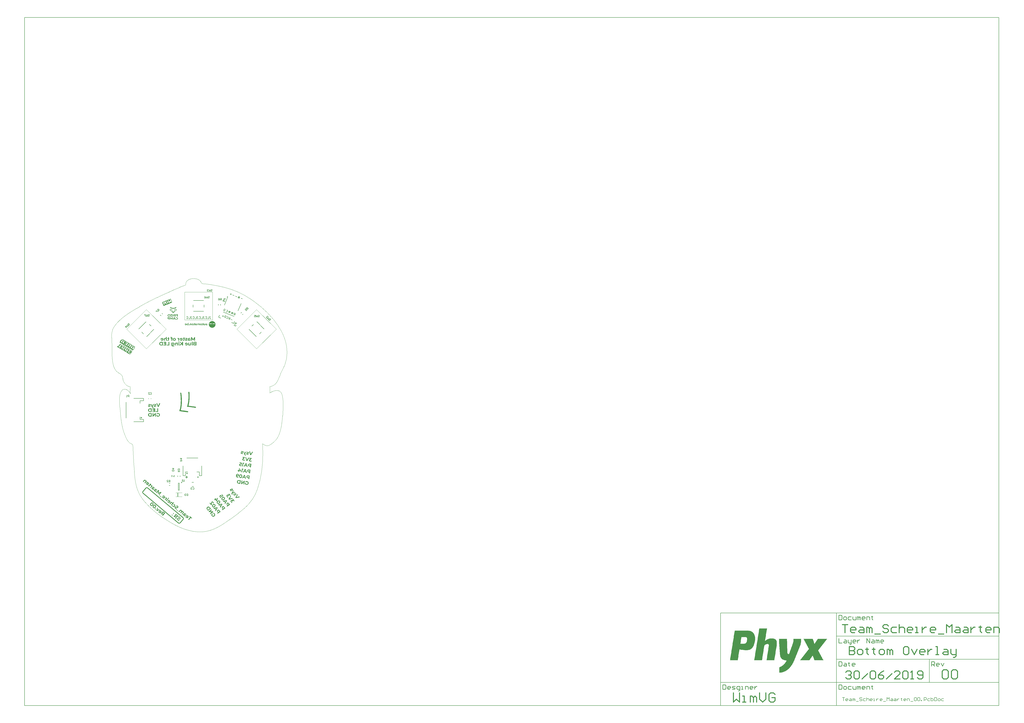
<source format=gbo>
G04*
G04 #@! TF.GenerationSoftware,Altium Limited,Altium Designer,18.1.11 (251)*
G04*
G04 Layer_Color=32896*
%FSLAX25Y25*%
%MOIN*%
G70*
G01*
G75*
%ADD10C,0.00394*%
%ADD11C,0.01181*%
%ADD12C,0.00984*%
%ADD13C,0.00787*%
%ADD14C,0.00591*%
%ADD15C,0.01575*%
%ADD110C,0.00500*%
G36*
X-47074Y395396D02*
X-46822Y394772D01*
X-46563Y394131D01*
X-46305Y393493D01*
X-46047Y392855D01*
X-45788Y392214D01*
X-45531Y391576D01*
X-45274Y390942D01*
X-45022Y390317D01*
X-45660Y390059D01*
X-45405Y389428D01*
X-47946Y388402D01*
X-48201Y389033D01*
X-48842Y388774D01*
X-48587Y388142D01*
X-51129Y387116D01*
X-51384Y387747D01*
X-51397Y387741D01*
X-51142Y387110D01*
X-53684Y386084D01*
X-56225Y385057D01*
X-56480Y385688D01*
X-57121Y385429D01*
X-56866Y384798D01*
X-59408Y383771D01*
X-59662Y384402D01*
X-59915Y385026D01*
X-60171Y385661D01*
X-60429Y386299D01*
X-60688Y386940D01*
X-60946Y387578D01*
X-61203Y388216D01*
X-61462Y388857D01*
X-61715Y389481D01*
X-61087Y389735D01*
X-61346Y390376D01*
X-58791Y391408D01*
X-58532Y390767D01*
X-57894Y391025D01*
X-58153Y391666D01*
X-55612Y392693D01*
X-53071Y393720D01*
X-52811Y393078D01*
X-52808Y393080D01*
X-53067Y393721D01*
X-50512Y394753D01*
X-50253Y394112D01*
X-49615Y394370D01*
X-49874Y395011D01*
X-47333Y396038D01*
X-47074Y395396D01*
D02*
G37*
G36*
X-35499Y365597D02*
X-36424D01*
Y367049D01*
X-38273D01*
Y367788D01*
X-36424D01*
Y368843D01*
X-38517D01*
Y369586D01*
X-35499D01*
Y365597D01*
D02*
G37*
G36*
X-39143D02*
X-40067D01*
Y366707D01*
X-40919D01*
X-41687Y365597D01*
X-42677D01*
X-41785Y366878D01*
X-41858Y366911D01*
X-41924Y366947D01*
X-41986Y366987D01*
X-42047Y367027D01*
X-42098Y367067D01*
X-42149Y367107D01*
X-42193Y367147D01*
X-42237Y367187D01*
X-42270Y367224D01*
X-42302Y367260D01*
X-42328Y367289D01*
X-42350Y367318D01*
X-42368Y367340D01*
X-42379Y367355D01*
X-42386Y367366D01*
X-42390Y367369D01*
X-42426Y367431D01*
X-42462Y367497D01*
X-42488Y367562D01*
X-42513Y367628D01*
X-42535Y367690D01*
X-42553Y367755D01*
X-42568Y367817D01*
X-42579Y367875D01*
X-42586Y367930D01*
X-42594Y367981D01*
X-42597Y368024D01*
X-42601Y368064D01*
X-42604Y368094D01*
Y368119D01*
Y368134D01*
Y368137D01*
X-42601Y368221D01*
X-42597Y368297D01*
X-42586Y368374D01*
X-42572Y368443D01*
X-42557Y368512D01*
X-42539Y368574D01*
X-42517Y368636D01*
X-42499Y368687D01*
X-42481Y368738D01*
X-42459Y368778D01*
X-42441Y368818D01*
X-42426Y368847D01*
X-42412Y368873D01*
X-42404Y368891D01*
X-42397Y368902D01*
X-42393Y368905D01*
X-42353Y368964D01*
X-42306Y369022D01*
X-42259Y369073D01*
X-42211Y369124D01*
X-42160Y369167D01*
X-42109Y369207D01*
X-42062Y369248D01*
X-42015Y369280D01*
X-41967Y369309D01*
X-41927Y369335D01*
X-41891Y369357D01*
X-41858Y369375D01*
X-41829Y369389D01*
X-41811Y369400D01*
X-41796Y369404D01*
X-41793Y369408D01*
X-41720Y369440D01*
X-41640Y369466D01*
X-41563Y369491D01*
X-41483Y369510D01*
X-41330Y369542D01*
X-41258Y369553D01*
X-41185Y369564D01*
X-41119Y369571D01*
X-41061Y369575D01*
X-41006Y369582D01*
X-40963D01*
X-40923Y369586D01*
X-39143D01*
Y365597D01*
D02*
G37*
G36*
X-43332D02*
X-44257D01*
Y369586D01*
X-43332D01*
Y365597D01*
D02*
G37*
G36*
X-48578D02*
X-50390D01*
X-50510Y365600D01*
X-50627Y365608D01*
X-50740Y365618D01*
X-50845Y365637D01*
X-50947Y365655D01*
X-51042Y365677D01*
X-51129Y365699D01*
X-51209Y365720D01*
X-51282Y365742D01*
X-51348Y365768D01*
X-51406Y365786D01*
X-51453Y365804D01*
X-51490Y365822D01*
X-51519Y365833D01*
X-51533Y365840D01*
X-51541Y365844D01*
X-51632Y365891D01*
X-51719Y365946D01*
X-51799Y366001D01*
X-51872Y366059D01*
X-51941Y366113D01*
X-52007Y366172D01*
X-52065Y366230D01*
X-52116Y366284D01*
X-52163Y366336D01*
X-52203Y366386D01*
X-52236Y366426D01*
X-52265Y366466D01*
X-52287Y366496D01*
X-52301Y366521D01*
X-52312Y366536D01*
X-52316Y366539D01*
X-52363Y366627D01*
X-52407Y366714D01*
X-52443Y366805D01*
X-52476Y366896D01*
X-52501Y366983D01*
X-52523Y367071D01*
X-52545Y367155D01*
X-52560Y367235D01*
X-52571Y367311D01*
X-52578Y367376D01*
X-52585Y367438D01*
X-52589Y367489D01*
X-52592Y367533D01*
Y367566D01*
Y367584D01*
Y367591D01*
X-52589Y367701D01*
X-52582Y367806D01*
X-52567Y367908D01*
X-52549Y368006D01*
X-52527Y368097D01*
X-52505Y368185D01*
X-52480Y368265D01*
X-52454Y368337D01*
X-52429Y368403D01*
X-52403Y368461D01*
X-52381Y368512D01*
X-52360Y368556D01*
X-52341Y368592D01*
X-52327Y368614D01*
X-52320Y368632D01*
X-52316Y368636D01*
X-52261Y368720D01*
X-52203Y368796D01*
X-52141Y368869D01*
X-52079Y368934D01*
X-52014Y369000D01*
X-51948Y369055D01*
X-51886Y369109D01*
X-51824Y369157D01*
X-51766Y369197D01*
X-51712Y369233D01*
X-51664Y369262D01*
X-51624Y369287D01*
X-51588Y369309D01*
X-51562Y369324D01*
X-51548Y369331D01*
X-51541Y369335D01*
X-51446Y369378D01*
X-51348Y369419D01*
X-51249Y369451D01*
X-51151Y369480D01*
X-51053Y369506D01*
X-50958Y369524D01*
X-50867Y369542D01*
X-50780Y369553D01*
X-50696Y369564D01*
X-50623Y369571D01*
X-50558Y369579D01*
X-50499Y369582D01*
X-50452Y369586D01*
X-48578D01*
Y365597D01*
D02*
G37*
G36*
X-44927Y368843D02*
X-46623D01*
X-45804Y367915D01*
Y367304D01*
X-46295D01*
X-46357Y367300D01*
X-46415Y367293D01*
X-46474Y367282D01*
X-46525Y367271D01*
X-46572Y367260D01*
X-46659Y367227D01*
X-46729Y367191D01*
X-46790Y367151D01*
X-46841Y367107D01*
X-46878Y367060D01*
X-46911Y367016D01*
X-46932Y366969D01*
X-46951Y366929D01*
X-46962Y366892D01*
X-46969Y366860D01*
X-46972Y366838D01*
Y366823D01*
Y366816D01*
X-46969Y366772D01*
X-46965Y366729D01*
X-46940Y366652D01*
X-46911Y366587D01*
X-46874Y366532D01*
X-46834Y366488D01*
X-46805Y366459D01*
X-46780Y366441D01*
X-46776Y366434D01*
X-46772D01*
X-46692Y366390D01*
X-46601Y366357D01*
X-46510Y366336D01*
X-46423Y366321D01*
X-46383Y366314D01*
X-46346Y366310D01*
X-46314Y366306D01*
X-46284D01*
X-46259Y366303D01*
X-46226D01*
X-46110Y366306D01*
X-45997Y366317D01*
X-45895Y366332D01*
X-45848Y366339D01*
X-45800Y366350D01*
X-45760Y366357D01*
X-45724Y366365D01*
X-45691Y366372D01*
X-45662Y366379D01*
X-45640Y366386D01*
X-45626Y366390D01*
X-45615Y366394D01*
X-45611D01*
X-45502Y366434D01*
X-45404Y366474D01*
X-45312Y366521D01*
X-45236Y366561D01*
X-45203Y366583D01*
X-45174Y366601D01*
X-45149Y366616D01*
X-45127Y366630D01*
X-45109Y366645D01*
X-45098Y366652D01*
X-45090Y366656D01*
X-45087Y366659D01*
X-44730Y365953D01*
X-44839Y365880D01*
X-44956Y365819D01*
X-45072Y365764D01*
X-45178Y365720D01*
X-45229Y365702D01*
X-45276Y365684D01*
X-45316Y365673D01*
X-45349Y365662D01*
X-45378Y365651D01*
X-45400Y365644D01*
X-45414Y365640D01*
X-45418D01*
X-45571Y365604D01*
X-45720Y365578D01*
X-45858Y365557D01*
X-45924Y365549D01*
X-45986Y365546D01*
X-46040Y365542D01*
X-46091Y365538D01*
X-46139Y365535D01*
X-46175D01*
X-46208Y365531D01*
X-46248D01*
X-46346Y365535D01*
X-46445Y365538D01*
X-46536Y365546D01*
X-46619Y365560D01*
X-46699Y365571D01*
X-46776Y365586D01*
X-46845Y365604D01*
X-46907Y365618D01*
X-46965Y365637D01*
X-47016Y365651D01*
X-47060Y365666D01*
X-47096Y365680D01*
X-47125Y365691D01*
X-47144Y365699D01*
X-47158Y365702D01*
X-47162Y365706D01*
X-47231Y365739D01*
X-47293Y365775D01*
X-47351Y365815D01*
X-47405Y365851D01*
X-47456Y365891D01*
X-47504Y365931D01*
X-47544Y365968D01*
X-47580Y366004D01*
X-47613Y366037D01*
X-47642Y366070D01*
X-47664Y366099D01*
X-47686Y366124D01*
X-47700Y366143D01*
X-47711Y366161D01*
X-47715Y366168D01*
X-47719Y366172D01*
X-47751Y366226D01*
X-47780Y366284D01*
X-47802Y366339D01*
X-47824Y366397D01*
X-47857Y366507D01*
X-47879Y366605D01*
X-47886Y366649D01*
X-47890Y366689D01*
X-47897Y366725D01*
Y366758D01*
X-47901Y366783D01*
Y366801D01*
Y366812D01*
Y366816D01*
X-47897Y366900D01*
X-47890Y366976D01*
X-47875Y367053D01*
X-47857Y367122D01*
X-47835Y367191D01*
X-47813Y367253D01*
X-47788Y367307D01*
X-47762Y367362D01*
X-47733Y367409D01*
X-47708Y367449D01*
X-47686Y367486D01*
X-47664Y367515D01*
X-47646Y367537D01*
X-47631Y367555D01*
X-47624Y367566D01*
X-47620Y367569D01*
X-47566Y367624D01*
X-47508Y367675D01*
X-47446Y367719D01*
X-47380Y367759D01*
X-47311Y367795D01*
X-47245Y367828D01*
X-47180Y367853D01*
X-47118Y367879D01*
X-47056Y367901D01*
X-47001Y367915D01*
X-46951Y367930D01*
X-46907Y367941D01*
X-46870Y367948D01*
X-46841Y367955D01*
X-46827Y367959D01*
X-46819D01*
X-47719Y368985D01*
Y369586D01*
X-44927D01*
Y368843D01*
D02*
G37*
G36*
X-43989Y360678D02*
X-44859D01*
Y363019D01*
X-46028Y361097D01*
X-46443D01*
X-47615Y363070D01*
X-47622Y360678D01*
X-48488D01*
X-48478Y364668D01*
X-47720D01*
X-46250Y362185D01*
X-44754Y364668D01*
X-43989D01*
Y360678D01*
D02*
G37*
G36*
X-37248Y364729D02*
X-37135Y364722D01*
X-37030Y364708D01*
X-36928Y364693D01*
X-36830Y364671D01*
X-36738Y364649D01*
X-36655Y364624D01*
X-36575Y364602D01*
X-36502Y364577D01*
X-36440Y364551D01*
X-36385Y364529D01*
X-36338Y364508D01*
X-36302Y364493D01*
X-36273Y364478D01*
X-36258Y364471D01*
X-36251Y364467D01*
X-36160Y364417D01*
X-36076Y364362D01*
X-35996Y364304D01*
X-35923Y364242D01*
X-35854Y364180D01*
X-35789Y364118D01*
X-35730Y364060D01*
X-35679Y364001D01*
X-35632Y363947D01*
X-35592Y363896D01*
X-35555Y363849D01*
X-35526Y363809D01*
X-35505Y363779D01*
X-35490Y363754D01*
X-35479Y363739D01*
X-35475Y363732D01*
X-35425Y363645D01*
X-35384Y363550D01*
X-35344Y363459D01*
X-35315Y363368D01*
X-35286Y363277D01*
X-35264Y363190D01*
X-35246Y363106D01*
X-35232Y363026D01*
X-35217Y362953D01*
X-35210Y362884D01*
X-35202Y362826D01*
X-35199Y362771D01*
Y362731D01*
X-35195Y362698D01*
Y362680D01*
Y362673D01*
X-35199Y362564D01*
X-35206Y362458D01*
X-35221Y362353D01*
X-35239Y362254D01*
X-35261Y362163D01*
X-35282Y362076D01*
X-35308Y361992D01*
X-35337Y361916D01*
X-35363Y361850D01*
X-35388Y361788D01*
X-35410Y361734D01*
X-35432Y361690D01*
X-35450Y361654D01*
X-35465Y361628D01*
X-35472Y361614D01*
X-35475Y361606D01*
X-35530Y361523D01*
X-35592Y361439D01*
X-35654Y361366D01*
X-35716Y361293D01*
X-35781Y361228D01*
X-35847Y361170D01*
X-35909Y361115D01*
X-35971Y361064D01*
X-36029Y361020D01*
X-36080Y360984D01*
X-36127Y360951D01*
X-36171Y360922D01*
X-36203Y360904D01*
X-36229Y360886D01*
X-36244Y360878D01*
X-36251Y360875D01*
X-36345Y360827D01*
X-36440Y360787D01*
X-36535Y360755D01*
X-36633Y360722D01*
X-36728Y360696D01*
X-36819Y360678D01*
X-36906Y360660D01*
X-36990Y360645D01*
X-37066Y360634D01*
X-37135Y360627D01*
X-37197Y360620D01*
X-37252Y360616D01*
X-37295D01*
X-37328Y360613D01*
X-37354D01*
X-37448Y360616D01*
X-37543Y360620D01*
X-37634Y360631D01*
X-37721Y360642D01*
X-37801Y360653D01*
X-37881Y360671D01*
X-37951Y360685D01*
X-38020Y360704D01*
X-38078Y360718D01*
X-38133Y360736D01*
X-38180Y360751D01*
X-38220Y360762D01*
X-38249Y360776D01*
X-38275Y360784D01*
X-38289Y360787D01*
X-38293Y360791D01*
X-38369Y360827D01*
X-38446Y360868D01*
X-38515Y360908D01*
X-38580Y360951D01*
X-38646Y360995D01*
X-38704Y361038D01*
X-38759Y361082D01*
X-38806Y361122D01*
X-38850Y361162D01*
X-38890Y361199D01*
X-38923Y361231D01*
X-38952Y361261D01*
X-38974Y361286D01*
X-38988Y361304D01*
X-38999Y361315D01*
X-39003Y361319D01*
X-38409Y361869D01*
X-38333Y361785D01*
X-38249Y361712D01*
X-38165Y361650D01*
X-38082Y361596D01*
X-37998Y361548D01*
X-37914Y361512D01*
X-37834Y361479D01*
X-37754Y361454D01*
X-37681Y361435D01*
X-37616Y361421D01*
X-37558Y361410D01*
X-37506Y361403D01*
X-37463Y361399D01*
X-37430Y361395D01*
X-37405D01*
X-37336Y361399D01*
X-37270Y361403D01*
X-37146Y361421D01*
X-37088Y361432D01*
X-37033Y361446D01*
X-36982Y361461D01*
X-36935Y361475D01*
X-36891Y361490D01*
X-36855Y361505D01*
X-36822Y361519D01*
X-36793Y361530D01*
X-36771Y361541D01*
X-36757Y361548D01*
X-36746Y361555D01*
X-36742D01*
X-36640Y361621D01*
X-36549Y361697D01*
X-36473Y361770D01*
X-36407Y361843D01*
X-36356Y361909D01*
X-36338Y361938D01*
X-36320Y361963D01*
X-36309Y361981D01*
X-36298Y362000D01*
X-36294Y362007D01*
X-36291Y362010D01*
X-36262Y362065D01*
X-36236Y362123D01*
X-36196Y362236D01*
X-36167Y362349D01*
X-36149Y362451D01*
X-36142Y362498D01*
X-36134Y362542D01*
X-36131Y362578D01*
Y362611D01*
X-36127Y362636D01*
Y362655D01*
Y362669D01*
Y362673D01*
X-36131Y362742D01*
X-36134Y362808D01*
X-36152Y362931D01*
X-36163Y362990D01*
X-36178Y363044D01*
X-36193Y363095D01*
X-36211Y363139D01*
X-36225Y363182D01*
X-36240Y363219D01*
X-36254Y363252D01*
X-36265Y363281D01*
X-36276Y363303D01*
X-36283Y363317D01*
X-36291Y363328D01*
Y363332D01*
X-36356Y363434D01*
X-36429Y363525D01*
X-36505Y363601D01*
X-36578Y363667D01*
X-36644Y363718D01*
X-36669Y363736D01*
X-36695Y363754D01*
X-36713Y363765D01*
X-36731Y363776D01*
X-36738Y363783D01*
X-36742D01*
X-36797Y363812D01*
X-36855Y363838D01*
X-36968Y363878D01*
X-37081Y363907D01*
X-37183Y363925D01*
X-37230Y363932D01*
X-37274Y363940D01*
X-37310Y363943D01*
X-37343D01*
X-37368Y363947D01*
X-37405D01*
X-37514Y363943D01*
X-37619Y363929D01*
X-37721Y363903D01*
X-37816Y363874D01*
X-37903Y363838D01*
X-37987Y363801D01*
X-38063Y363758D01*
X-38133Y363714D01*
X-38195Y363670D01*
X-38249Y363630D01*
X-38296Y363590D01*
X-38337Y363554D01*
X-38369Y363525D01*
X-38391Y363503D01*
X-38406Y363485D01*
X-38409Y363481D01*
X-39003Y364027D01*
X-38948Y364089D01*
X-38890Y364147D01*
X-38831Y364202D01*
X-38770Y364253D01*
X-38711Y364300D01*
X-38653Y364344D01*
X-38595Y364384D01*
X-38540Y364417D01*
X-38489Y364449D01*
X-38446Y364475D01*
X-38402Y364500D01*
X-38366Y364518D01*
X-38337Y364533D01*
X-38315Y364544D01*
X-38300Y364547D01*
X-38296Y364551D01*
X-38216Y364584D01*
X-38136Y364613D01*
X-38056Y364635D01*
X-37973Y364657D01*
X-37816Y364689D01*
X-37743Y364700D01*
X-37670Y364711D01*
X-37605Y364719D01*
X-37547Y364722D01*
X-37492Y364729D01*
X-37448D01*
X-37412Y364733D01*
X-37361D01*
X-37248Y364729D01*
D02*
G37*
G36*
X-39101Y360678D02*
X-40044D01*
X-40397Y361530D01*
X-42250D01*
X-42606Y360678D01*
X-43574D01*
X-41791Y364668D01*
X-40877D01*
X-39101Y360678D01*
D02*
G37*
G36*
X-49435D02*
X-50359D01*
Y361777D01*
X-51164D01*
X-51262Y361781D01*
X-51357Y361785D01*
X-51448Y361792D01*
X-51531Y361803D01*
X-51612Y361818D01*
X-51688Y361832D01*
X-51761Y361847D01*
X-51823Y361865D01*
X-51881Y361879D01*
X-51932Y361894D01*
X-51979Y361909D01*
X-52016Y361923D01*
X-52045Y361934D01*
X-52066Y361941D01*
X-52081Y361948D01*
X-52085D01*
X-52158Y361981D01*
X-52223Y362021D01*
X-52285Y362061D01*
X-52343Y362101D01*
X-52398Y362141D01*
X-52445Y362185D01*
X-52492Y362225D01*
X-52533Y362265D01*
X-52565Y362302D01*
X-52598Y362338D01*
X-52623Y362371D01*
X-52645Y362396D01*
X-52663Y362418D01*
X-52674Y362436D01*
X-52682Y362447D01*
X-52685Y362451D01*
X-52722Y362513D01*
X-52754Y362578D01*
X-52784Y362644D01*
X-52809Y362709D01*
X-52827Y362775D01*
X-52846Y362837D01*
X-52860Y362899D01*
X-52871Y362957D01*
X-52878Y363011D01*
X-52886Y363062D01*
X-52889Y363106D01*
X-52893Y363146D01*
X-52896Y363175D01*
Y363201D01*
Y363215D01*
Y363219D01*
X-52893Y363303D01*
X-52889Y363379D01*
X-52878Y363456D01*
X-52864Y363525D01*
X-52849Y363594D01*
X-52831Y363656D01*
X-52809Y363718D01*
X-52791Y363769D01*
X-52773Y363820D01*
X-52751Y363860D01*
X-52733Y363900D01*
X-52718Y363929D01*
X-52703Y363954D01*
X-52696Y363972D01*
X-52689Y363983D01*
X-52685Y363987D01*
X-52645Y364045D01*
X-52598Y364103D01*
X-52551Y364154D01*
X-52503Y364205D01*
X-52452Y364249D01*
X-52401Y364289D01*
X-52354Y364329D01*
X-52307Y364362D01*
X-52259Y364391D01*
X-52219Y364417D01*
X-52183Y364438D01*
X-52150Y364457D01*
X-52121Y364471D01*
X-52103Y364482D01*
X-52088Y364486D01*
X-52085Y364489D01*
X-52012Y364522D01*
X-51932Y364547D01*
X-51855Y364573D01*
X-51775Y364591D01*
X-51622Y364624D01*
X-51550Y364635D01*
X-51477Y364646D01*
X-51411Y364653D01*
X-51353Y364657D01*
X-51298Y364664D01*
X-51255D01*
X-51215Y364668D01*
X-49435D01*
Y360678D01*
D02*
G37*
G36*
X-17059Y351081D02*
X-17835D01*
Y351403D01*
X-17895Y351340D01*
X-17958Y351284D01*
X-18028Y351234D01*
X-18098Y351194D01*
X-18171Y351158D01*
X-18244Y351131D01*
X-18317Y351105D01*
X-18387Y351088D01*
X-18453Y351071D01*
X-18513Y351061D01*
X-18569Y351051D01*
X-18616Y351048D01*
X-18655Y351045D01*
X-18685Y351042D01*
X-18712D01*
X-18785Y351045D01*
X-18855Y351048D01*
X-18988Y351068D01*
X-19051Y351081D01*
X-19110Y351098D01*
X-19163Y351115D01*
X-19213Y351131D01*
X-19260Y351144D01*
X-19300Y351161D01*
X-19336Y351178D01*
X-19366Y351191D01*
X-19389Y351201D01*
X-19409Y351211D01*
X-19419Y351214D01*
X-19422Y351218D01*
X-19482Y351254D01*
X-19535Y351290D01*
X-19589Y351330D01*
X-19635Y351374D01*
X-19681Y351413D01*
X-19721Y351456D01*
X-19758Y351496D01*
X-19794Y351536D01*
X-19824Y351576D01*
X-19851Y351609D01*
X-19871Y351642D01*
X-19891Y351669D01*
X-19904Y351692D01*
X-19914Y351709D01*
X-19920Y351719D01*
X-19924Y351722D01*
X-19957Y351785D01*
X-19984Y351848D01*
X-20010Y351911D01*
X-20030Y351978D01*
X-20063Y352104D01*
X-20073Y352164D01*
X-20083Y352223D01*
X-20090Y352277D01*
X-20096Y352326D01*
X-20100Y352369D01*
X-20103Y352406D01*
X-20106Y352436D01*
Y352459D01*
Y352476D01*
Y352479D01*
X-20103Y352559D01*
X-20100Y352635D01*
X-20090Y352708D01*
X-20076Y352778D01*
X-20063Y352844D01*
X-20050Y352907D01*
X-20033Y352964D01*
X-20017Y353017D01*
X-19997Y353067D01*
X-19980Y353107D01*
X-19967Y353146D01*
X-19954Y353176D01*
X-19940Y353200D01*
X-19930Y353219D01*
X-19927Y353229D01*
X-19924Y353233D01*
X-19887Y353292D01*
X-19851Y353349D01*
X-19811Y353399D01*
X-19768Y353449D01*
X-19728Y353495D01*
X-19685Y353535D01*
X-19645Y353575D01*
X-19605Y353608D01*
X-19568Y353638D01*
X-19532Y353664D01*
X-19502Y353688D01*
X-19476Y353704D01*
X-19452Y353717D01*
X-19436Y353731D01*
X-19426Y353734D01*
X-19422Y353737D01*
X-19363Y353771D01*
X-19300Y353797D01*
X-19240Y353824D01*
X-19177Y353844D01*
X-19057Y353877D01*
X-19001Y353887D01*
X-18948Y353897D01*
X-18898Y353903D01*
X-18851Y353910D01*
X-18812Y353913D01*
X-18778Y353917D01*
X-18752Y353920D01*
X-18712D01*
X-18616Y353917D01*
X-18523Y353907D01*
X-18436Y353890D01*
X-18357Y353867D01*
X-18280Y353840D01*
X-18211Y353814D01*
X-18148Y353784D01*
X-18091Y353751D01*
X-18041Y353721D01*
X-17998Y353688D01*
X-17958Y353661D01*
X-17929Y353634D01*
X-17905Y353611D01*
X-17885Y353595D01*
X-17875Y353585D01*
X-17872Y353581D01*
Y354936D01*
X-17059D01*
Y351081D01*
D02*
G37*
G36*
X670Y353917D02*
X760Y353907D01*
X846Y353890D01*
X919Y353873D01*
X952Y353864D01*
X979Y353854D01*
X1005Y353847D01*
X1025Y353840D01*
X1042Y353834D01*
X1055Y353827D01*
X1062Y353824D01*
X1065D01*
X1145Y353787D01*
X1221Y353744D01*
X1284Y353697D01*
X1341Y353654D01*
X1387Y353614D01*
X1421Y353585D01*
X1431Y353571D01*
X1440Y353561D01*
X1444Y353558D01*
X1447Y353555D01*
Y353877D01*
X2224D01*
Y351081D01*
X1410D01*
Y352482D01*
X1407Y352549D01*
X1404Y352612D01*
X1394Y352668D01*
X1384Y352721D01*
X1371Y352771D01*
X1357Y352818D01*
X1344Y352858D01*
X1328Y352894D01*
X1311Y352924D01*
X1298Y352954D01*
X1284Y352977D01*
X1271Y352997D01*
X1261Y353010D01*
X1251Y353020D01*
X1248Y353027D01*
X1245Y353030D01*
X1211Y353063D01*
X1178Y353093D01*
X1142Y353116D01*
X1105Y353136D01*
X1032Y353170D01*
X959Y353193D01*
X896Y353206D01*
X869Y353209D01*
X846Y353213D01*
X826Y353216D01*
X800D01*
X750Y353213D01*
X707Y353209D01*
X663Y353200D01*
X624Y353186D01*
X554Y353156D01*
X491Y353113D01*
X441Y353063D01*
X398Y353007D01*
X361Y352947D01*
X335Y352887D01*
X312Y352824D01*
X295Y352765D01*
X285Y352708D01*
X275Y352658D01*
X272Y352615D01*
X268Y352585D01*
Y352572D01*
Y352562D01*
Y352559D01*
Y352555D01*
Y351081D01*
X-542D01*
Y352482D01*
X-545Y352549D01*
X-548Y352612D01*
X-558Y352668D01*
X-568Y352721D01*
X-581Y352771D01*
X-595Y352818D01*
X-608Y352858D01*
X-625Y352894D01*
X-641Y352924D01*
X-654Y352954D01*
X-668Y352977D01*
X-681Y352997D01*
X-691Y353010D01*
X-701Y353020D01*
X-704Y353027D01*
X-708Y353030D01*
X-741Y353063D01*
X-777Y353093D01*
X-814Y353116D01*
X-850Y353136D01*
X-927Y353170D01*
X-1000Y353193D01*
X-1063Y353206D01*
X-1093Y353209D01*
X-1116Y353213D01*
X-1136Y353216D01*
X-1163D01*
X-1209Y353213D01*
X-1252Y353209D01*
X-1328Y353190D01*
X-1395Y353163D01*
X-1451Y353133D01*
X-1495Y353103D01*
X-1524Y353077D01*
X-1544Y353057D01*
X-1551Y353053D01*
Y353050D01*
X-1574Y353017D01*
X-1597Y352984D01*
X-1631Y352904D01*
X-1657Y352821D01*
X-1674Y352741D01*
X-1680Y352705D01*
X-1684Y352668D01*
X-1687Y352638D01*
Y352609D01*
X-1690Y352589D01*
Y352569D01*
Y352559D01*
Y352555D01*
Y351081D01*
X-2504D01*
Y352682D01*
X-2500Y352795D01*
X-2490Y352897D01*
X-2474Y352997D01*
X-2454Y353087D01*
X-2431Y353170D01*
X-2404Y353246D01*
X-2378Y353316D01*
X-2348Y353376D01*
X-2318Y353432D01*
X-2291Y353478D01*
X-2265Y353518D01*
X-2241Y353551D01*
X-2221Y353575D01*
X-2205Y353595D01*
X-2195Y353605D01*
X-2192Y353608D01*
X-2132Y353664D01*
X-2069Y353711D01*
X-1999Y353754D01*
X-1933Y353787D01*
X-1863Y353817D01*
X-1793Y353844D01*
X-1723Y353864D01*
X-1660Y353880D01*
X-1597Y353893D01*
X-1541Y353903D01*
X-1491Y353910D01*
X-1445Y353917D01*
X-1408D01*
X-1382Y353920D01*
X-1358D01*
X-1245Y353913D01*
X-1136Y353900D01*
X-1040Y353883D01*
X-996Y353870D01*
X-953Y353860D01*
X-917Y353850D01*
X-884Y353837D01*
X-854Y353827D01*
X-831Y353820D01*
X-810Y353810D01*
X-797Y353807D01*
X-787Y353800D01*
X-784D01*
X-691Y353751D01*
X-605Y353697D01*
X-532Y353641D01*
X-469Y353588D01*
X-419Y353538D01*
X-399Y353515D01*
X-379Y353498D01*
X-366Y353482D01*
X-356Y353472D01*
X-352Y353465D01*
X-349Y353462D01*
X-293Y353541D01*
X-230Y353608D01*
X-166Y353668D01*
X-103Y353714D01*
X-50Y353751D01*
X-27Y353767D01*
X-7Y353781D01*
X10Y353787D01*
X23Y353794D01*
X29Y353800D01*
X33D01*
X126Y353840D01*
X219Y353870D01*
X308Y353890D01*
X391Y353907D01*
X428Y353910D01*
X464Y353913D01*
X494Y353917D01*
X521D01*
X541Y353920D01*
X571D01*
X670Y353917D01*
D02*
G37*
G36*
X13668D02*
X13788Y353907D01*
X13897Y353890D01*
X13950Y353883D01*
X13997Y353877D01*
X14040Y353867D01*
X14080Y353860D01*
X14116Y353850D01*
X14143Y353844D01*
X14166Y353840D01*
X14186Y353834D01*
X14196Y353830D01*
X14199D01*
X14315Y353794D01*
X14418Y353754D01*
X14468Y353734D01*
X14511Y353711D01*
X14554Y353691D01*
X14591Y353671D01*
X14627Y353654D01*
X14657Y353638D01*
X14684Y353621D01*
X14707Y353608D01*
X14724Y353598D01*
X14737Y353588D01*
X14744Y353585D01*
X14747Y353581D01*
X14458Y353014D01*
X14398Y353057D01*
X14335Y353093D01*
X14276Y353127D01*
X14216Y353153D01*
X14166Y353173D01*
X14143Y353183D01*
X14126Y353190D01*
X14109Y353196D01*
X14100Y353200D01*
X14093Y353203D01*
X14090D01*
X14010Y353226D01*
X13930Y353243D01*
X13857Y353256D01*
X13791Y353263D01*
X13734Y353269D01*
X13708D01*
X13688Y353273D01*
X13592D01*
X13539Y353266D01*
X13489Y353259D01*
X13439Y353249D01*
X13396Y353239D01*
X13356Y353226D01*
X13323Y353216D01*
X13289Y353203D01*
X13263Y353190D01*
X13236Y353176D01*
X13216Y353163D01*
X13200Y353153D01*
X13187Y353143D01*
X13177Y353136D01*
X13173Y353133D01*
X13170Y353130D01*
X13140Y353103D01*
X13117Y353070D01*
X13094Y353040D01*
X13077Y353007D01*
X13047Y352937D01*
X13027Y352871D01*
X13017Y352814D01*
X13011Y352788D01*
Y352765D01*
X13007Y352748D01*
Y352735D01*
Y352725D01*
Y352721D01*
X13651D01*
X13764Y352718D01*
X13867Y352712D01*
X13963Y352701D01*
X14053Y352688D01*
X14133Y352668D01*
X14209Y352652D01*
X14276Y352632D01*
X14335Y352612D01*
X14388Y352589D01*
X14435Y352569D01*
X14475Y352552D01*
X14505Y352536D01*
X14531Y352519D01*
X14548Y352509D01*
X14558Y352502D01*
X14561Y352499D01*
X14611Y352456D01*
X14657Y352409D01*
X14697Y352360D01*
X14730Y352310D01*
X14757Y352257D01*
X14780Y352207D01*
X14800Y352157D01*
X14817Y352107D01*
X14830Y352064D01*
X14837Y352021D01*
X14843Y351981D01*
X14850Y351951D01*
Y351921D01*
X14853Y351901D01*
Y351888D01*
Y351885D01*
X14847Y351795D01*
X14833Y351715D01*
X14813Y351642D01*
X14790Y351576D01*
X14767Y351523D01*
X14757Y351503D01*
X14747Y351483D01*
X14737Y351470D01*
X14734Y351460D01*
X14727Y351453D01*
Y351450D01*
X14674Y351380D01*
X14617Y351320D01*
X14558Y351271D01*
X14498Y351227D01*
X14445Y351194D01*
X14425Y351178D01*
X14405Y351168D01*
X14388Y351158D01*
X14375Y351154D01*
X14368Y351148D01*
X14365D01*
X14272Y351111D01*
X14179Y351088D01*
X14086Y351068D01*
X13997Y351055D01*
X13957Y351051D01*
X13920Y351048D01*
X13890Y351045D01*
X13860D01*
X13837Y351042D01*
X13807D01*
X13694Y351045D01*
X13592Y351058D01*
X13495Y351078D01*
X13409Y351101D01*
X13333Y351131D01*
X13263Y351164D01*
X13200Y351198D01*
X13147Y351234D01*
X13100Y351271D01*
X13060Y351304D01*
X13027Y351337D01*
X13001Y351367D01*
X12981Y351390D01*
X12964Y351410D01*
X12957Y351423D01*
X12954Y351427D01*
Y351081D01*
X12194D01*
Y352675D01*
X12197Y352788D01*
X12207Y352894D01*
X12227Y352994D01*
X12247Y353083D01*
X12274Y353170D01*
X12303Y353246D01*
X12337Y353312D01*
X12366Y353376D01*
X12400Y353429D01*
X12433Y353478D01*
X12463Y353518D01*
X12489Y353551D01*
X12509Y353575D01*
X12526Y353595D01*
X12539Y353605D01*
X12542Y353608D01*
X12612Y353664D01*
X12685Y353711D01*
X12765Y353754D01*
X12845Y353787D01*
X12928Y353817D01*
X13011Y353844D01*
X13094Y353864D01*
X13173Y353880D01*
X13246Y353893D01*
X13316Y353903D01*
X13379Y353910D01*
X13436Y353917D01*
X13479D01*
X13512Y353920D01*
X13542D01*
X13668Y353917D01*
D02*
G37*
G36*
X-4233D02*
X-4114Y353907D01*
X-4004Y353890D01*
X-3951Y353883D01*
X-3905Y353877D01*
X-3862Y353867D01*
X-3822Y353860D01*
X-3785Y353850D01*
X-3759Y353844D01*
X-3735Y353840D01*
X-3715Y353834D01*
X-3706Y353830D01*
X-3702D01*
X-3586Y353794D01*
X-3483Y353754D01*
X-3433Y353734D01*
X-3390Y353711D01*
X-3347Y353691D01*
X-3311Y353671D01*
X-3274Y353654D01*
X-3244Y353638D01*
X-3218Y353621D01*
X-3194Y353608D01*
X-3178Y353598D01*
X-3164Y353588D01*
X-3158Y353585D01*
X-3154Y353581D01*
X-3443Y353014D01*
X-3503Y353057D01*
X-3566Y353093D01*
X-3626Y353127D01*
X-3686Y353153D01*
X-3735Y353173D01*
X-3759Y353183D01*
X-3775Y353190D01*
X-3792Y353196D01*
X-3802Y353200D01*
X-3808Y353203D01*
X-3812D01*
X-3892Y353226D01*
X-3971Y353243D01*
X-4044Y353256D01*
X-4111Y353263D01*
X-4167Y353269D01*
X-4194D01*
X-4214Y353273D01*
X-4310D01*
X-4363Y353266D01*
X-4413Y353259D01*
X-4462Y353249D01*
X-4506Y353239D01*
X-4546Y353226D01*
X-4579Y353216D01*
X-4612Y353203D01*
X-4639Y353190D01*
X-4665Y353176D01*
X-4685Y353163D01*
X-4702Y353153D01*
X-4715Y353143D01*
X-4725Y353136D01*
X-4728Y353133D01*
X-4732Y353130D01*
X-4761Y353103D01*
X-4785Y353070D01*
X-4808Y353040D01*
X-4824Y353007D01*
X-4854Y352937D01*
X-4874Y352871D01*
X-4884Y352814D01*
X-4891Y352788D01*
Y352765D01*
X-4894Y352748D01*
Y352735D01*
Y352725D01*
Y352721D01*
X-4250D01*
X-4137Y352718D01*
X-4034Y352712D01*
X-3938Y352701D01*
X-3848Y352688D01*
X-3769Y352668D01*
X-3692Y352652D01*
X-3626Y352632D01*
X-3566Y352612D01*
X-3513Y352589D01*
X-3466Y352569D01*
X-3427Y352552D01*
X-3397Y352536D01*
X-3370Y352519D01*
X-3354Y352509D01*
X-3344Y352502D01*
X-3340Y352499D01*
X-3291Y352456D01*
X-3244Y352409D01*
X-3204Y352360D01*
X-3171Y352310D01*
X-3145Y352257D01*
X-3121Y352207D01*
X-3101Y352157D01*
X-3085Y352107D01*
X-3071Y352064D01*
X-3065Y352021D01*
X-3058Y351981D01*
X-3052Y351951D01*
Y351921D01*
X-3048Y351901D01*
Y351888D01*
Y351885D01*
X-3055Y351795D01*
X-3068Y351715D01*
X-3088Y351642D01*
X-3111Y351576D01*
X-3134Y351523D01*
X-3145Y351503D01*
X-3154Y351483D01*
X-3164Y351470D01*
X-3168Y351460D01*
X-3174Y351453D01*
Y351450D01*
X-3227Y351380D01*
X-3284Y351320D01*
X-3344Y351271D01*
X-3404Y351227D01*
X-3457Y351194D01*
X-3477Y351178D01*
X-3496Y351168D01*
X-3513Y351158D01*
X-3526Y351154D01*
X-3533Y351148D01*
X-3536D01*
X-3629Y351111D01*
X-3722Y351088D01*
X-3815Y351068D01*
X-3905Y351055D01*
X-3945Y351051D01*
X-3981Y351048D01*
X-4011Y351045D01*
X-4041D01*
X-4064Y351042D01*
X-4094D01*
X-4207Y351045D01*
X-4310Y351058D01*
X-4406Y351078D01*
X-4492Y351101D01*
X-4569Y351131D01*
X-4639Y351164D01*
X-4702Y351198D01*
X-4755Y351234D01*
X-4801Y351271D01*
X-4841Y351304D01*
X-4874Y351337D01*
X-4901Y351367D01*
X-4921Y351390D01*
X-4937Y351410D01*
X-4944Y351423D01*
X-4947Y351427D01*
Y351081D01*
X-5708D01*
Y352675D01*
X-5704Y352788D01*
X-5694Y352894D01*
X-5674Y352994D01*
X-5654Y353083D01*
X-5628Y353170D01*
X-5598Y353246D01*
X-5565Y353312D01*
X-5535Y353376D01*
X-5502Y353429D01*
X-5469Y353478D01*
X-5439Y353518D01*
X-5412Y353551D01*
X-5392Y353575D01*
X-5376Y353595D01*
X-5362Y353605D01*
X-5359Y353608D01*
X-5289Y353664D01*
X-5216Y353711D01*
X-5136Y353754D01*
X-5057Y353787D01*
X-4974Y353817D01*
X-4891Y353844D01*
X-4808Y353864D01*
X-4728Y353880D01*
X-4655Y353893D01*
X-4585Y353903D01*
X-4522Y353910D01*
X-4466Y353917D01*
X-4423D01*
X-4389Y353920D01*
X-4360D01*
X-4233Y353917D01*
D02*
G37*
G36*
X11477Y352296D02*
X11473Y352184D01*
X11463Y352077D01*
X11447Y351978D01*
X11427Y351888D01*
X11400Y351802D01*
X11374Y351725D01*
X11347Y351656D01*
X11314Y351593D01*
X11284Y351536D01*
X11258Y351490D01*
X11228Y351450D01*
X11204Y351417D01*
X11185Y351390D01*
X11168Y351370D01*
X11158Y351360D01*
X11155Y351357D01*
X11092Y351301D01*
X11025Y351254D01*
X10955Y351211D01*
X10882Y351174D01*
X10809Y351144D01*
X10736Y351118D01*
X10667Y351098D01*
X10597Y351081D01*
X10534Y351068D01*
X10474Y351058D01*
X10418Y351051D01*
X10371Y351048D01*
X10335Y351045D01*
X10305Y351042D01*
X10282D01*
X10185Y351045D01*
X10096Y351055D01*
X10016Y351071D01*
X9943Y351088D01*
X9913Y351098D01*
X9883Y351105D01*
X9860Y351115D01*
X9840Y351121D01*
X9823Y351125D01*
X9810Y351131D01*
X9804Y351134D01*
X9800D01*
X9717Y351174D01*
X9644Y351218D01*
X9578Y351264D01*
X9521Y351310D01*
X9478Y351350D01*
X9445Y351383D01*
X9432Y351397D01*
X9422Y351407D01*
X9418Y351410D01*
X9415Y351413D01*
Y351081D01*
X8645D01*
Y353877D01*
X9455D01*
Y352492D01*
X9458Y352426D01*
X9461Y352363D01*
X9471Y352303D01*
X9482Y352247D01*
X9495Y352197D01*
X9511Y352150D01*
X9528Y352107D01*
X9544Y352071D01*
X9561Y352038D01*
X9578Y352008D01*
X9591Y351984D01*
X9608Y351964D01*
X9618Y351948D01*
X9628Y351938D01*
X9631Y351931D01*
X9634Y351928D01*
X9667Y351895D01*
X9704Y351865D01*
X9744Y351842D01*
X9780Y351818D01*
X9820Y351802D01*
X9860Y351785D01*
X9933Y351762D01*
X9999Y351749D01*
X10026Y351745D01*
X10052Y351742D01*
X10072Y351739D01*
X10099D01*
X10152Y351742D01*
X10199Y351745D01*
X10245Y351755D01*
X10285Y351769D01*
X10361Y351802D01*
X10428Y351845D01*
X10481Y351895D01*
X10527Y351955D01*
X10567Y352014D01*
X10597Y352077D01*
X10620Y352140D01*
X10637Y352200D01*
X10650Y352260D01*
X10657Y352310D01*
X10663Y352353D01*
X10667Y352386D01*
Y352399D01*
Y352409D01*
Y352413D01*
Y352416D01*
Y353877D01*
X11477D01*
Y352296D01*
D02*
G37*
G36*
X-21856Y353917D02*
X-21780Y353913D01*
X-21707Y353903D01*
X-21637Y353890D01*
X-21567Y353877D01*
X-21504Y353860D01*
X-21448Y353844D01*
X-21391Y353827D01*
X-21345Y353810D01*
X-21298Y353794D01*
X-21262Y353777D01*
X-21228Y353764D01*
X-21202Y353751D01*
X-21185Y353741D01*
X-21172Y353737D01*
X-21169Y353734D01*
X-21106Y353697D01*
X-21049Y353658D01*
X-20993Y353618D01*
X-20943Y353575D01*
X-20893Y353532D01*
X-20850Y353488D01*
X-20810Y353445D01*
X-20774Y353405D01*
X-20744Y353365D01*
X-20714Y353332D01*
X-20691Y353299D01*
X-20671Y353273D01*
X-20654Y353249D01*
X-20644Y353229D01*
X-20638Y353219D01*
X-20634Y353216D01*
X-20601Y353153D01*
X-20571Y353090D01*
X-20545Y353027D01*
X-20525Y352964D01*
X-20505Y352901D01*
X-20488Y352838D01*
X-20475Y352781D01*
X-20465Y352725D01*
X-20458Y352672D01*
X-20452Y352625D01*
X-20448Y352585D01*
X-20445Y352549D01*
X-20442Y352519D01*
Y352499D01*
Y352482D01*
Y352479D01*
X-20445Y352403D01*
X-20452Y352326D01*
X-20458Y352253D01*
X-20472Y352187D01*
X-20488Y352120D01*
X-20505Y352057D01*
X-20521Y352001D01*
X-20541Y351948D01*
X-20558Y351901D01*
X-20574Y351858D01*
X-20591Y351822D01*
X-20608Y351788D01*
X-20621Y351765D01*
X-20628Y351749D01*
X-20634Y351735D01*
X-20638Y351732D01*
X-20677Y351672D01*
X-20721Y351616D01*
X-20764Y351566D01*
X-20810Y351516D01*
X-20857Y351470D01*
X-20903Y351430D01*
X-20950Y351390D01*
X-20993Y351357D01*
X-21036Y351327D01*
X-21072Y351301D01*
X-21109Y351277D01*
X-21139Y351257D01*
X-21166Y351244D01*
X-21182Y351234D01*
X-21195Y351227D01*
X-21199Y351224D01*
X-21268Y351191D01*
X-21338Y351164D01*
X-21411Y351141D01*
X-21484Y351118D01*
X-21624Y351085D01*
X-21690Y351075D01*
X-21753Y351065D01*
X-21813Y351058D01*
X-21866Y351051D01*
X-21916Y351048D01*
X-21956Y351045D01*
X-21989Y351042D01*
X-22035D01*
X-22175Y351048D01*
X-22304Y351061D01*
X-22424Y351081D01*
X-22537Y351111D01*
X-22639Y351144D01*
X-22736Y351184D01*
X-22822Y351224D01*
X-22898Y351267D01*
X-22965Y351307D01*
X-23025Y351347D01*
X-23075Y351387D01*
X-23118Y351420D01*
X-23151Y351450D01*
X-23171Y351470D01*
X-23187Y351486D01*
X-23191Y351490D01*
X-22759Y351958D01*
X-22703Y351908D01*
X-22649Y351868D01*
X-22596Y351832D01*
X-22547Y351802D01*
X-22503Y351782D01*
X-22474Y351765D01*
X-22460Y351759D01*
X-22450Y351755D01*
X-22447Y351752D01*
X-22444D01*
X-22377Y351732D01*
X-22311Y351715D01*
X-22248Y351706D01*
X-22188Y351696D01*
X-22135Y351692D01*
X-22115D01*
X-22095Y351689D01*
X-22059D01*
X-21999Y351692D01*
X-21946Y351696D01*
X-21843Y351712D01*
X-21793Y351722D01*
X-21750Y351735D01*
X-21710Y351749D01*
X-21673Y351765D01*
X-21640Y351779D01*
X-21610Y351792D01*
X-21587Y351805D01*
X-21567Y351815D01*
X-21551Y351825D01*
X-21537Y351832D01*
X-21531Y351838D01*
X-21527D01*
X-21491Y351868D01*
X-21454Y351901D01*
X-21395Y351968D01*
X-21348Y352034D01*
X-21312Y352101D01*
X-21285Y352160D01*
X-21275Y352187D01*
X-21268Y352207D01*
X-21262Y352227D01*
X-21258Y352240D01*
X-21255Y352247D01*
Y352250D01*
X-23373D01*
X-23377Y352287D01*
X-23380Y352316D01*
Y352346D01*
X-23383Y352369D01*
Y352389D01*
X-23386Y352409D01*
Y352436D01*
X-23390Y352452D01*
Y352463D01*
Y352469D01*
X-23386Y352549D01*
X-23383Y352628D01*
X-23373Y352701D01*
X-23360Y352771D01*
X-23347Y352838D01*
X-23330Y352901D01*
X-23310Y352960D01*
X-23294Y353014D01*
X-23277Y353063D01*
X-23257Y353107D01*
X-23241Y353143D01*
X-23227Y353176D01*
X-23214Y353200D01*
X-23207Y353219D01*
X-23201Y353229D01*
X-23197Y353233D01*
X-23161Y353292D01*
X-23121Y353349D01*
X-23078Y353402D01*
X-23035Y353452D01*
X-22991Y353498D01*
X-22948Y353538D01*
X-22908Y353578D01*
X-22865Y353611D01*
X-22826Y353641D01*
X-22792Y353668D01*
X-22759Y353691D01*
X-22733Y353708D01*
X-22709Y353721D01*
X-22689Y353734D01*
X-22679Y353737D01*
X-22676Y353741D01*
X-22613Y353774D01*
X-22550Y353800D01*
X-22483Y353824D01*
X-22420Y353844D01*
X-22294Y353877D01*
X-22234Y353887D01*
X-22181Y353897D01*
X-22128Y353907D01*
X-22082Y353910D01*
X-22039Y353913D01*
X-22002Y353917D01*
X-21972Y353920D01*
X-21932D01*
X-21856Y353917D01*
D02*
G37*
G36*
X7792Y353814D02*
X8223D01*
Y353190D01*
X7792D01*
Y352041D01*
X7788Y351951D01*
X7778Y351868D01*
X7765Y351788D01*
X7748Y351715D01*
X7728Y351649D01*
X7705Y351586D01*
X7682Y351533D01*
X7655Y351483D01*
X7629Y351437D01*
X7606Y351400D01*
X7582Y351367D01*
X7563Y351340D01*
X7546Y351320D01*
X7529Y351307D01*
X7523Y351297D01*
X7519Y351294D01*
X7466Y351251D01*
X7406Y351211D01*
X7347Y351178D01*
X7284Y351148D01*
X7220Y351125D01*
X7154Y351105D01*
X7091Y351088D01*
X7031Y351075D01*
X6972Y351061D01*
X6918Y351055D01*
X6869Y351048D01*
X6829Y351045D01*
X6792D01*
X6769Y351042D01*
X6746D01*
X6676Y351045D01*
X6606Y351048D01*
X6547Y351055D01*
X6490Y351065D01*
X6444Y351071D01*
X6410Y351078D01*
X6397Y351081D01*
X6387D01*
X6384Y351085D01*
X6381D01*
X6318Y351101D01*
X6261Y351125D01*
X6211Y351144D01*
X6168Y351164D01*
X6132Y351184D01*
X6105Y351201D01*
X6092Y351211D01*
X6085Y351214D01*
X6304Y351785D01*
X6357Y351752D01*
X6414Y351725D01*
X6467Y351709D01*
X6520Y351696D01*
X6563Y351689D01*
X6600Y351686D01*
X6613Y351682D01*
X6633D01*
X6693Y351686D01*
X6742Y351699D01*
X6789Y351712D01*
X6825Y351732D01*
X6852Y351749D01*
X6875Y351765D01*
X6888Y351775D01*
X6892Y351779D01*
X6922Y351818D01*
X6945Y351862D01*
X6958Y351908D01*
X6972Y351951D01*
X6978Y351991D01*
X6982Y352021D01*
Y352034D01*
Y352044D01*
Y352047D01*
Y352051D01*
Y353190D01*
X6284D01*
Y353814D01*
X6982D01*
Y354494D01*
X7792D01*
Y353814D01*
D02*
G37*
G36*
X-6538D02*
X-6106D01*
Y353190D01*
X-6538D01*
Y352041D01*
X-6541Y351951D01*
X-6551Y351868D01*
X-6564Y351788D01*
X-6581Y351715D01*
X-6601Y351649D01*
X-6624Y351586D01*
X-6647Y351533D01*
X-6674Y351483D01*
X-6700Y351437D01*
X-6724Y351400D01*
X-6747Y351367D01*
X-6767Y351340D01*
X-6783Y351320D01*
X-6800Y351307D01*
X-6807Y351297D01*
X-6810Y351294D01*
X-6863Y351251D01*
X-6923Y351211D01*
X-6982Y351178D01*
X-7045Y351148D01*
X-7109Y351125D01*
X-7175Y351105D01*
X-7238Y351088D01*
X-7298Y351075D01*
X-7358Y351061D01*
X-7411Y351055D01*
X-7461Y351048D01*
X-7500Y351045D01*
X-7537D01*
X-7560Y351042D01*
X-7583D01*
X-7653Y351045D01*
X-7723Y351048D01*
X-7783Y351055D01*
X-7839Y351065D01*
X-7886Y351071D01*
X-7919Y351078D01*
X-7932Y351081D01*
X-7942D01*
X-7945Y351085D01*
X-7948D01*
X-8012Y351101D01*
X-8068Y351125D01*
X-8118Y351144D01*
X-8161Y351164D01*
X-8197Y351184D01*
X-8224Y351201D01*
X-8237Y351211D01*
X-8244Y351214D01*
X-8025Y351785D01*
X-7972Y351752D01*
X-7915Y351725D01*
X-7862Y351709D01*
X-7809Y351696D01*
X-7766Y351689D01*
X-7729Y351686D01*
X-7716Y351682D01*
X-7696D01*
X-7637Y351686D01*
X-7587Y351699D01*
X-7540Y351712D01*
X-7504Y351732D01*
X-7477Y351749D01*
X-7454Y351765D01*
X-7441Y351775D01*
X-7437Y351779D01*
X-7407Y351818D01*
X-7384Y351862D01*
X-7371Y351908D01*
X-7358Y351951D01*
X-7351Y351991D01*
X-7348Y352021D01*
Y352034D01*
Y352044D01*
Y352047D01*
Y352051D01*
Y353190D01*
X-8045D01*
Y353814D01*
X-7348D01*
Y354494D01*
X-6538D01*
Y353814D01*
D02*
G37*
G36*
X-13702Y353917D02*
X-13602Y353907D01*
X-13513Y353890D01*
X-13473Y353880D01*
X-13437Y353873D01*
X-13403Y353864D01*
X-13370Y353854D01*
X-13343Y353847D01*
X-13324Y353840D01*
X-13304Y353834D01*
X-13290Y353827D01*
X-13284Y353824D01*
X-13281D01*
X-13194Y353784D01*
X-13118Y353741D01*
X-13048Y353694D01*
X-12992Y353651D01*
X-12945Y353611D01*
X-12912Y353578D01*
X-12899Y353565D01*
X-12889Y353555D01*
X-12885Y353551D01*
X-12882Y353548D01*
Y353877D01*
X-12105D01*
Y351081D01*
X-12919D01*
Y352463D01*
X-12922Y352532D01*
X-12925Y352595D01*
X-12935Y352655D01*
X-12945Y352708D01*
X-12962Y352761D01*
X-12975Y352804D01*
X-12992Y352848D01*
X-13008Y352884D01*
X-13025Y352917D01*
X-13041Y352947D01*
X-13058Y352970D01*
X-13071Y352990D01*
X-13081Y353007D01*
X-13091Y353017D01*
X-13094Y353024D01*
X-13098Y353027D01*
X-13134Y353060D01*
X-13171Y353090D01*
X-13211Y353113D01*
X-13251Y353136D01*
X-13294Y353156D01*
X-13334Y353170D01*
X-13413Y353193D01*
X-13450Y353200D01*
X-13483Y353206D01*
X-13513Y353209D01*
X-13539Y353213D01*
X-13559Y353216D01*
X-13589D01*
X-13639Y353213D01*
X-13686Y353209D01*
X-13772Y353190D01*
X-13841Y353163D01*
X-13901Y353133D01*
X-13948Y353103D01*
X-13981Y353077D01*
X-14001Y353057D01*
X-14007Y353053D01*
Y353050D01*
X-14034Y353017D01*
X-14057Y352984D01*
X-14090Y352904D01*
X-14117Y352821D01*
X-14137Y352741D01*
X-14140Y352705D01*
X-14147Y352668D01*
X-14150Y352638D01*
Y352609D01*
X-14154Y352589D01*
Y352569D01*
Y352559D01*
Y352555D01*
Y351081D01*
X-14967D01*
Y352682D01*
X-14964Y352795D01*
X-14954Y352897D01*
X-14937Y352994D01*
X-14917Y353087D01*
X-14894Y353170D01*
X-14864Y353246D01*
X-14838Y353312D01*
X-14808Y353376D01*
X-14774Y353429D01*
X-14748Y353478D01*
X-14721Y353518D01*
X-14695Y353548D01*
X-14675Y353575D01*
X-14658Y353595D01*
X-14648Y353605D01*
X-14645Y353608D01*
X-14582Y353664D01*
X-14519Y353711D01*
X-14449Y353754D01*
X-14379Y353787D01*
X-14310Y353817D01*
X-14240Y353844D01*
X-14170Y353864D01*
X-14107Y353880D01*
X-14044Y353893D01*
X-13988Y353903D01*
X-13935Y353910D01*
X-13891Y353917D01*
X-13855D01*
X-13828Y353920D01*
X-13805D01*
X-13702Y353917D01*
D02*
G37*
G36*
X4382D02*
X4458Y353913D01*
X4535Y353903D01*
X4608Y353890D01*
X4677Y353877D01*
X4744Y353860D01*
X4804Y353844D01*
X4860Y353827D01*
X4913Y353810D01*
X4956Y353794D01*
X4996Y353777D01*
X5029Y353764D01*
X5056Y353751D01*
X5076Y353741D01*
X5089Y353737D01*
X5092Y353734D01*
X5156Y353697D01*
X5215Y353658D01*
X5272Y353618D01*
X5325Y353575D01*
X5375Y353532D01*
X5418Y353488D01*
X5461Y353449D01*
X5497Y353409D01*
X5531Y353369D01*
X5557Y353332D01*
X5584Y353302D01*
X5604Y353273D01*
X5620Y353253D01*
X5630Y353233D01*
X5637Y353223D01*
X5640Y353219D01*
X5673Y353156D01*
X5703Y353093D01*
X5730Y353030D01*
X5753Y352967D01*
X5773Y352904D01*
X5790Y352841D01*
X5800Y352784D01*
X5813Y352728D01*
X5819Y352675D01*
X5826Y352628D01*
X5830Y352585D01*
X5833Y352549D01*
X5836Y352519D01*
Y352499D01*
Y352482D01*
Y352479D01*
X5833Y352403D01*
X5826Y352326D01*
X5819Y352253D01*
X5806Y352187D01*
X5790Y352120D01*
X5773Y352057D01*
X5756Y352001D01*
X5737Y351948D01*
X5720Y351901D01*
X5703Y351858D01*
X5687Y351822D01*
X5670Y351788D01*
X5657Y351765D01*
X5650Y351749D01*
X5644Y351735D01*
X5640Y351732D01*
X5600Y351672D01*
X5561Y351616D01*
X5514Y351566D01*
X5471Y351516D01*
X5424Y351470D01*
X5378Y351430D01*
X5335Y351390D01*
X5292Y351357D01*
X5252Y351327D01*
X5212Y351301D01*
X5179Y351277D01*
X5149Y351257D01*
X5126Y351244D01*
X5109Y351234D01*
X5096Y351227D01*
X5092Y351224D01*
X5026Y351191D01*
X4956Y351164D01*
X4890Y351141D01*
X4820Y351118D01*
X4687Y351085D01*
X4624Y351075D01*
X4564Y351065D01*
X4508Y351058D01*
X4458Y351051D01*
X4412Y351048D01*
X4372Y351045D01*
X4342Y351042D01*
X4299D01*
X4216Y351045D01*
X4140Y351048D01*
X4063Y351058D01*
X3990Y351071D01*
X3920Y351085D01*
X3854Y351098D01*
X3794Y351115D01*
X3738Y351134D01*
X3688Y351151D01*
X3642Y351168D01*
X3602Y351181D01*
X3568Y351194D01*
X3545Y351207D01*
X3525Y351218D01*
X3512Y351221D01*
X3509Y351224D01*
X3446Y351261D01*
X3386Y351297D01*
X3330Y351340D01*
X3276Y351380D01*
X3227Y351423D01*
X3183Y351466D01*
X3144Y351506D01*
X3107Y351546D01*
X3074Y351586D01*
X3044Y351619D01*
X3021Y351652D01*
X3001Y351679D01*
X2984Y351702D01*
X2974Y351719D01*
X2968Y351729D01*
X2964Y351732D01*
X2928Y351795D01*
X2898Y351858D01*
X2871Y351925D01*
X2848Y351988D01*
X2828Y352051D01*
X2815Y352114D01*
X2802Y352174D01*
X2788Y352230D01*
X2782Y352280D01*
X2775Y352330D01*
X2772Y352373D01*
X2768Y352409D01*
X2765Y352439D01*
Y352459D01*
Y352476D01*
Y352479D01*
X2768Y352555D01*
X2775Y352632D01*
X2785Y352701D01*
X2795Y352771D01*
X2812Y352834D01*
X2828Y352897D01*
X2845Y352954D01*
X2865Y353004D01*
X2885Y353053D01*
X2901Y353093D01*
X2918Y353130D01*
X2934Y353163D01*
X2944Y353186D01*
X2954Y353206D01*
X2961Y353216D01*
X2964Y353219D01*
X3004Y353279D01*
X3044Y353336D01*
X3087Y353389D01*
X3130Y353439D01*
X3177Y353485D01*
X3223Y353528D01*
X3266Y353565D01*
X3310Y353601D01*
X3349Y353631D01*
X3389Y353658D01*
X3422Y353681D01*
X3452Y353701D01*
X3476Y353714D01*
X3492Y353724D01*
X3506Y353731D01*
X3509Y353734D01*
X3575Y353767D01*
X3642Y353797D01*
X3711Y353820D01*
X3778Y353840D01*
X3911Y353873D01*
X3974Y353887D01*
X4033Y353897D01*
X4090Y353903D01*
X4140Y353910D01*
X4186Y353913D01*
X4226Y353917D01*
X4256Y353920D01*
X4299D01*
X4382Y353917D01*
D02*
G37*
G36*
X-9947D02*
X-9871Y353913D01*
X-9794Y353903D01*
X-9721Y353890D01*
X-9652Y353877D01*
X-9585Y353860D01*
X-9526Y353844D01*
X-9469Y353827D01*
X-9416Y353810D01*
X-9373Y353794D01*
X-9333Y353777D01*
X-9300Y353764D01*
X-9273Y353751D01*
X-9253Y353741D01*
X-9240Y353737D01*
X-9237Y353734D01*
X-9174Y353697D01*
X-9114Y353658D01*
X-9057Y353618D01*
X-9004Y353575D01*
X-8954Y353532D01*
X-8911Y353488D01*
X-8868Y353449D01*
X-8832Y353409D01*
X-8799Y353369D01*
X-8772Y353332D01*
X-8745Y353302D01*
X-8725Y353273D01*
X-8709Y353253D01*
X-8699Y353233D01*
X-8692Y353223D01*
X-8689Y353219D01*
X-8656Y353156D01*
X-8626Y353093D01*
X-8599Y353030D01*
X-8576Y352967D01*
X-8556Y352904D01*
X-8540Y352841D01*
X-8529Y352784D01*
X-8516Y352728D01*
X-8510Y352675D01*
X-8503Y352628D01*
X-8500Y352585D01*
X-8496Y352549D01*
X-8493Y352519D01*
Y352499D01*
Y352482D01*
Y352479D01*
X-8496Y352403D01*
X-8503Y352326D01*
X-8510Y352253D01*
X-8523Y352187D01*
X-8540Y352120D01*
X-8556Y352057D01*
X-8573Y352001D01*
X-8593Y351948D01*
X-8609Y351901D01*
X-8626Y351858D01*
X-8642Y351822D01*
X-8659Y351788D01*
X-8672Y351765D01*
X-8679Y351749D01*
X-8686Y351735D01*
X-8689Y351732D01*
X-8729Y351672D01*
X-8769Y351616D01*
X-8815Y351566D01*
X-8858Y351516D01*
X-8905Y351470D01*
X-8951Y351430D01*
X-8994Y351390D01*
X-9037Y351357D01*
X-9077Y351327D01*
X-9117Y351301D01*
X-9150Y351277D01*
X-9180Y351257D01*
X-9204Y351244D01*
X-9220Y351234D01*
X-9233Y351227D01*
X-9237Y351224D01*
X-9303Y351191D01*
X-9373Y351164D01*
X-9439Y351141D01*
X-9509Y351118D01*
X-9642Y351085D01*
X-9705Y351075D01*
X-9765Y351065D01*
X-9821Y351058D01*
X-9871Y351051D01*
X-9917Y351048D01*
X-9957Y351045D01*
X-9987Y351042D01*
X-10030D01*
X-10113Y351045D01*
X-10189Y351048D01*
X-10266Y351058D01*
X-10339Y351071D01*
X-10409Y351085D01*
X-10475Y351098D01*
X-10535Y351115D01*
X-10591Y351134D01*
X-10641Y351151D01*
X-10688Y351168D01*
X-10727Y351181D01*
X-10761Y351194D01*
X-10784Y351207D01*
X-10804Y351218D01*
X-10817Y351221D01*
X-10820Y351224D01*
X-10883Y351261D01*
X-10943Y351297D01*
X-11000Y351340D01*
X-11053Y351380D01*
X-11102Y351423D01*
X-11146Y351466D01*
X-11186Y351506D01*
X-11222Y351546D01*
X-11255Y351586D01*
X-11285Y351619D01*
X-11308Y351652D01*
X-11328Y351679D01*
X-11345Y351702D01*
X-11355Y351719D01*
X-11361Y351729D01*
X-11365Y351732D01*
X-11401Y351795D01*
X-11431Y351858D01*
X-11458Y351925D01*
X-11481Y351988D01*
X-11501Y352051D01*
X-11514Y352114D01*
X-11528Y352174D01*
X-11541Y352230D01*
X-11547Y352280D01*
X-11554Y352330D01*
X-11557Y352373D01*
X-11561Y352409D01*
X-11564Y352439D01*
Y352459D01*
Y352476D01*
Y352479D01*
X-11561Y352555D01*
X-11554Y352632D01*
X-11544Y352701D01*
X-11534Y352771D01*
X-11518Y352834D01*
X-11501Y352897D01*
X-11484Y352954D01*
X-11464Y353004D01*
X-11445Y353053D01*
X-11428Y353093D01*
X-11411Y353130D01*
X-11395Y353163D01*
X-11385Y353186D01*
X-11375Y353206D01*
X-11368Y353216D01*
X-11365Y353219D01*
X-11325Y353279D01*
X-11285Y353336D01*
X-11242Y353389D01*
X-11199Y353439D01*
X-11152Y353485D01*
X-11106Y353528D01*
X-11063Y353565D01*
X-11020Y353601D01*
X-10980Y353631D01*
X-10940Y353658D01*
X-10907Y353681D01*
X-10877Y353701D01*
X-10853Y353714D01*
X-10837Y353724D01*
X-10824Y353731D01*
X-10820Y353734D01*
X-10754Y353767D01*
X-10688Y353797D01*
X-10618Y353820D01*
X-10551Y353840D01*
X-10419Y353873D01*
X-10356Y353887D01*
X-10296Y353897D01*
X-10239Y353903D01*
X-10189Y353910D01*
X-10143Y353913D01*
X-10103Y353917D01*
X-10073Y353920D01*
X-10030D01*
X-9947Y353917D01*
D02*
G37*
G36*
X-15930Y352041D02*
X-15860Y352024D01*
X-15797Y352004D01*
X-15744Y351978D01*
X-15701Y351951D01*
X-15671Y351931D01*
X-15651Y351915D01*
X-15648Y351911D01*
X-15644Y351908D01*
X-15618Y351882D01*
X-15598Y351855D01*
X-15561Y351795D01*
X-15538Y351735D01*
X-15518Y351676D01*
X-15508Y351626D01*
X-15505Y351603D01*
Y351583D01*
X-15502Y351569D01*
Y351556D01*
Y351550D01*
Y351546D01*
X-15505Y351506D01*
X-15508Y351470D01*
X-15525Y351400D01*
X-15548Y351337D01*
X-15575Y351284D01*
X-15598Y351241D01*
X-15621Y351211D01*
X-15638Y351191D01*
X-15644Y351188D01*
Y351184D01*
X-15674Y351158D01*
X-15701Y351138D01*
X-15764Y351101D01*
X-15824Y351078D01*
X-15880Y351058D01*
X-15930Y351048D01*
X-15953Y351045D01*
X-15970D01*
X-15986Y351042D01*
X-16006D01*
X-16046Y351045D01*
X-16082Y351048D01*
X-16152Y351065D01*
X-16212Y351088D01*
X-16265Y351115D01*
X-16308Y351138D01*
X-16338Y351161D01*
X-16358Y351178D01*
X-16365Y351184D01*
X-16391Y351214D01*
X-16414Y351241D01*
X-16448Y351304D01*
X-16474Y351364D01*
X-16494Y351420D01*
X-16504Y351470D01*
X-16508Y351493D01*
Y351510D01*
X-16511Y351526D01*
Y351536D01*
Y351543D01*
Y351546D01*
Y351586D01*
X-16504Y351626D01*
X-16488Y351699D01*
X-16464Y351759D01*
X-16438Y351812D01*
X-16411Y351852D01*
X-16388Y351885D01*
X-16371Y351901D01*
X-16368Y351908D01*
X-16365D01*
X-16308Y351955D01*
X-16249Y351988D01*
X-16189Y352014D01*
X-16132Y352031D01*
X-16082Y352041D01*
X-16059Y352044D01*
X-16043D01*
X-16026Y352047D01*
X-16006D01*
X-15930Y352041D01*
D02*
G37*
G36*
X23724Y358028D02*
X24273D01*
Y357936D01*
X24640D01*
Y357844D01*
X24915D01*
Y357753D01*
X25189D01*
Y357661D01*
X25373D01*
Y357569D01*
X25556D01*
Y357478D01*
X25739D01*
Y357386D01*
X25922D01*
Y357295D01*
X26106D01*
Y357203D01*
X26197D01*
Y357111D01*
X26380D01*
Y357020D01*
X26472D01*
Y356928D01*
X26564D01*
Y356837D01*
X26747D01*
Y356745D01*
X26838D01*
Y356653D01*
X26930D01*
Y356562D01*
X27022D01*
Y356470D01*
X27113D01*
Y356378D01*
X27205D01*
Y356287D01*
X27297D01*
Y356195D01*
X27388D01*
Y356104D01*
X27480D01*
Y356012D01*
Y355920D01*
X27571D01*
Y355829D01*
X27663D01*
Y355737D01*
X27755D01*
Y355645D01*
Y355554D01*
X27846D01*
Y355462D01*
X27938D01*
Y355371D01*
Y355279D01*
X28030D01*
Y355187D01*
Y355096D01*
X28121D01*
Y355004D01*
Y354913D01*
X28213D01*
Y354821D01*
Y354729D01*
X28304D01*
Y354638D01*
Y354546D01*
X28396D01*
Y354454D01*
Y354363D01*
Y354271D01*
X28488D01*
Y354180D01*
Y354088D01*
Y353996D01*
Y353905D01*
X28579D01*
Y353813D01*
Y353721D01*
Y353630D01*
Y353538D01*
X28671D01*
Y353447D01*
Y353355D01*
Y353263D01*
Y353172D01*
Y353080D01*
Y352989D01*
Y352897D01*
X28762D01*
Y352805D01*
Y352714D01*
Y352622D01*
Y352531D01*
Y352439D01*
Y352347D01*
Y352256D01*
Y352164D01*
Y352073D01*
Y351981D01*
X28671D01*
Y351889D01*
Y351798D01*
Y351706D01*
Y351614D01*
Y351523D01*
Y351431D01*
Y351340D01*
X28579D01*
Y351248D01*
Y351156D01*
Y351065D01*
Y350973D01*
X28488D01*
Y350882D01*
Y350790D01*
Y350698D01*
Y350607D01*
X28396D01*
Y350515D01*
Y350423D01*
X28304D01*
Y350332D01*
Y350240D01*
Y350149D01*
X28213D01*
Y350057D01*
Y349965D01*
X28121D01*
Y349874D01*
Y349782D01*
X28030D01*
Y349691D01*
Y349599D01*
X27938D01*
Y349507D01*
Y349416D01*
X27846D01*
Y349324D01*
X27755D01*
Y349232D01*
Y349141D01*
X27663D01*
Y349049D01*
X27571D01*
Y348957D01*
X27480D01*
Y348866D01*
Y348774D01*
X27388D01*
Y348683D01*
X27297D01*
Y348591D01*
X27205D01*
Y348499D01*
X27113D01*
Y348408D01*
X27022D01*
Y348316D01*
X26930D01*
Y348225D01*
X26838D01*
Y348133D01*
X26747D01*
Y348041D01*
X26564D01*
Y347950D01*
X26472D01*
Y347858D01*
X26380D01*
Y347766D01*
X26197D01*
Y347675D01*
X26106D01*
Y347583D01*
X25922D01*
Y347492D01*
X25739D01*
Y347400D01*
X25556D01*
Y347308D01*
X25373D01*
Y347217D01*
X25189D01*
Y347125D01*
X24915D01*
Y347034D01*
X24640D01*
Y346942D01*
X24273D01*
Y346850D01*
X23724D01*
Y346759D01*
X22441D01*
Y346850D01*
X21891D01*
Y346942D01*
X21525D01*
Y347034D01*
X21250D01*
Y347125D01*
X20975D01*
Y347217D01*
X20792D01*
Y347308D01*
X20517D01*
Y347400D01*
X20425D01*
Y347492D01*
X20242D01*
Y347583D01*
X20059D01*
Y347675D01*
X19967D01*
Y347766D01*
X19784D01*
Y347858D01*
X19692D01*
Y347950D01*
X19509D01*
Y348041D01*
X19418D01*
Y348133D01*
X19326D01*
Y348225D01*
X19234D01*
Y348316D01*
X19143D01*
Y348408D01*
X19051D01*
Y348499D01*
X18959D01*
Y348591D01*
X18868D01*
Y348683D01*
X18776D01*
Y348774D01*
X18685D01*
Y348866D01*
X18593D01*
Y348957D01*
Y349049D01*
X18501D01*
Y349141D01*
X18410D01*
Y349232D01*
Y349324D01*
X18318D01*
Y349416D01*
X18227D01*
Y349507D01*
Y349599D01*
X18135D01*
Y349691D01*
Y349782D01*
X18043D01*
Y349874D01*
Y349965D01*
X17952D01*
Y350057D01*
Y350149D01*
X17860D01*
Y350240D01*
Y350332D01*
X17768D01*
Y350423D01*
Y350515D01*
Y350607D01*
X17677D01*
Y350698D01*
Y350790D01*
Y350882D01*
X17585D01*
Y350973D01*
Y351065D01*
Y351156D01*
Y351248D01*
X17494D01*
Y351340D01*
Y351431D01*
Y351523D01*
Y351614D01*
Y351706D01*
Y351798D01*
X17402D01*
Y351889D01*
Y351981D01*
Y352073D01*
Y352164D01*
Y352256D01*
Y352347D01*
Y352439D01*
Y352531D01*
Y352622D01*
Y352714D01*
Y352805D01*
Y352897D01*
Y352989D01*
Y353080D01*
X17494D01*
Y353172D01*
Y353263D01*
Y353355D01*
Y353447D01*
Y353538D01*
Y353630D01*
X17585D01*
Y353721D01*
Y353813D01*
Y353905D01*
Y353996D01*
X17677D01*
Y354088D01*
Y354180D01*
Y354271D01*
X17768D01*
Y354363D01*
Y354454D01*
Y354546D01*
X17860D01*
Y354638D01*
Y354729D01*
X17952D01*
Y354821D01*
Y354913D01*
X18043D01*
Y355004D01*
Y355096D01*
X18135D01*
Y355187D01*
Y355279D01*
X18227D01*
Y355371D01*
Y355462D01*
X18318D01*
Y355554D01*
X18410D01*
Y355645D01*
Y355737D01*
X18501D01*
Y355829D01*
X18593D01*
Y355920D01*
Y356012D01*
X18685D01*
Y356104D01*
X18776D01*
Y356195D01*
X18868D01*
Y356287D01*
X18959D01*
Y356378D01*
X19051D01*
Y356470D01*
X19143D01*
Y356562D01*
X19234D01*
Y356653D01*
X19326D01*
Y356745D01*
X19418D01*
Y356837D01*
X19509D01*
Y356928D01*
X19692D01*
Y357020D01*
X19784D01*
Y357111D01*
X19967D01*
Y357203D01*
X20059D01*
Y357295D01*
X20242D01*
Y357386D01*
X20425D01*
Y357478D01*
X20609D01*
Y357569D01*
X20792D01*
Y357661D01*
X20975D01*
Y357753D01*
X21250D01*
Y357844D01*
X21525D01*
Y357936D01*
X21891D01*
Y358028D01*
X22441D01*
Y358119D01*
X23724D01*
Y358028D01*
D02*
G37*
G36*
X-54085Y324694D02*
X-55423D01*
Y326966D01*
X-55429Y327080D01*
X-55434Y327184D01*
X-55450Y327282D01*
X-55467Y327370D01*
X-55494Y327457D01*
X-55516Y327528D01*
X-55543Y327599D01*
X-55571Y327659D01*
X-55598Y327714D01*
X-55625Y327763D01*
X-55652Y327801D01*
X-55674Y327834D01*
X-55691Y327861D01*
X-55707Y327877D01*
X-55712Y327888D01*
X-55718Y327894D01*
X-55778Y327948D01*
X-55838Y327997D01*
X-55904Y328036D01*
X-55969Y328074D01*
X-56040Y328107D01*
X-56106Y328129D01*
X-56237Y328167D01*
X-56297Y328178D01*
X-56351Y328189D01*
X-56401Y328194D01*
X-56444Y328200D01*
X-56477Y328205D01*
X-56526D01*
X-56608Y328200D01*
X-56684Y328194D01*
X-56826Y328161D01*
X-56941Y328118D01*
X-57039Y328068D01*
X-57116Y328019D01*
X-57170Y327976D01*
X-57203Y327943D01*
X-57214Y327938D01*
Y327932D01*
X-57258Y327877D01*
X-57296Y327823D01*
X-57350Y327692D01*
X-57394Y327555D01*
X-57427Y327424D01*
X-57432Y327364D01*
X-57443Y327304D01*
X-57449Y327255D01*
Y327206D01*
X-57454Y327173D01*
Y327140D01*
Y327124D01*
Y327118D01*
Y324694D01*
X-58792D01*
Y327326D01*
X-58786Y327512D01*
X-58770Y327681D01*
X-58743Y327839D01*
X-58710Y327992D01*
X-58672Y328129D01*
X-58623Y328254D01*
X-58579Y328363D01*
X-58530Y328467D01*
X-58475Y328554D01*
X-58432Y328636D01*
X-58388Y328702D01*
X-58344Y328751D01*
X-58311Y328795D01*
X-58284Y328827D01*
X-58268Y328844D01*
X-58262Y328849D01*
X-58159Y328942D01*
X-58055Y329019D01*
X-57940Y329089D01*
X-57826Y329144D01*
X-57711Y329193D01*
X-57596Y329237D01*
X-57482Y329270D01*
X-57378Y329297D01*
X-57274Y329319D01*
X-57181Y329335D01*
X-57094Y329346D01*
X-57023Y329357D01*
X-56963D01*
X-56919Y329363D01*
X-56881D01*
X-56717Y329357D01*
X-56564Y329341D01*
X-56428Y329319D01*
X-56308Y329292D01*
X-56253Y329281D01*
X-56204Y329264D01*
X-56166Y329253D01*
X-56128Y329242D01*
X-56100Y329232D01*
X-56078Y329226D01*
X-56067Y329221D01*
X-56062D01*
X-55926Y329160D01*
X-55805Y329095D01*
X-55696Y329029D01*
X-55603Y328964D01*
X-55527Y328904D01*
X-55472Y328855D01*
X-55450Y328838D01*
X-55434Y328822D01*
X-55429Y328817D01*
X-55423Y328811D01*
Y331033D01*
X-54085D01*
Y324694D01*
D02*
G37*
G36*
X-15653Y329357D02*
X-15456Y329341D01*
X-15276Y329313D01*
X-15188Y329303D01*
X-15112Y329292D01*
X-15041Y329275D01*
X-14976Y329264D01*
X-14915Y329248D01*
X-14872Y329237D01*
X-14833Y329232D01*
X-14801Y329221D01*
X-14784Y329215D01*
X-14779D01*
X-14588Y329155D01*
X-14419Y329089D01*
X-14337Y329057D01*
X-14266Y329019D01*
X-14195Y328986D01*
X-14135Y328953D01*
X-14075Y328926D01*
X-14025Y328898D01*
X-13982Y328871D01*
X-13943Y328849D01*
X-13916Y328833D01*
X-13894Y328817D01*
X-13883Y328811D01*
X-13878Y328806D01*
X-14353Y327872D01*
X-14451Y327943D01*
X-14555Y328003D01*
X-14653Y328058D01*
X-14752Y328101D01*
X-14833Y328134D01*
X-14872Y328150D01*
X-14899Y328161D01*
X-14926Y328172D01*
X-14943Y328178D01*
X-14954Y328183D01*
X-14959D01*
X-15090Y328221D01*
X-15221Y328249D01*
X-15341Y328271D01*
X-15450Y328281D01*
X-15543Y328292D01*
X-15587D01*
X-15620Y328298D01*
X-15778D01*
X-15866Y328287D01*
X-15947Y328276D01*
X-16029Y328260D01*
X-16100Y328243D01*
X-16166Y328221D01*
X-16220Y328205D01*
X-16275Y328183D01*
X-16319Y328161D01*
X-16362Y328139D01*
X-16395Y328118D01*
X-16422Y328101D01*
X-16444Y328085D01*
X-16461Y328074D01*
X-16466Y328068D01*
X-16472Y328063D01*
X-16521Y328019D01*
X-16559Y327965D01*
X-16597Y327916D01*
X-16624Y327861D01*
X-16673Y327746D01*
X-16706Y327637D01*
X-16723Y327544D01*
X-16734Y327501D01*
Y327463D01*
X-16739Y327435D01*
Y327413D01*
Y327397D01*
Y327392D01*
X-15680D01*
X-15494Y327386D01*
X-15325Y327375D01*
X-15167Y327359D01*
X-15019Y327337D01*
X-14888Y327304D01*
X-14762Y327277D01*
X-14653Y327244D01*
X-14555Y327211D01*
X-14468Y327173D01*
X-14391Y327140D01*
X-14326Y327113D01*
X-14277Y327086D01*
X-14233Y327058D01*
X-14206Y327042D01*
X-14189Y327031D01*
X-14184Y327026D01*
X-14102Y326955D01*
X-14025Y326878D01*
X-13960Y326796D01*
X-13905Y326714D01*
X-13862Y326627D01*
X-13823Y326545D01*
X-13791Y326463D01*
X-13763Y326381D01*
X-13742Y326310D01*
X-13731Y326239D01*
X-13720Y326174D01*
X-13709Y326125D01*
Y326076D01*
X-13703Y326043D01*
Y326021D01*
Y326016D01*
X-13714Y325868D01*
X-13736Y325737D01*
X-13769Y325617D01*
X-13807Y325508D01*
X-13845Y325420D01*
X-13862Y325388D01*
X-13878Y325355D01*
X-13894Y325333D01*
X-13900Y325317D01*
X-13911Y325306D01*
Y325300D01*
X-13998Y325186D01*
X-14091Y325087D01*
X-14189Y325006D01*
X-14288Y324935D01*
X-14375Y324880D01*
X-14408Y324853D01*
X-14440Y324836D01*
X-14468Y324820D01*
X-14490Y324814D01*
X-14501Y324803D01*
X-14506D01*
X-14659Y324743D01*
X-14812Y324705D01*
X-14965Y324672D01*
X-15112Y324651D01*
X-15178Y324645D01*
X-15238Y324640D01*
X-15287Y324634D01*
X-15336D01*
X-15374Y324629D01*
X-15423D01*
X-15609Y324634D01*
X-15778Y324656D01*
X-15936Y324689D01*
X-16078Y324727D01*
X-16204Y324776D01*
X-16319Y324831D01*
X-16422Y324885D01*
X-16510Y324945D01*
X-16586Y325006D01*
X-16652Y325060D01*
X-16706Y325115D01*
X-16750Y325164D01*
X-16783Y325202D01*
X-16810Y325235D01*
X-16821Y325257D01*
X-16826Y325262D01*
Y324694D01*
X-18077D01*
Y327315D01*
X-18071Y327501D01*
X-18055Y327675D01*
X-18022Y327839D01*
X-17989Y327987D01*
X-17946Y328129D01*
X-17897Y328254D01*
X-17842Y328363D01*
X-17793Y328467D01*
X-17738Y328555D01*
X-17684Y328636D01*
X-17635Y328702D01*
X-17591Y328756D01*
X-17558Y328795D01*
X-17531Y328828D01*
X-17509Y328844D01*
X-17503Y328849D01*
X-17389Y328942D01*
X-17269Y329019D01*
X-17138Y329089D01*
X-17007Y329144D01*
X-16870Y329193D01*
X-16734Y329237D01*
X-16597Y329270D01*
X-16466Y329297D01*
X-16346Y329319D01*
X-16231Y329335D01*
X-16127Y329346D01*
X-16035Y329357D01*
X-15964D01*
X-15909Y329363D01*
X-15860D01*
X-15653Y329357D01*
D02*
G37*
G36*
X-5928Y324694D02*
X-7233D01*
Y328205D01*
X-8986Y325322D01*
X-9608D01*
X-11366Y328281D01*
X-11377Y324694D01*
X-12677D01*
X-12660Y330678D01*
X-11525D01*
X-9319Y326955D01*
X-7075Y330678D01*
X-5928D01*
Y324694D01*
D02*
G37*
G36*
X-124884Y324700D02*
X-125259Y324079D01*
X-125246Y324071D01*
X-124638Y323704D01*
X-124263Y324325D01*
X-118707Y320970D01*
X-119082Y320349D01*
X-119447Y319744D01*
X-119444Y319742D01*
X-119079Y320347D01*
X-118464Y319976D01*
X-118089Y320597D01*
X-113148Y317614D01*
X-113523Y316992D01*
X-113888Y316387D01*
X-113885Y316385D01*
X-113520Y316990D01*
X-112905Y316619D01*
X-112530Y317240D01*
X-108206Y314630D01*
X-108582Y314009D01*
X-107964Y313635D01*
X-108329Y313030D01*
X-108704Y312409D01*
X-109077Y311791D01*
X-109451Y311173D01*
X-109826Y310552D01*
X-110199Y309934D01*
X-110570Y309319D01*
X-110935Y308714D01*
X-111554Y309087D01*
X-111923Y308476D01*
X-114385Y309963D01*
X-114016Y310574D01*
X-114637Y310949D01*
X-115006Y310338D01*
X-117469Y311825D01*
X-117099Y312436D01*
X-117113Y312444D01*
X-117482Y311832D01*
X-119944Y313319D01*
X-119575Y313931D01*
X-120196Y314306D01*
X-120565Y313695D01*
X-123028Y315181D01*
X-122659Y315793D01*
X-122672Y315801D01*
X-123041Y315189D01*
X-128587Y318538D01*
X-128218Y319150D01*
X-128231Y319158D01*
X-128600Y318546D01*
X-131062Y320033D01*
X-130693Y320645D01*
X-131315Y321020D01*
X-131684Y320408D01*
X-134146Y321895D01*
X-133777Y322507D01*
X-133412Y323112D01*
X-133040Y323726D01*
X-132667Y324344D01*
X-132292Y324966D01*
X-131919Y325584D01*
X-131545Y326202D01*
X-131170Y326823D01*
X-130562Y326456D01*
X-130197Y327061D01*
X-129582Y326690D01*
X-129207Y327311D01*
X-124884Y324700D01*
D02*
G37*
G36*
X-29526Y329357D02*
X-29401Y329352D01*
X-29281Y329335D01*
X-29166Y329313D01*
X-29051Y329292D01*
X-28948Y329264D01*
X-28855Y329237D01*
X-28762Y329210D01*
X-28686Y329182D01*
X-28609Y329155D01*
X-28549Y329128D01*
X-28494Y329106D01*
X-28451Y329084D01*
X-28424Y329068D01*
X-28402Y329062D01*
X-28396Y329057D01*
X-28292Y328997D01*
X-28200Y328931D01*
X-28107Y328866D01*
X-28025Y328795D01*
X-27943Y328724D01*
X-27872Y328653D01*
X-27806Y328582D01*
X-27746Y328516D01*
X-27697Y328451D01*
X-27648Y328396D01*
X-27610Y328342D01*
X-27577Y328298D01*
X-27550Y328260D01*
X-27534Y328227D01*
X-27523Y328210D01*
X-27517Y328205D01*
X-27463Y328101D01*
X-27413Y327997D01*
X-27370Y327894D01*
X-27337Y327790D01*
X-27304Y327686D01*
X-27277Y327583D01*
X-27255Y327490D01*
X-27239Y327397D01*
X-27228Y327310D01*
X-27217Y327233D01*
X-27211Y327168D01*
X-27206Y327108D01*
X-27200Y327058D01*
Y327026D01*
Y326998D01*
Y326993D01*
X-27206Y326867D01*
X-27217Y326742D01*
X-27228Y326622D01*
X-27250Y326512D01*
X-27277Y326403D01*
X-27304Y326300D01*
X-27332Y326207D01*
X-27364Y326119D01*
X-27391Y326043D01*
X-27419Y325972D01*
X-27446Y325912D01*
X-27473Y325857D01*
X-27495Y325819D01*
X-27506Y325792D01*
X-27517Y325770D01*
X-27523Y325764D01*
X-27588Y325666D01*
X-27659Y325573D01*
X-27730Y325491D01*
X-27806Y325410D01*
X-27883Y325333D01*
X-27959Y325268D01*
X-28036Y325202D01*
X-28107Y325147D01*
X-28178Y325098D01*
X-28238Y325055D01*
X-28298Y325016D01*
X-28347Y324984D01*
X-28391Y324962D01*
X-28418Y324945D01*
X-28440Y324935D01*
X-28445Y324929D01*
X-28560Y324874D01*
X-28675Y324831D01*
X-28795Y324793D01*
X-28915Y324754D01*
X-29144Y324700D01*
X-29253Y324683D01*
X-29357Y324667D01*
X-29455Y324656D01*
X-29543Y324645D01*
X-29625Y324640D01*
X-29690Y324634D01*
X-29745Y324629D01*
X-29821D01*
X-30051Y324640D01*
X-30264Y324661D01*
X-30460Y324694D01*
X-30646Y324743D01*
X-30815Y324798D01*
X-30973Y324864D01*
X-31115Y324929D01*
X-31241Y325000D01*
X-31350Y325065D01*
X-31448Y325131D01*
X-31530Y325197D01*
X-31601Y325251D01*
X-31656Y325300D01*
X-31688Y325333D01*
X-31716Y325360D01*
X-31721Y325366D01*
X-31012Y326136D01*
X-30919Y326054D01*
X-30831Y325988D01*
X-30744Y325928D01*
X-30662Y325879D01*
X-30591Y325846D01*
X-30542Y325819D01*
X-30520Y325808D01*
X-30504Y325803D01*
X-30498Y325797D01*
X-30493D01*
X-30384Y325764D01*
X-30274Y325737D01*
X-30171Y325721D01*
X-30072Y325704D01*
X-29985Y325699D01*
X-29952D01*
X-29919Y325693D01*
X-29859D01*
X-29761Y325699D01*
X-29674Y325704D01*
X-29504Y325732D01*
X-29423Y325748D01*
X-29352Y325770D01*
X-29286Y325792D01*
X-29226Y325819D01*
X-29171Y325841D01*
X-29122Y325863D01*
X-29084Y325885D01*
X-29051Y325901D01*
X-29024Y325917D01*
X-29002Y325928D01*
X-28991Y325939D01*
X-28986D01*
X-28926Y325988D01*
X-28866Y326043D01*
X-28767Y326152D01*
X-28691Y326261D01*
X-28631Y326371D01*
X-28587Y326469D01*
X-28571Y326512D01*
X-28560Y326545D01*
X-28549Y326578D01*
X-28544Y326600D01*
X-28538Y326611D01*
Y326616D01*
X-32022D01*
X-32027Y326676D01*
X-32032Y326725D01*
Y326775D01*
X-32038Y326813D01*
Y326846D01*
X-32043Y326878D01*
Y326922D01*
X-32049Y326949D01*
Y326966D01*
Y326976D01*
X-32043Y327108D01*
X-32038Y327239D01*
X-32022Y327359D01*
X-32000Y327473D01*
X-31978Y327583D01*
X-31951Y327686D01*
X-31918Y327785D01*
X-31891Y327872D01*
X-31863Y327954D01*
X-31830Y328025D01*
X-31803Y328085D01*
X-31781Y328139D01*
X-31760Y328178D01*
X-31749Y328210D01*
X-31738Y328227D01*
X-31732Y328232D01*
X-31672Y328331D01*
X-31607Y328423D01*
X-31536Y328511D01*
X-31465Y328593D01*
X-31394Y328669D01*
X-31323Y328735D01*
X-31257Y328800D01*
X-31186Y328855D01*
X-31121Y328904D01*
X-31066Y328948D01*
X-31012Y328986D01*
X-30968Y329013D01*
X-30930Y329035D01*
X-30897Y329057D01*
X-30880Y329062D01*
X-30875Y329068D01*
X-30771Y329122D01*
X-30667Y329166D01*
X-30558Y329204D01*
X-30455Y329237D01*
X-30247Y329292D01*
X-30149Y329308D01*
X-30062Y329324D01*
X-29974Y329341D01*
X-29898Y329346D01*
X-29827Y329352D01*
X-29767Y329357D01*
X-29717Y329363D01*
X-29652D01*
X-29526Y329357D01*
D02*
G37*
G36*
X-61981Y329357D02*
X-61855Y329352D01*
X-61735Y329335D01*
X-61620Y329313D01*
X-61506Y329292D01*
X-61402Y329264D01*
X-61309Y329237D01*
X-61216Y329210D01*
X-61140Y329182D01*
X-61063Y329155D01*
X-61003Y329128D01*
X-60949Y329106D01*
X-60905Y329084D01*
X-60878Y329068D01*
X-60856Y329062D01*
X-60850Y329057D01*
X-60747Y328997D01*
X-60654Y328931D01*
X-60561Y328866D01*
X-60479Y328795D01*
X-60397Y328724D01*
X-60326Y328653D01*
X-60261Y328582D01*
X-60201Y328516D01*
X-60151Y328451D01*
X-60102Y328396D01*
X-60064Y328342D01*
X-60031Y328298D01*
X-60004Y328260D01*
X-59988Y328227D01*
X-59977Y328210D01*
X-59971Y328205D01*
X-59917Y328101D01*
X-59868Y327997D01*
X-59824Y327894D01*
X-59791Y327790D01*
X-59758Y327686D01*
X-59731Y327583D01*
X-59709Y327490D01*
X-59693Y327397D01*
X-59682Y327310D01*
X-59671Y327233D01*
X-59666Y327168D01*
X-59660Y327108D01*
X-59655Y327058D01*
Y327026D01*
Y326998D01*
Y326993D01*
X-59660Y326867D01*
X-59671Y326742D01*
X-59682Y326622D01*
X-59704Y326512D01*
X-59731Y326403D01*
X-59758Y326300D01*
X-59786Y326207D01*
X-59819Y326119D01*
X-59846Y326043D01*
X-59873Y325972D01*
X-59900Y325912D01*
X-59928Y325857D01*
X-59949Y325819D01*
X-59960Y325792D01*
X-59971Y325770D01*
X-59977Y325764D01*
X-60042Y325666D01*
X-60113Y325573D01*
X-60184Y325491D01*
X-60261Y325410D01*
X-60337Y325333D01*
X-60414Y325268D01*
X-60490Y325202D01*
X-60561Y325147D01*
X-60632Y325098D01*
X-60692Y325055D01*
X-60752Y325016D01*
X-60801Y324984D01*
X-60845Y324962D01*
X-60872Y324945D01*
X-60894Y324935D01*
X-60900Y324929D01*
X-61014Y324874D01*
X-61129Y324831D01*
X-61249Y324793D01*
X-61369Y324754D01*
X-61598Y324700D01*
X-61708Y324683D01*
X-61811Y324667D01*
X-61910Y324656D01*
X-61997Y324645D01*
X-62079Y324640D01*
X-62144Y324634D01*
X-62199Y324629D01*
X-62275D01*
X-62505Y324640D01*
X-62718Y324661D01*
X-62914Y324694D01*
X-63100Y324743D01*
X-63269Y324798D01*
X-63428Y324864D01*
X-63569Y324929D01*
X-63695Y325000D01*
X-63804Y325065D01*
X-63902Y325131D01*
X-63984Y325197D01*
X-64055Y325251D01*
X-64110Y325300D01*
X-64143Y325333D01*
X-64170Y325360D01*
X-64175Y325366D01*
X-63466Y326136D01*
X-63373Y326054D01*
X-63286Y325988D01*
X-63198Y325928D01*
X-63116Y325879D01*
X-63045Y325846D01*
X-62996Y325819D01*
X-62974Y325808D01*
X-62958Y325803D01*
X-62953Y325797D01*
X-62947D01*
X-62838Y325764D01*
X-62729Y325737D01*
X-62625Y325721D01*
X-62527Y325704D01*
X-62439Y325699D01*
X-62406D01*
X-62374Y325693D01*
X-62314D01*
X-62215Y325699D01*
X-62128Y325704D01*
X-61959Y325732D01*
X-61877Y325748D01*
X-61806Y325770D01*
X-61740Y325792D01*
X-61680Y325819D01*
X-61626Y325841D01*
X-61577Y325863D01*
X-61538Y325885D01*
X-61506Y325901D01*
X-61478Y325917D01*
X-61457Y325928D01*
X-61445Y325939D01*
X-61440D01*
X-61380Y325988D01*
X-61320Y326043D01*
X-61222Y326152D01*
X-61145Y326261D01*
X-61085Y326370D01*
X-61041Y326469D01*
X-61025Y326512D01*
X-61014Y326545D01*
X-61003Y326578D01*
X-60998Y326600D01*
X-60992Y326611D01*
Y326616D01*
X-64476D01*
X-64481Y326676D01*
X-64487Y326725D01*
Y326775D01*
X-64492Y326813D01*
Y326846D01*
X-64498Y326878D01*
Y326922D01*
X-64503Y326949D01*
Y326966D01*
Y326976D01*
X-64498Y327108D01*
X-64492Y327239D01*
X-64476Y327359D01*
X-64454Y327473D01*
X-64432Y327583D01*
X-64405Y327686D01*
X-64372Y327785D01*
X-64345Y327872D01*
X-64318Y327954D01*
X-64285Y328025D01*
X-64257Y328085D01*
X-64236Y328139D01*
X-64214Y328178D01*
X-64203Y328210D01*
X-64192Y328227D01*
X-64187Y328232D01*
X-64126Y328331D01*
X-64061Y328423D01*
X-63990Y328511D01*
X-63919Y328593D01*
X-63848Y328669D01*
X-63777Y328735D01*
X-63711Y328800D01*
X-63640Y328855D01*
X-63575Y328904D01*
X-63520Y328948D01*
X-63466Y328986D01*
X-63422Y329013D01*
X-63384Y329035D01*
X-63351Y329057D01*
X-63335Y329062D01*
X-63329Y329068D01*
X-63226Y329122D01*
X-63122Y329166D01*
X-63013Y329204D01*
X-62909Y329237D01*
X-62701Y329292D01*
X-62603Y329308D01*
X-62516Y329324D01*
X-62428Y329341D01*
X-62352Y329346D01*
X-62281Y329352D01*
X-62221Y329357D01*
X-62172Y329363D01*
X-62106D01*
X-61981Y329357D01*
D02*
G37*
G36*
X-23984Y329188D02*
X-23275D01*
Y328161D01*
X-23984D01*
Y326272D01*
X-23990Y326125D01*
X-24006Y325988D01*
X-24028Y325857D01*
X-24056Y325737D01*
X-24088Y325628D01*
X-24126Y325524D01*
X-24165Y325437D01*
X-24208Y325355D01*
X-24252Y325278D01*
X-24290Y325218D01*
X-24329Y325164D01*
X-24361Y325120D01*
X-24388Y325087D01*
X-24416Y325065D01*
X-24427Y325049D01*
X-24432Y325044D01*
X-24520Y324973D01*
X-24618Y324907D01*
X-24716Y324853D01*
X-24820Y324803D01*
X-24924Y324765D01*
X-25033Y324732D01*
X-25137Y324705D01*
X-25235Y324683D01*
X-25333Y324661D01*
X-25420Y324651D01*
X-25502Y324640D01*
X-25568Y324634D01*
X-25628D01*
X-25666Y324629D01*
X-25704D01*
X-25819Y324634D01*
X-25934Y324640D01*
X-26032Y324651D01*
X-26125Y324667D01*
X-26201Y324678D01*
X-26256Y324689D01*
X-26278Y324694D01*
X-26294D01*
X-26300Y324700D01*
X-26305D01*
X-26409Y324727D01*
X-26502Y324765D01*
X-26583Y324798D01*
X-26654Y324831D01*
X-26715Y324864D01*
X-26758Y324891D01*
X-26780Y324907D01*
X-26791Y324913D01*
X-26431Y325852D01*
X-26343Y325797D01*
X-26250Y325753D01*
X-26163Y325726D01*
X-26076Y325704D01*
X-26005Y325693D01*
X-25945Y325688D01*
X-25923Y325682D01*
X-25890D01*
X-25792Y325688D01*
X-25710Y325710D01*
X-25633Y325732D01*
X-25573Y325764D01*
X-25530Y325792D01*
X-25491Y325819D01*
X-25470Y325835D01*
X-25464Y325841D01*
X-25415Y325906D01*
X-25377Y325977D01*
X-25355Y326054D01*
X-25333Y326125D01*
X-25322Y326190D01*
X-25317Y326239D01*
Y326261D01*
Y326278D01*
Y326283D01*
Y326289D01*
Y328161D01*
X-26463D01*
Y329188D01*
X-25317D01*
Y330307D01*
X-23984D01*
Y329188D01*
D02*
G37*
G36*
X-50531Y329188D02*
X-49821D01*
Y328161D01*
X-50531D01*
Y326272D01*
X-50537Y326125D01*
X-50553Y325988D01*
X-50575Y325857D01*
X-50602Y325737D01*
X-50635Y325628D01*
X-50673Y325524D01*
X-50711Y325437D01*
X-50755Y325355D01*
X-50798Y325278D01*
X-50837Y325218D01*
X-50875Y325164D01*
X-50908Y325120D01*
X-50935Y325087D01*
X-50962Y325065D01*
X-50973Y325049D01*
X-50979Y325044D01*
X-51066Y324973D01*
X-51164Y324907D01*
X-51263Y324853D01*
X-51366Y324803D01*
X-51470Y324765D01*
X-51579Y324732D01*
X-51683Y324705D01*
X-51781Y324683D01*
X-51880Y324661D01*
X-51967Y324651D01*
X-52049Y324640D01*
X-52114Y324634D01*
X-52175D01*
X-52213Y324629D01*
X-52251D01*
X-52366Y324634D01*
X-52480Y324640D01*
X-52579Y324651D01*
X-52671Y324667D01*
X-52748Y324678D01*
X-52802Y324689D01*
X-52824Y324694D01*
X-52841D01*
X-52846Y324700D01*
X-52851D01*
X-52955Y324727D01*
X-53048Y324765D01*
X-53130Y324798D01*
X-53201Y324831D01*
X-53261Y324864D01*
X-53305Y324891D01*
X-53326Y324907D01*
X-53337Y324913D01*
X-52977Y325852D01*
X-52890Y325797D01*
X-52797Y325753D01*
X-52710Y325726D01*
X-52622Y325704D01*
X-52551Y325693D01*
X-52491Y325688D01*
X-52469Y325682D01*
X-52437D01*
X-52338Y325688D01*
X-52256Y325710D01*
X-52180Y325732D01*
X-52120Y325764D01*
X-52076Y325792D01*
X-52038Y325819D01*
X-52016Y325835D01*
X-52011Y325841D01*
X-51961Y325906D01*
X-51923Y325977D01*
X-51902Y326054D01*
X-51880Y326125D01*
X-51869Y326190D01*
X-51863Y326239D01*
Y326261D01*
Y326278D01*
Y326283D01*
Y326289D01*
Y328161D01*
X-53010D01*
Y329188D01*
X-51863D01*
Y330307D01*
X-50531D01*
Y329188D01*
D02*
G37*
G36*
X-35598Y329357D02*
X-35418Y329335D01*
X-35259Y329308D01*
X-35188Y329292D01*
X-35123Y329275D01*
X-35063Y329259D01*
X-35008Y329242D01*
X-34959Y329226D01*
X-34921Y329215D01*
X-34894Y329204D01*
X-34866Y329193D01*
X-34855Y329188D01*
X-34850D01*
X-34708Y329117D01*
X-34582Y329040D01*
X-34468Y328953D01*
X-34380Y328871D01*
X-34309Y328800D01*
X-34255Y328740D01*
X-34233Y328718D01*
X-34222Y328702D01*
X-34216Y328691D01*
X-34211Y328685D01*
Y329292D01*
X-32933D01*
Y324694D01*
X-34271D01*
Y326862D01*
X-34277Y326976D01*
X-34288Y327086D01*
X-34298Y327189D01*
X-34320Y327282D01*
X-34348Y327370D01*
X-34375Y327451D01*
X-34402Y327522D01*
X-34435Y327583D01*
X-34462Y327643D01*
X-34490Y327686D01*
X-34517Y327730D01*
X-34544Y327763D01*
X-34566Y327790D01*
X-34577Y327806D01*
X-34588Y327817D01*
X-34593Y327823D01*
X-34659Y327877D01*
X-34724Y327932D01*
X-34795Y327970D01*
X-34872Y328008D01*
X-34948Y328041D01*
X-35019Y328068D01*
X-35167Y328107D01*
X-35232Y328118D01*
X-35292Y328129D01*
X-35347Y328134D01*
X-35396Y328139D01*
X-35434Y328145D01*
X-35571D01*
X-35669Y328139D01*
X-35718Y328134D01*
X-35756D01*
X-35778Y328129D01*
X-35789D01*
Y329363D01*
X-35598Y329357D01*
D02*
G37*
G36*
X-46431Y331099D02*
X-46283Y331082D01*
X-46147Y331061D01*
X-46021Y331033D01*
X-45901Y330995D01*
X-45797Y330957D01*
X-45699Y330913D01*
X-45606Y330875D01*
X-45530Y330831D01*
X-45459Y330788D01*
X-45404Y330749D01*
X-45355Y330711D01*
X-45317Y330684D01*
X-45289Y330662D01*
X-45273Y330646D01*
X-45268Y330640D01*
X-45186Y330553D01*
X-45115Y330454D01*
X-45055Y330356D01*
X-45000Y330253D01*
X-44956Y330149D01*
X-44918Y330045D01*
X-44885Y329941D01*
X-44864Y329849D01*
X-44842Y329756D01*
X-44831Y329668D01*
X-44820Y329592D01*
X-44809Y329526D01*
Y329472D01*
X-44804Y329428D01*
Y329406D01*
Y329395D01*
Y329188D01*
X-44094D01*
Y328161D01*
X-44804D01*
Y324694D01*
X-46136D01*
Y328161D01*
X-47282D01*
Y329188D01*
X-46103D01*
Y329384D01*
X-46108Y329504D01*
X-46130Y329603D01*
X-46158Y329696D01*
X-46196Y329772D01*
X-46245Y329832D01*
X-46294Y329887D01*
X-46349Y329930D01*
X-46409Y329969D01*
X-46463Y329996D01*
X-46518Y330018D01*
X-46567Y330029D01*
X-46616Y330040D01*
X-46654Y330045D01*
X-46682Y330050D01*
X-46709D01*
X-46824Y330045D01*
X-46927Y330029D01*
X-47015Y330001D01*
X-47097Y329974D01*
X-47162Y329941D01*
X-47211Y329920D01*
X-47239Y329898D01*
X-47249Y329892D01*
X-47599Y330859D01*
X-47528Y330902D01*
X-47452Y330935D01*
X-47381Y330968D01*
X-47310Y330995D01*
X-47244Y331012D01*
X-47195Y331028D01*
X-47162Y331039D01*
X-47151D01*
X-47047Y331061D01*
X-46949Y331077D01*
X-46856Y331088D01*
X-46769Y331099D01*
X-46693D01*
X-46633Y331104D01*
X-46583D01*
X-46431Y331099D01*
D02*
G37*
G36*
X-20840Y329357D02*
X-20725Y329346D01*
X-20621Y329335D01*
X-20517Y329319D01*
X-20425Y329303D01*
X-20337Y329286D01*
X-20261Y329270D01*
X-20184Y329248D01*
X-20124Y329232D01*
X-20064Y329215D01*
X-20020Y329204D01*
X-19982Y329188D01*
X-19955Y329182D01*
X-19939Y329171D01*
X-19933D01*
X-19764Y329095D01*
X-19616Y329013D01*
X-19551Y328969D01*
X-19491Y328926D01*
X-19436Y328882D01*
X-19387Y328838D01*
X-19343Y328800D01*
X-19305Y328762D01*
X-19273Y328729D01*
X-19245Y328702D01*
X-19223Y328680D01*
X-19207Y328664D01*
X-19202Y328653D01*
X-19196Y328647D01*
X-19152Y328582D01*
X-19114Y328516D01*
X-19049Y328385D01*
X-19005Y328254D01*
X-18978Y328134D01*
X-18967Y328079D01*
X-18956Y328030D01*
X-18950Y327981D01*
Y327948D01*
X-18945Y327916D01*
Y327894D01*
Y327877D01*
Y327872D01*
X-18950Y327779D01*
X-18956Y327686D01*
X-18972Y327604D01*
X-18989Y327528D01*
X-19005Y327457D01*
X-19032Y327392D01*
X-19054Y327331D01*
X-19081Y327277D01*
X-19103Y327228D01*
X-19130Y327184D01*
X-19152Y327151D01*
X-19169Y327124D01*
X-19191Y327097D01*
X-19202Y327080D01*
X-19207Y327075D01*
X-19212Y327069D01*
X-19316Y326971D01*
X-19425Y326889D01*
X-19535Y326818D01*
X-19633Y326764D01*
X-19720Y326720D01*
X-19758Y326704D01*
X-19791Y326693D01*
X-19818Y326682D01*
X-19835Y326676D01*
X-19846Y326671D01*
X-19851D01*
X-19999Y326632D01*
X-20152Y326594D01*
X-20310Y326562D01*
X-20457Y326534D01*
X-20523Y326523D01*
X-20588Y326512D01*
X-20643Y326501D01*
X-20692Y326496D01*
X-20730Y326491D01*
X-20758Y326485D01*
X-20779Y326480D01*
X-20785D01*
X-20872Y326469D01*
X-20954Y326458D01*
X-21031Y326441D01*
X-21096Y326431D01*
X-21162Y326420D01*
X-21222Y326409D01*
X-21271Y326392D01*
X-21320Y326381D01*
X-21364Y326371D01*
X-21396Y326365D01*
X-21429Y326354D01*
X-21451Y326349D01*
X-21473Y326343D01*
X-21484Y326338D01*
X-21495Y326332D01*
X-21571Y326300D01*
X-21626Y326256D01*
X-21669Y326207D01*
X-21697Y326163D01*
X-21713Y326119D01*
X-21719Y326086D01*
X-21724Y326065D01*
Y326054D01*
X-21713Y325977D01*
X-21686Y325917D01*
X-21648Y325857D01*
X-21593Y325814D01*
X-21528Y325770D01*
X-21456Y325737D01*
X-21380Y325710D01*
X-21304Y325688D01*
X-21145Y325655D01*
X-21074Y325644D01*
X-21009Y325639D01*
X-20954D01*
X-20916Y325633D01*
X-20878D01*
X-20719Y325639D01*
X-20567Y325650D01*
X-20425Y325672D01*
X-20293Y325693D01*
X-20234Y325704D01*
X-20179Y325715D01*
X-20135Y325726D01*
X-20097Y325737D01*
X-20064Y325743D01*
X-20042Y325748D01*
X-20026Y325753D01*
X-20020D01*
X-19868Y325803D01*
X-19720Y325857D01*
X-19595Y325912D01*
X-19485Y325961D01*
X-19442Y325983D01*
X-19398Y326005D01*
X-19365Y326027D01*
X-19333Y326043D01*
X-19311Y326059D01*
X-19294Y326065D01*
X-19283Y326076D01*
X-19278D01*
X-18836Y325120D01*
X-18967Y325044D01*
X-19109Y324973D01*
X-19251Y324913D01*
X-19393Y324864D01*
X-19453Y324842D01*
X-19513Y324820D01*
X-19567Y324803D01*
X-19611Y324793D01*
X-19649Y324782D01*
X-19682Y324771D01*
X-19698Y324765D01*
X-19704D01*
X-19911Y324722D01*
X-20113Y324689D01*
X-20304Y324661D01*
X-20392Y324651D01*
X-20474Y324645D01*
X-20550Y324640D01*
X-20616Y324634D01*
X-20681D01*
X-20730Y324629D01*
X-20829D01*
X-21069Y324634D01*
X-21183Y324645D01*
X-21293Y324656D01*
X-21396Y324672D01*
X-21489Y324683D01*
X-21582Y324700D01*
X-21664Y324722D01*
X-21735Y324738D01*
X-21801Y324754D01*
X-21855Y324765D01*
X-21904Y324782D01*
X-21942Y324793D01*
X-21970Y324803D01*
X-21986Y324809D01*
X-21992D01*
X-22084Y324847D01*
X-22166Y324885D01*
X-22243Y324924D01*
X-22319Y324967D01*
X-22385Y325006D01*
X-22445Y325049D01*
X-22505Y325093D01*
X-22554Y325131D01*
X-22598Y325169D01*
X-22636Y325207D01*
X-22669Y325240D01*
X-22691Y325268D01*
X-22712Y325289D01*
X-22729Y325306D01*
X-22734Y325317D01*
X-22740Y325322D01*
X-22783Y325388D01*
X-22827Y325453D01*
X-22887Y325584D01*
X-22936Y325710D01*
X-22964Y325830D01*
X-22985Y325934D01*
X-22991Y325977D01*
Y326016D01*
X-22996Y326043D01*
Y326070D01*
Y326081D01*
Y326086D01*
X-22991Y326179D01*
X-22985Y326267D01*
X-22974Y326343D01*
X-22952Y326420D01*
X-22936Y326491D01*
X-22914Y326556D01*
X-22887Y326616D01*
X-22865Y326671D01*
X-22838Y326714D01*
X-22816Y326758D01*
X-22789Y326791D01*
X-22772Y326818D01*
X-22756Y326846D01*
X-22740Y326862D01*
X-22734Y326867D01*
X-22729Y326873D01*
X-22625Y326971D01*
X-22521Y327053D01*
X-22418Y327118D01*
X-22319Y327173D01*
X-22232Y327211D01*
X-22199Y327228D01*
X-22166Y327239D01*
X-22139Y327250D01*
X-22123Y327255D01*
X-22112Y327260D01*
X-22106D01*
X-21964Y327299D01*
X-21811Y327337D01*
X-21658Y327375D01*
X-21511Y327402D01*
X-21446Y327413D01*
X-21380Y327430D01*
X-21326Y327435D01*
X-21276Y327446D01*
X-21238Y327451D01*
X-21211Y327457D01*
X-21189Y327463D01*
X-21183D01*
X-21091Y327479D01*
X-21009Y327490D01*
X-20932Y327506D01*
X-20856Y327517D01*
X-20790Y327533D01*
X-20730Y327544D01*
X-20676Y327561D01*
X-20632Y327572D01*
X-20588Y327583D01*
X-20550Y327593D01*
X-20523Y327599D01*
X-20495Y327604D01*
X-20479Y327615D01*
X-20463D01*
X-20457Y327621D01*
X-20452D01*
X-20375Y327659D01*
X-20321Y327703D01*
X-20277Y327752D01*
X-20250Y327806D01*
X-20234Y327850D01*
X-20228Y327888D01*
X-20222Y327910D01*
Y327921D01*
X-20234Y327992D01*
X-20255Y328052D01*
X-20288Y328101D01*
X-20332Y328150D01*
X-20370Y328183D01*
X-20403Y328210D01*
X-20425Y328227D01*
X-20436Y328232D01*
X-20523Y328271D01*
X-20627Y328303D01*
X-20730Y328325D01*
X-20834Y328336D01*
X-20927Y328347D01*
X-20971D01*
X-21003Y328352D01*
X-21074D01*
X-21211Y328347D01*
X-21336Y328336D01*
X-21462Y328320D01*
X-21587Y328298D01*
X-21702Y328271D01*
X-21811Y328243D01*
X-21915Y328210D01*
X-22008Y328183D01*
X-22095Y328150D01*
X-22172Y328118D01*
X-22237Y328090D01*
X-22297Y328063D01*
X-22341Y328041D01*
X-22374Y328025D01*
X-22396Y328014D01*
X-22401Y328009D01*
X-22843Y328959D01*
X-22718Y329024D01*
X-22587Y329084D01*
X-22450Y329133D01*
X-22325Y329177D01*
X-22265Y329193D01*
X-22210Y329210D01*
X-22161Y329221D01*
X-22123Y329232D01*
X-22090Y329242D01*
X-22063Y329248D01*
X-22046Y329253D01*
X-22041D01*
X-21860Y329292D01*
X-21686Y329319D01*
X-21522Y329335D01*
X-21446Y329341D01*
X-21380Y329352D01*
X-21315D01*
X-21254Y329357D01*
X-21200D01*
X-21156Y329363D01*
X-21074D01*
X-20840Y329357D01*
D02*
G37*
G36*
X-41091Y329357D02*
X-40965Y329352D01*
X-40839Y329335D01*
X-40719Y329313D01*
X-40605Y329292D01*
X-40495Y329264D01*
X-40397Y329237D01*
X-40304Y329210D01*
X-40217Y329182D01*
X-40146Y329155D01*
X-40081Y329128D01*
X-40026Y329106D01*
X-39982Y329084D01*
X-39950Y329068D01*
X-39928Y329062D01*
X-39922Y329057D01*
X-39819Y328997D01*
X-39720Y328931D01*
X-39627Y328866D01*
X-39540Y328795D01*
X-39458Y328724D01*
X-39387Y328653D01*
X-39316Y328587D01*
X-39256Y328522D01*
X-39202Y328456D01*
X-39158Y328396D01*
X-39114Y328347D01*
X-39081Y328298D01*
X-39054Y328265D01*
X-39038Y328232D01*
X-39027Y328216D01*
X-39021Y328210D01*
X-38967Y328107D01*
X-38918Y328003D01*
X-38874Y327899D01*
X-38836Y327796D01*
X-38803Y327692D01*
X-38776Y327588D01*
X-38759Y327495D01*
X-38737Y327402D01*
X-38726Y327315D01*
X-38716Y327239D01*
X-38710Y327168D01*
X-38705Y327108D01*
X-38699Y327058D01*
Y327026D01*
Y326998D01*
Y326993D01*
X-38705Y326867D01*
X-38716Y326742D01*
X-38726Y326622D01*
X-38748Y326512D01*
X-38776Y326403D01*
X-38803Y326300D01*
X-38830Y326207D01*
X-38863Y326119D01*
X-38890Y326043D01*
X-38918Y325972D01*
X-38945Y325912D01*
X-38972Y325857D01*
X-38994Y325819D01*
X-39005Y325792D01*
X-39016Y325770D01*
X-39021Y325764D01*
X-39087Y325666D01*
X-39152Y325573D01*
X-39229Y325491D01*
X-39300Y325410D01*
X-39376Y325333D01*
X-39453Y325268D01*
X-39524Y325202D01*
X-39595Y325147D01*
X-39660Y325098D01*
X-39726Y325055D01*
X-39780Y325016D01*
X-39829Y324984D01*
X-39868Y324962D01*
X-39895Y324945D01*
X-39917Y324935D01*
X-39922Y324929D01*
X-40031Y324874D01*
X-40146Y324831D01*
X-40255Y324793D01*
X-40370Y324754D01*
X-40588Y324700D01*
X-40692Y324683D01*
X-40790Y324667D01*
X-40883Y324656D01*
X-40965Y324645D01*
X-41041Y324640D01*
X-41107Y324634D01*
X-41156Y324629D01*
X-41227D01*
X-41364Y324634D01*
X-41489Y324640D01*
X-41615Y324656D01*
X-41735Y324678D01*
X-41850Y324700D01*
X-41959Y324722D01*
X-42057Y324749D01*
X-42150Y324782D01*
X-42232Y324809D01*
X-42308Y324836D01*
X-42374Y324858D01*
X-42428Y324880D01*
X-42467Y324902D01*
X-42499Y324918D01*
X-42521Y324923D01*
X-42527Y324929D01*
X-42630Y324989D01*
X-42729Y325049D01*
X-42821Y325120D01*
X-42909Y325186D01*
X-42991Y325257D01*
X-43062Y325328D01*
X-43127Y325393D01*
X-43187Y325459D01*
X-43242Y325524D01*
X-43291Y325579D01*
X-43329Y325633D01*
X-43362Y325677D01*
X-43389Y325715D01*
X-43406Y325743D01*
X-43417Y325759D01*
X-43422Y325764D01*
X-43482Y325868D01*
X-43531Y325972D01*
X-43575Y326081D01*
X-43613Y326185D01*
X-43646Y326289D01*
X-43668Y326392D01*
X-43690Y326491D01*
X-43712Y326583D01*
X-43722Y326665D01*
X-43733Y326747D01*
X-43739Y326818D01*
X-43744Y326878D01*
X-43750Y326927D01*
Y326960D01*
Y326987D01*
Y326993D01*
X-43744Y327118D01*
X-43733Y327244D01*
X-43717Y327359D01*
X-43701Y327473D01*
X-43673Y327577D01*
X-43646Y327681D01*
X-43619Y327774D01*
X-43586Y327856D01*
X-43553Y327938D01*
X-43526Y328003D01*
X-43499Y328063D01*
X-43471Y328118D01*
X-43455Y328156D01*
X-43439Y328189D01*
X-43428Y328205D01*
X-43422Y328210D01*
X-43357Y328309D01*
X-43291Y328402D01*
X-43220Y328489D01*
X-43149Y328571D01*
X-43073Y328647D01*
X-42996Y328718D01*
X-42925Y328778D01*
X-42854Y328838D01*
X-42789Y328888D01*
X-42723Y328931D01*
X-42669Y328969D01*
X-42619Y329002D01*
X-42581Y329024D01*
X-42554Y329040D01*
X-42532Y329051D01*
X-42527Y329057D01*
X-42417Y329111D01*
X-42308Y329160D01*
X-42194Y329199D01*
X-42084Y329232D01*
X-41866Y329286D01*
X-41762Y329308D01*
X-41664Y329324D01*
X-41571Y329335D01*
X-41489Y329346D01*
X-41413Y329352D01*
X-41347Y329357D01*
X-41298Y329363D01*
X-41227D01*
X-41091Y329357D01*
D02*
G37*
G36*
X-33318Y323421D02*
X-33204Y323399D01*
X-33100Y323366D01*
X-33013Y323328D01*
X-32947Y323285D01*
X-32898Y323252D01*
X-32865Y323230D01*
X-32854Y323219D01*
X-32778Y323137D01*
X-32723Y323044D01*
X-32680Y322957D01*
X-32652Y322875D01*
X-32636Y322798D01*
X-32630Y322744D01*
X-32625Y322722D01*
Y322706D01*
Y322695D01*
Y322689D01*
X-32636Y322575D01*
X-32663Y322471D01*
X-32696Y322384D01*
X-32740Y322302D01*
X-32783Y322242D01*
X-32816Y322193D01*
X-32843Y322165D01*
X-32854Y322154D01*
X-32947Y322083D01*
X-33045Y322029D01*
X-33144Y321996D01*
X-33237Y321969D01*
X-33324Y321952D01*
X-33357Y321947D01*
X-33389D01*
X-33417Y321941D01*
X-33449D01*
X-33580Y321952D01*
X-33700Y321974D01*
X-33804Y322012D01*
X-33892Y322050D01*
X-33957Y322089D01*
X-34006Y322127D01*
X-34039Y322149D01*
X-34050Y322160D01*
X-34126Y322247D01*
X-34181Y322340D01*
X-34225Y322433D01*
X-34252Y322520D01*
X-34268Y322597D01*
X-34274Y322657D01*
X-34279Y322678D01*
Y322695D01*
Y322706D01*
Y322711D01*
X-34268Y322820D01*
X-34241Y322924D01*
X-34208Y323011D01*
X-34165Y323082D01*
X-34121Y323143D01*
X-34088Y323186D01*
X-34061Y323214D01*
X-34050Y323224D01*
X-33957Y323295D01*
X-33859Y323344D01*
X-33761Y323383D01*
X-33662Y323405D01*
X-33580Y323421D01*
X-33542Y323426D01*
X-33509D01*
X-33488Y323432D01*
X-33449D01*
X-33318Y323421D01*
D02*
G37*
G36*
X-43108Y321368D02*
X-42994Y321362D01*
X-42775Y321330D01*
X-42671Y321308D01*
X-42579Y321286D01*
X-42486Y321259D01*
X-42404Y321237D01*
X-42327Y321210D01*
X-42262Y321182D01*
X-42202Y321161D01*
X-42153Y321139D01*
X-42114Y321122D01*
X-42082Y321106D01*
X-42065Y321100D01*
X-42060Y321095D01*
X-41874Y320980D01*
X-41787Y320920D01*
X-41710Y320855D01*
X-41634Y320789D01*
X-41568Y320724D01*
X-41503Y320658D01*
X-41448Y320598D01*
X-41399Y320538D01*
X-41355Y320483D01*
X-41317Y320434D01*
X-41284Y320391D01*
X-41263Y320358D01*
X-41246Y320331D01*
X-41235Y320314D01*
X-41230Y320309D01*
X-41175Y320211D01*
X-41132Y320112D01*
X-41088Y320014D01*
X-41055Y319916D01*
X-41001Y319719D01*
X-40979Y319626D01*
X-40962Y319539D01*
X-40951Y319457D01*
X-40940Y319381D01*
X-40935Y319315D01*
X-40930Y319255D01*
X-40924Y319211D01*
Y319173D01*
Y319151D01*
Y319146D01*
X-40930Y319026D01*
X-40935Y318905D01*
X-40951Y318796D01*
X-40973Y318687D01*
X-40995Y318583D01*
X-41022Y318491D01*
X-41050Y318403D01*
X-41077Y318321D01*
X-41104Y318245D01*
X-41132Y318179D01*
X-41159Y318119D01*
X-41181Y318070D01*
X-41203Y318032D01*
X-41219Y318005D01*
X-41224Y317988D01*
X-41230Y317983D01*
X-41355Y317803D01*
X-41421Y317726D01*
X-41486Y317650D01*
X-41557Y317579D01*
X-41629Y317513D01*
X-41694Y317459D01*
X-41759Y317404D01*
X-41820Y317355D01*
X-41880Y317317D01*
X-41929Y317284D01*
X-41972Y317251D01*
X-42011Y317229D01*
X-42038Y317213D01*
X-42054Y317208D01*
X-42060Y317202D01*
X-42158Y317153D01*
X-42262Y317109D01*
X-42366Y317071D01*
X-42464Y317044D01*
X-42660Y316989D01*
X-42753Y316973D01*
X-42841Y316956D01*
X-42922Y316945D01*
X-42994Y316940D01*
X-43059Y316934D01*
X-43114Y316929D01*
X-43163Y316924D01*
X-43223D01*
X-43392Y316929D01*
X-43556Y316951D01*
X-43703Y316978D01*
X-43845Y317011D01*
X-43971Y317055D01*
X-44091Y317104D01*
X-44200Y317158D01*
X-44298Y317213D01*
X-44386Y317262D01*
X-44462Y317317D01*
X-44528Y317366D01*
X-44582Y317409D01*
X-44620Y317442D01*
X-44653Y317475D01*
X-44670Y317491D01*
X-44675Y317497D01*
Y317300D01*
X-44670Y317186D01*
X-44659Y317082D01*
X-44642Y316978D01*
X-44626Y316891D01*
X-44599Y316803D01*
X-44571Y316727D01*
X-44544Y316656D01*
X-44511Y316596D01*
X-44479Y316541D01*
X-44451Y316492D01*
X-44424Y316454D01*
X-44397Y316421D01*
X-44380Y316394D01*
X-44364Y316378D01*
X-44353Y316367D01*
X-44348Y316361D01*
X-44282Y316307D01*
X-44211Y316257D01*
X-44129Y316219D01*
X-44053Y316181D01*
X-43965Y316154D01*
X-43878Y316126D01*
X-43714Y316088D01*
X-43638Y316077D01*
X-43561Y316066D01*
X-43496Y316061D01*
X-43441Y316055D01*
X-43392Y316050D01*
X-43327D01*
X-43157Y316055D01*
X-42999Y316072D01*
X-42846Y316094D01*
X-42710Y316121D01*
X-42649Y316132D01*
X-42595Y316148D01*
X-42551Y316159D01*
X-42507Y316170D01*
X-42475Y316181D01*
X-42453Y316186D01*
X-42437Y316192D01*
X-42431D01*
X-42273Y316247D01*
X-42131Y316312D01*
X-42005Y316372D01*
X-41901Y316432D01*
X-41852Y316459D01*
X-41814Y316487D01*
X-41781Y316509D01*
X-41754Y316530D01*
X-41727Y316547D01*
X-41710Y316558D01*
X-41705Y316569D01*
X-41699D01*
X-41170Y315613D01*
X-41323Y315504D01*
X-41492Y315411D01*
X-41656Y315329D01*
X-41814Y315264D01*
X-41885Y315236D01*
X-41951Y315209D01*
X-42011Y315193D01*
X-42060Y315176D01*
X-42098Y315160D01*
X-42131Y315149D01*
X-42153Y315144D01*
X-42158D01*
X-42387Y315089D01*
X-42611Y315051D01*
X-42824Y315018D01*
X-42922Y315007D01*
X-43015Y315002D01*
X-43103Y314996D01*
X-43185Y314991D01*
X-43250Y314985D01*
X-43310D01*
X-43359Y314980D01*
X-43425D01*
X-43654Y314985D01*
X-43872Y315007D01*
X-44074Y315034D01*
X-44260Y315078D01*
X-44429Y315122D01*
X-44588Y315176D01*
X-44735Y315231D01*
X-44861Y315291D01*
X-44976Y315346D01*
X-45074Y315400D01*
X-45156Y315455D01*
X-45227Y315498D01*
X-45276Y315542D01*
X-45314Y315569D01*
X-45341Y315591D01*
X-45347Y315597D01*
X-45461Y315722D01*
X-45565Y315853D01*
X-45652Y316001D01*
X-45729Y316148D01*
X-45794Y316307D01*
X-45844Y316459D01*
X-45887Y316612D01*
X-45926Y316765D01*
X-45953Y316907D01*
X-45975Y317038D01*
X-45986Y317158D01*
X-45996Y317262D01*
X-46002Y317349D01*
X-46007Y317388D01*
Y317415D01*
Y317437D01*
Y317453D01*
Y317464D01*
Y317470D01*
Y321303D01*
X-44746D01*
Y320713D01*
X-44642Y320828D01*
X-44528Y320931D01*
X-44413Y321019D01*
X-44287Y321095D01*
X-44162Y321161D01*
X-44036Y321210D01*
X-43911Y321253D01*
X-43791Y321292D01*
X-43676Y321319D01*
X-43567Y321341D01*
X-43468Y321352D01*
X-43387Y321362D01*
X-43321Y321368D01*
X-43266Y321374D01*
X-43223D01*
X-43108Y321368D01*
D02*
G37*
G36*
X-26548Y316705D02*
X-27929D01*
Y318218D01*
X-28732Y319053D01*
X-30648Y316705D01*
X-32265D01*
X-29638Y320019D01*
X-32117Y322689D01*
X-30577D01*
X-27929Y319894D01*
Y322689D01*
X-26548D01*
Y316705D01*
D02*
G37*
G36*
X-130265Y317872D02*
X-130641Y317251D01*
X-130023Y316878D01*
X-130388Y316273D01*
X-130763Y315651D01*
X-131136Y315033D01*
X-131754Y315406D01*
X-132127Y314789D01*
X-132503Y314167D01*
X-131872Y313786D01*
X-131496Y314407D01*
X-131123Y315025D01*
X-130750Y315644D01*
X-130375Y316265D01*
X-129767Y315897D01*
X-129401Y316502D01*
X-128787Y316131D01*
X-128411Y316753D01*
X-124088Y314142D01*
X-124463Y313521D01*
X-123846Y313148D01*
X-124211Y312543D01*
X-124207Y312541D01*
X-123842Y313146D01*
X-123227Y312774D01*
X-122852Y313396D01*
X-118529Y310785D01*
X-118904Y310164D01*
X-118286Y309791D01*
X-118652Y309186D01*
X-118648Y309184D01*
X-118283Y309789D01*
X-117668Y309418D01*
X-117293Y310039D01*
X-112970Y307428D01*
X-113345Y306807D01*
X-112727Y306434D01*
X-113093Y305829D01*
X-113468Y305208D01*
X-113841Y304590D01*
X-114459Y304963D01*
X-114832Y304345D01*
X-114214Y303972D01*
X-114589Y303350D01*
X-114962Y302732D01*
X-115334Y302117D01*
X-115952Y302491D01*
X-116317Y301886D01*
X-116935Y302259D01*
X-117304Y301647D01*
X-121624Y304256D01*
X-121255Y304867D01*
X-121863Y305235D01*
X-121498Y305840D01*
X-121511Y305848D01*
X-121876Y305242D01*
X-122494Y305616D01*
X-122863Y305004D01*
X-127183Y307613D01*
X-126814Y308224D01*
X-127422Y308592D01*
X-127057Y309196D01*
X-127070Y309204D01*
X-127435Y308599D01*
X-128053Y308973D01*
X-128423Y308361D01*
X-132742Y310969D01*
X-132373Y311581D01*
X-132376Y311583D01*
X-132981Y311948D01*
X-132994Y311956D01*
X-133364Y311345D01*
X-138302Y314326D01*
X-137932Y314938D01*
X-137567Y315543D01*
X-137196Y316158D01*
X-136581Y315786D01*
X-136208Y316404D01*
X-135586Y316029D01*
X-135211Y316651D01*
X-134838Y317269D01*
X-134465Y317887D01*
X-134090Y318508D01*
X-133724Y319113D01*
X-133106Y318740D01*
X-132731Y319361D01*
X-130265Y317872D01*
D02*
G37*
G36*
X-12745Y318704D02*
X-12751Y318518D01*
X-12767Y318343D01*
X-12794Y318179D01*
X-12827Y318032D01*
X-12871Y317890D01*
X-12914Y317764D01*
X-12958Y317650D01*
X-13013Y317546D01*
X-13062Y317453D01*
X-13105Y317377D01*
X-13155Y317311D01*
X-13193Y317257D01*
X-13226Y317213D01*
X-13253Y317180D01*
X-13269Y317164D01*
X-13275Y317158D01*
X-13378Y317066D01*
X-13488Y316989D01*
X-13602Y316918D01*
X-13722Y316858D01*
X-13842Y316809D01*
X-13963Y316765D01*
X-14077Y316733D01*
X-14192Y316705D01*
X-14296Y316683D01*
X-14394Y316667D01*
X-14487Y316656D01*
X-14563Y316651D01*
X-14623Y316645D01*
X-14672Y316640D01*
X-14711D01*
X-14869Y316645D01*
X-15016Y316662D01*
X-15147Y316689D01*
X-15268Y316716D01*
X-15317Y316733D01*
X-15366Y316743D01*
X-15404Y316760D01*
X-15437Y316771D01*
X-15464Y316776D01*
X-15486Y316787D01*
X-15497Y316792D01*
X-15502D01*
X-15639Y316858D01*
X-15759Y316929D01*
X-15868Y317005D01*
X-15961Y317082D01*
X-16032Y317147D01*
X-16087Y317202D01*
X-16108Y317224D01*
X-16125Y317240D01*
X-16130Y317246D01*
X-16136Y317251D01*
Y316705D01*
X-17402D01*
Y321303D01*
X-16070D01*
Y319026D01*
X-16065Y318917D01*
X-16059Y318813D01*
X-16043Y318714D01*
X-16026Y318622D01*
X-16005Y318540D01*
X-15977Y318463D01*
X-15950Y318392D01*
X-15923Y318332D01*
X-15895Y318278D01*
X-15868Y318229D01*
X-15846Y318190D01*
X-15819Y318158D01*
X-15803Y318130D01*
X-15786Y318114D01*
X-15781Y318103D01*
X-15775Y318097D01*
X-15721Y318043D01*
X-15661Y317994D01*
X-15595Y317955D01*
X-15535Y317917D01*
X-15470Y317890D01*
X-15404Y317863D01*
X-15284Y317825D01*
X-15175Y317803D01*
X-15131Y317797D01*
X-15087Y317792D01*
X-15055Y317786D01*
X-15011D01*
X-14924Y317792D01*
X-14847Y317797D01*
X-14771Y317813D01*
X-14705Y317835D01*
X-14580Y317890D01*
X-14470Y317961D01*
X-14383Y318043D01*
X-14307Y318141D01*
X-14241Y318239D01*
X-14192Y318343D01*
X-14154Y318447D01*
X-14126Y318545D01*
X-14105Y318643D01*
X-14094Y318725D01*
X-14083Y318796D01*
X-14077Y318851D01*
Y318873D01*
Y318889D01*
Y318895D01*
Y318900D01*
Y321303D01*
X-12745D01*
Y318704D01*
D02*
G37*
G36*
X-20629Y321368D02*
X-20504Y321363D01*
X-20384Y321346D01*
X-20269Y321324D01*
X-20154Y321303D01*
X-20051Y321275D01*
X-19958Y321248D01*
X-19865Y321221D01*
X-19789Y321193D01*
X-19712Y321166D01*
X-19652Y321139D01*
X-19597Y321117D01*
X-19554Y321095D01*
X-19526Y321079D01*
X-19505Y321073D01*
X-19499Y321068D01*
X-19395Y321008D01*
X-19302Y320942D01*
X-19210Y320877D01*
X-19128Y320806D01*
X-19046Y320735D01*
X-18975Y320664D01*
X-18909Y320593D01*
X-18849Y320527D01*
X-18800Y320462D01*
X-18751Y320407D01*
X-18713Y320352D01*
X-18680Y320309D01*
X-18653Y320271D01*
X-18636Y320238D01*
X-18625Y320221D01*
X-18620Y320216D01*
X-18565Y320112D01*
X-18516Y320008D01*
X-18473Y319905D01*
X-18440Y319801D01*
X-18407Y319697D01*
X-18380Y319594D01*
X-18358Y319501D01*
X-18342Y319408D01*
X-18331Y319321D01*
X-18320Y319244D01*
X-18314Y319179D01*
X-18309Y319118D01*
X-18303Y319069D01*
Y319037D01*
Y319009D01*
Y319004D01*
X-18309Y318878D01*
X-18320Y318753D01*
X-18331Y318633D01*
X-18352Y318523D01*
X-18380Y318414D01*
X-18407Y318310D01*
X-18434Y318218D01*
X-18467Y318130D01*
X-18495Y318054D01*
X-18522Y317983D01*
X-18549Y317923D01*
X-18576Y317868D01*
X-18598Y317830D01*
X-18609Y317803D01*
X-18620Y317781D01*
X-18625Y317775D01*
X-18691Y317677D01*
X-18762Y317584D01*
X-18833Y317502D01*
X-18909Y317420D01*
X-18986Y317344D01*
X-19062Y317279D01*
X-19139Y317213D01*
X-19210Y317158D01*
X-19281Y317109D01*
X-19341Y317066D01*
X-19401Y317027D01*
X-19450Y316995D01*
X-19494Y316973D01*
X-19521Y316956D01*
X-19543Y316945D01*
X-19548Y316940D01*
X-19663Y316885D01*
X-19778Y316842D01*
X-19898Y316804D01*
X-20018Y316765D01*
X-20247Y316711D01*
X-20356Y316694D01*
X-20460Y316678D01*
X-20558Y316667D01*
X-20646Y316656D01*
X-20728Y316651D01*
X-20793Y316645D01*
X-20848Y316640D01*
X-20924D01*
X-21154Y316651D01*
X-21366Y316672D01*
X-21563Y316705D01*
X-21749Y316754D01*
X-21918Y316809D01*
X-22076Y316874D01*
X-22218Y316940D01*
X-22344Y317011D01*
X-22453Y317076D01*
X-22551Y317142D01*
X-22633Y317208D01*
X-22704Y317262D01*
X-22759Y317311D01*
X-22792Y317344D01*
X-22819Y317371D01*
X-22824Y317377D01*
X-22114Y318147D01*
X-22022Y318065D01*
X-21934Y317999D01*
X-21847Y317939D01*
X-21765Y317890D01*
X-21694Y317857D01*
X-21645Y317830D01*
X-21623Y317819D01*
X-21607Y317813D01*
X-21601Y317808D01*
X-21596D01*
X-21486Y317775D01*
X-21377Y317748D01*
X-21274Y317732D01*
X-21175Y317715D01*
X-21088Y317710D01*
X-21055D01*
X-21022Y317704D01*
X-20962D01*
X-20864Y317710D01*
X-20777Y317715D01*
X-20607Y317743D01*
X-20526Y317759D01*
X-20455Y317781D01*
X-20389Y317803D01*
X-20329Y317830D01*
X-20274Y317852D01*
X-20225Y317874D01*
X-20187Y317895D01*
X-20154Y317912D01*
X-20127Y317928D01*
X-20105Y317939D01*
X-20094Y317950D01*
X-20089D01*
X-20029Y317999D01*
X-19969Y318054D01*
X-19870Y318163D01*
X-19794Y318272D01*
X-19734Y318381D01*
X-19690Y318480D01*
X-19674Y318523D01*
X-19663Y318556D01*
X-19652Y318589D01*
X-19647Y318611D01*
X-19641Y318622D01*
Y318627D01*
X-23124D01*
X-23130Y318687D01*
X-23135Y318736D01*
Y318785D01*
X-23141Y318824D01*
Y318856D01*
X-23146Y318889D01*
Y318933D01*
X-23152Y318960D01*
Y318976D01*
Y318987D01*
X-23146Y319118D01*
X-23141Y319250D01*
X-23124Y319370D01*
X-23103Y319484D01*
X-23081Y319594D01*
X-23054Y319697D01*
X-23021Y319795D01*
X-22994Y319883D01*
X-22966Y319965D01*
X-22933Y320036D01*
X-22906Y320096D01*
X-22884Y320150D01*
X-22862Y320189D01*
X-22851Y320221D01*
X-22841Y320238D01*
X-22835Y320243D01*
X-22775Y320341D01*
X-22710Y320434D01*
X-22639Y320522D01*
X-22568Y320604D01*
X-22497Y320680D01*
X-22426Y320746D01*
X-22360Y320811D01*
X-22289Y320866D01*
X-22224Y320915D01*
X-22169Y320958D01*
X-22114Y320997D01*
X-22071Y321024D01*
X-22032Y321046D01*
X-22000Y321068D01*
X-21983Y321073D01*
X-21978Y321079D01*
X-21874Y321133D01*
X-21770Y321177D01*
X-21661Y321215D01*
X-21557Y321248D01*
X-21350Y321303D01*
X-21252Y321319D01*
X-21164Y321335D01*
X-21077Y321352D01*
X-21001Y321357D01*
X-20930Y321363D01*
X-20870Y321368D01*
X-20820Y321374D01*
X-20755D01*
X-20629Y321368D01*
D02*
G37*
G36*
X-3747Y316705D02*
X-6843D01*
X-7056Y316711D01*
X-7258Y316722D01*
X-7443Y316743D01*
X-7618Y316771D01*
X-7777Y316804D01*
X-7924Y316836D01*
X-8055Y316874D01*
X-8175Y316918D01*
X-8279Y316956D01*
X-8372Y316995D01*
X-8448Y317027D01*
X-8514Y317060D01*
X-8563Y317087D01*
X-8601Y317109D01*
X-8623Y317120D01*
X-8628Y317126D01*
X-8737Y317208D01*
X-8830Y317300D01*
X-8912Y317393D01*
X-8983Y317497D01*
X-9043Y317595D01*
X-9092Y317699D01*
X-9131Y317797D01*
X-9163Y317890D01*
X-9191Y317983D01*
X-9207Y318065D01*
X-9223Y318141D01*
X-9229Y318207D01*
X-9234Y318261D01*
X-9240Y318305D01*
Y318327D01*
Y318338D01*
X-9234Y318441D01*
X-9229Y318534D01*
X-9196Y318714D01*
X-9174Y318796D01*
X-9147Y318878D01*
X-9120Y318949D01*
X-9092Y319009D01*
X-9065Y319069D01*
X-9038Y319124D01*
X-9016Y319168D01*
X-8989Y319206D01*
X-8972Y319233D01*
X-8956Y319255D01*
X-8950Y319266D01*
X-8945Y319271D01*
X-8825Y319402D01*
X-8699Y319517D01*
X-8563Y319610D01*
X-8437Y319686D01*
X-8377Y319719D01*
X-8322Y319746D01*
X-8268Y319768D01*
X-8230Y319785D01*
X-8191Y319801D01*
X-8164Y319812D01*
X-8148Y319817D01*
X-8142D01*
X-8273Y319899D01*
X-8393Y319987D01*
X-8492Y320074D01*
X-8574Y320161D01*
X-8639Y320238D01*
X-8688Y320298D01*
X-8705Y320320D01*
X-8716Y320336D01*
X-8726Y320347D01*
Y320352D01*
X-8798Y320483D01*
X-8852Y320620D01*
X-8890Y320751D01*
X-8912Y320871D01*
X-8923Y320926D01*
X-8929Y320975D01*
X-8934Y321024D01*
Y321062D01*
X-8939Y321090D01*
Y321111D01*
Y321128D01*
Y321133D01*
X-8934Y321264D01*
X-8912Y321390D01*
X-8885Y321504D01*
X-8847Y321614D01*
X-8803Y321712D01*
X-8754Y321805D01*
X-8705Y321892D01*
X-8650Y321969D01*
X-8596Y322040D01*
X-8541Y322100D01*
X-8492Y322149D01*
X-8448Y322193D01*
X-8410Y322225D01*
X-8382Y322247D01*
X-8361Y322264D01*
X-8355Y322269D01*
X-8241Y322345D01*
X-8115Y322405D01*
X-7984Y322465D01*
X-7847Y322515D01*
X-7705Y322553D01*
X-7569Y322586D01*
X-7427Y322613D01*
X-7296Y322635D01*
X-7170Y322657D01*
X-7050Y322668D01*
X-6947Y322678D01*
X-6854Y322684D01*
X-6777Y322689D01*
X-3747D01*
Y316705D01*
D02*
G37*
G36*
X-10195D02*
X-11533D01*
Y323044D01*
X-10195D01*
Y316705D01*
D02*
G37*
G36*
X-32783Y316705D02*
X-34121D01*
Y321303D01*
X-32783D01*
Y316705D01*
D02*
G37*
G36*
X-37981Y321368D02*
X-37817Y321352D01*
X-37670Y321324D01*
X-37604Y321308D01*
X-37544Y321297D01*
X-37490Y321281D01*
X-37435Y321264D01*
X-37391Y321253D01*
X-37359Y321242D01*
X-37326Y321232D01*
X-37304Y321221D01*
X-37293Y321215D01*
X-37288D01*
X-37146Y321150D01*
X-37020Y321079D01*
X-36906Y321002D01*
X-36813Y320931D01*
X-36736Y320866D01*
X-36682Y320811D01*
X-36660Y320789D01*
X-36643Y320773D01*
X-36638Y320767D01*
X-36633Y320762D01*
Y321303D01*
X-35355D01*
Y316705D01*
X-36693D01*
Y318976D01*
X-36698Y319091D01*
X-36704Y319195D01*
X-36720Y319293D01*
X-36736Y319381D01*
X-36764Y319468D01*
X-36785Y319539D01*
X-36813Y319610D01*
X-36840Y319670D01*
X-36867Y319724D01*
X-36895Y319774D01*
X-36922Y319812D01*
X-36944Y319845D01*
X-36960Y319872D01*
X-36977Y319888D01*
X-36982Y319899D01*
X-36988Y319905D01*
X-37047Y319959D01*
X-37108Y320008D01*
X-37173Y320047D01*
X-37239Y320085D01*
X-37310Y320118D01*
X-37375Y320140D01*
X-37506Y320178D01*
X-37566Y320189D01*
X-37621Y320200D01*
X-37670Y320205D01*
X-37714Y320211D01*
X-37746Y320216D01*
X-37795D01*
X-37877Y320211D01*
X-37954Y320205D01*
X-38096Y320172D01*
X-38210Y320129D01*
X-38309Y320079D01*
X-38385Y320030D01*
X-38440Y319987D01*
X-38473Y319954D01*
X-38484Y319948D01*
Y319943D01*
X-38527Y319888D01*
X-38565Y319834D01*
X-38620Y319703D01*
X-38664Y319566D01*
X-38696Y319435D01*
X-38702Y319375D01*
X-38713Y319315D01*
X-38718Y319266D01*
Y319217D01*
X-38724Y319184D01*
Y319151D01*
Y319135D01*
Y319129D01*
Y316705D01*
X-40062D01*
Y319337D01*
X-40056Y319523D01*
X-40040Y319692D01*
X-40012Y319850D01*
X-39980Y320003D01*
X-39941Y320140D01*
X-39892Y320265D01*
X-39849Y320374D01*
X-39799Y320478D01*
X-39745Y320565D01*
X-39701Y320647D01*
X-39657Y320713D01*
X-39614Y320762D01*
X-39581Y320806D01*
X-39554Y320838D01*
X-39537Y320855D01*
X-39532Y320860D01*
X-39428Y320953D01*
X-39324Y321029D01*
X-39210Y321100D01*
X-39095Y321155D01*
X-38980Y321204D01*
X-38866Y321248D01*
X-38751Y321281D01*
X-38647Y321308D01*
X-38544Y321330D01*
X-38451Y321346D01*
X-38363Y321357D01*
X-38292Y321368D01*
X-38232D01*
X-38189Y321374D01*
X-38151D01*
X-37981Y321368D01*
D02*
G37*
G36*
X-49758Y316705D02*
X-54148D01*
Y317830D01*
X-51145D01*
Y322689D01*
X-49758D01*
Y316705D01*
D02*
G37*
G36*
X-54924D02*
X-59559D01*
Y317813D01*
X-56305D01*
Y319200D01*
X-59084D01*
Y320276D01*
X-56305D01*
Y321575D01*
X-59450D01*
Y322689D01*
X-54924D01*
Y316705D01*
D02*
G37*
G36*
X-60662D02*
X-63381D01*
X-63561Y316711D01*
X-63736Y316722D01*
X-63905Y316738D01*
X-64064Y316765D01*
X-64217Y316792D01*
X-64359Y316825D01*
X-64490Y316858D01*
X-64610Y316891D01*
X-64719Y316924D01*
X-64817Y316962D01*
X-64904Y316989D01*
X-64975Y317016D01*
X-65030Y317044D01*
X-65074Y317060D01*
X-65096Y317071D01*
X-65106Y317076D01*
X-65243Y317147D01*
X-65374Y317229D01*
X-65494Y317311D01*
X-65603Y317399D01*
X-65707Y317480D01*
X-65805Y317568D01*
X-65893Y317655D01*
X-65969Y317737D01*
X-66040Y317813D01*
X-66100Y317890D01*
X-66149Y317950D01*
X-66193Y318010D01*
X-66226Y318054D01*
X-66248Y318092D01*
X-66264Y318114D01*
X-66269Y318119D01*
X-66340Y318250D01*
X-66406Y318381D01*
X-66461Y318518D01*
X-66510Y318654D01*
X-66548Y318785D01*
X-66581Y318917D01*
X-66613Y319042D01*
X-66635Y319162D01*
X-66652Y319277D01*
X-66663Y319375D01*
X-66673Y319468D01*
X-66679Y319544D01*
X-66684Y319610D01*
Y319659D01*
Y319686D01*
Y319697D01*
X-66679Y319861D01*
X-66668Y320019D01*
X-66646Y320172D01*
X-66619Y320320D01*
X-66586Y320456D01*
X-66553Y320587D01*
X-66515Y320707D01*
X-66477Y320816D01*
X-66439Y320915D01*
X-66400Y321002D01*
X-66368Y321079D01*
X-66335Y321144D01*
X-66308Y321199D01*
X-66286Y321232D01*
X-66275Y321259D01*
X-66269Y321264D01*
X-66188Y321390D01*
X-66100Y321504D01*
X-66007Y321614D01*
X-65914Y321712D01*
X-65816Y321810D01*
X-65718Y321892D01*
X-65625Y321974D01*
X-65532Y322045D01*
X-65445Y322105D01*
X-65363Y322160D01*
X-65292Y322203D01*
X-65232Y322242D01*
X-65177Y322274D01*
X-65139Y322296D01*
X-65117Y322307D01*
X-65106Y322313D01*
X-64964Y322378D01*
X-64817Y322438D01*
X-64670Y322487D01*
X-64522Y322531D01*
X-64375Y322569D01*
X-64233Y322597D01*
X-64096Y322624D01*
X-63965Y322640D01*
X-63840Y322657D01*
X-63731Y322668D01*
X-63632Y322678D01*
X-63545Y322684D01*
X-63474Y322689D01*
X-60662D01*
Y316705D01*
D02*
G37*
G36*
X-31137Y236325D02*
X-31137Y236325D01*
X-31136Y236325D01*
D01*
X-31137Y236325D01*
D01*
X-31136Y236325D01*
X-30908Y236307D01*
X-30453Y236276D01*
X-29997Y236251D01*
X-29541Y236231D01*
X-29313Y236224D01*
X-29313Y236224D01*
X-29313D01*
X-29313Y236224D01*
X-29313Y236224D01*
X-29312Y236224D01*
X-29312Y236224D01*
X-29312Y236223D01*
X-29311Y236223D01*
X-29310Y236223D01*
X-29309Y236222D01*
X-29309Y236222D01*
X-29311Y236223D01*
X-29309Y236222D01*
X-29309Y236222D01*
X-29308Y236221D01*
X-29308Y236220D01*
X-29308Y236219D01*
X-29307Y236219D01*
X-29224Y235547D01*
X-29070Y234201D01*
X-28931Y232853D01*
X-28807Y231504D01*
X-28752Y230828D01*
X-28694Y230113D01*
X-28596Y228682D01*
X-28516Y227249D01*
X-28454Y225816D01*
X-28433Y225099D01*
X-28433D01*
X-28433Y225099D01*
X-28423Y224761D01*
X-28408Y224086D01*
X-28398Y223410D01*
X-28393Y222735D01*
X-28393Y222397D01*
X-28393Y222397D01*
X-28393Y222397D01*
Y222396D01*
X-28393Y222396D01*
Y222396D01*
X-28393Y222072D01*
X-28398Y221425D01*
X-28408Y220777D01*
X-28423Y220129D01*
X-28433Y219805D01*
X-28433Y219805D01*
X-28443Y219495D01*
X-28468Y218875D01*
X-28498Y218255D01*
X-28533Y217635D01*
X-28554Y217325D01*
X-28554D01*
X-28573Y217029D01*
X-28618Y216436D01*
X-28668Y215844D01*
X-28723Y215253D01*
X-28754Y214957D01*
X-28754Y214957D01*
X-28783Y214675D01*
X-28847Y214111D01*
X-28917Y213547D01*
X-28993Y212985D01*
X-29033Y212704D01*
X-29033Y212704D01*
X-29072Y212436D01*
X-29156Y211900D01*
X-29246Y211365D01*
X-29342Y210831D01*
X-29393Y210565D01*
Y210565D01*
X-29441Y210311D01*
X-29545Y209804D01*
X-29654Y209298D01*
X-29770Y208794D01*
X-29831Y208543D01*
X-29831D01*
X-29890Y208304D01*
X-30012Y207827D01*
X-30141Y207352D01*
X-30277Y206879D01*
X-30348Y206644D01*
X-26823Y206191D01*
X-26823Y206191D01*
X-26823D01*
X-26823Y206191D01*
X-26823Y206191D01*
X-26823Y206191D01*
X-25142Y205964D01*
X-25142Y205964D01*
X-25142Y205964D01*
X-19031Y205080D01*
X-19030Y205080D01*
X-18518Y205002D01*
X-18518Y205002D01*
X-18518Y205002D01*
X-18326Y204973D01*
X-18326Y204973D01*
X-18326Y204973D01*
Y204973D01*
X-18326D01*
X-18149Y204945D01*
X-17842Y204757D01*
X-17630Y204467D01*
X-17545Y204118D01*
X-17572Y203940D01*
X-17572D01*
X-17597Y203781D01*
X-17755Y203499D01*
X-18000Y203288D01*
X-18303Y203176D01*
X-18464Y203176D01*
X-18464Y203176D01*
X-18464Y203176D01*
Y203176D01*
X-18473D01*
X-18490Y203176D01*
X-18508Y203177D01*
X-18525Y203178D01*
X-18534Y203178D01*
D01*
X-18539Y203179D01*
X-18550Y203180D01*
X-18561Y203181D01*
X-18571Y203182D01*
X-18576Y203182D01*
X-18580Y203183D01*
X-18587Y203184D01*
X-18594Y203185D01*
X-18601Y203186D01*
X-18605Y203186D01*
X-18605Y203186D01*
X-18605D01*
Y203186D01*
X-19387Y203306D01*
X-20270Y203438D01*
X-20270Y203438D01*
X-27898Y204510D01*
X-27898Y204510D01*
X-27898D01*
X-27898Y204510D01*
X-27898D01*
X-27898Y204510D01*
X-29766Y204749D01*
X-29766Y204749D01*
X-29766D01*
X-29766Y204750D01*
X-29766Y204750D01*
X-29766Y204750D01*
X-29766D01*
X-31649Y204979D01*
X-31649Y204979D01*
X-31649Y204979D01*
X-32752Y205109D01*
X-32753Y205110D01*
X-32755Y205110D01*
X-32756Y205112D01*
X-32757Y205114D01*
Y205115D01*
Y205115D01*
X-32757Y205115D01*
X-32757Y205116D01*
X-32756Y205116D01*
X-32756Y205116D01*
X-32756Y205116D01*
X-32756D01*
X-32399Y206168D01*
X-32399Y206168D01*
X-32399Y206168D01*
X-32399Y206168D01*
X-32399Y206168D01*
X-32399Y206168D01*
X-32243Y206643D01*
X-31953Y207601D01*
X-31692Y208566D01*
X-31459Y209539D01*
X-31354Y210028D01*
X-31354Y210028D01*
X-31354Y210028D01*
X-31354Y210028D01*
X-31354Y210028D01*
X-31354Y210028D01*
X-31354Y210028D01*
X-31354Y210028D01*
Y210028D01*
X-31354Y210029D01*
X-31298Y210295D01*
X-31192Y210830D01*
X-31093Y211366D01*
X-31000Y211903D01*
X-30956Y212172D01*
X-30956Y212172D01*
X-30956D01*
X-30956Y212173D01*
X-30911Y212457D01*
X-30827Y213026D01*
X-30748Y213596D01*
X-30676Y214166D01*
X-30643Y214452D01*
Y214452D01*
X-30643Y214452D01*
X-30643Y214452D01*
X-30643Y214452D01*
X-30643Y214452D01*
X-30609Y214753D01*
X-30545Y215354D01*
X-30488Y215957D01*
X-30437Y216559D01*
X-30414Y216861D01*
Y216861D01*
X-30414Y216861D01*
X-30414Y216861D01*
X-30414Y216861D01*
Y216861D01*
X-30414D01*
X-30391Y217178D01*
X-30349Y217810D01*
X-30313Y218444D01*
X-30283Y219077D01*
X-30270Y219394D01*
X-30270Y219394D01*
Y219394D01*
Y219394D01*
Y219394D01*
Y219394D01*
Y219394D01*
Y219394D01*
Y219394D01*
Y219394D01*
Y219394D01*
X-30270Y219394D01*
Y219394D01*
X-30270Y219395D01*
X-30270Y219395D01*
Y219395D01*
X-30258Y219726D01*
X-30237Y220389D01*
X-30223Y221051D01*
X-30214Y221714D01*
X-30211Y222046D01*
X-30211Y222046D01*
X-30211Y222046D01*
X-30211Y222046D01*
Y222046D01*
Y222046D01*
Y222046D01*
Y222046D01*
Y222046D01*
Y222046D01*
X-30210Y222392D01*
X-30211Y223083D01*
X-30218Y223775D01*
X-30230Y224466D01*
X-30238Y224811D01*
Y224812D01*
Y224812D01*
Y224812D01*
Y224812D01*
Y224812D01*
Y224812D01*
X-30260Y225543D01*
X-30318Y227006D01*
X-30396Y228468D01*
X-30495Y229929D01*
X-30552Y230659D01*
Y230659D01*
X-30552Y230659D01*
X-30552Y230659D01*
X-30552Y230659D01*
X-30552Y230659D01*
X-30552Y230659D01*
X-30552D01*
X-30606Y231303D01*
X-30724Y232589D01*
X-30855Y233874D01*
X-31000Y235158D01*
X-31077Y235799D01*
Y235799D01*
X-31077Y235799D01*
Y235799D01*
X-31077Y235799D01*
Y235799D01*
X-31077Y235799D01*
Y235799D01*
X-31077Y235799D01*
X-31142Y236319D01*
X-31142Y236319D01*
X-31142Y236319D01*
X-31142Y236319D01*
Y236319D01*
Y236320D01*
X-31142Y236320D01*
Y236321D01*
X-31141Y236323D01*
X-31139Y236324D01*
X-31137Y236325D01*
X-31137Y236325D01*
D02*
G37*
G36*
X-31136Y236325D02*
X-31136Y236325D01*
Y236325D01*
X-31136Y236325D01*
D02*
G37*
G36*
X-15657Y238113D02*
X-15657Y238113D01*
D01*
X-15602Y237408D01*
X-15508Y235997D01*
X-15433Y234584D01*
X-15376Y233171D01*
X-15356Y232464D01*
X-15356Y232464D01*
X-15347Y232130D01*
X-15334Y231464D01*
X-15326Y230798D01*
X-15322Y230131D01*
X-15323Y229798D01*
X-15324Y229479D01*
X-15330Y228839D01*
X-15341Y228200D01*
X-15357Y227560D01*
X-15368Y227241D01*
Y227241D01*
X-15378Y226935D01*
X-15404Y226322D01*
X-15435Y225710D01*
X-15471Y225099D01*
X-15491Y224793D01*
X-15511Y224500D01*
X-15556Y223915D01*
X-15606Y223331D01*
X-15662Y222747D01*
X-15692Y222455D01*
X-15692Y222455D01*
X-15722Y222176D01*
X-15786Y221619D01*
X-15856Y221062D01*
X-15931Y220507D01*
X-15972Y220229D01*
X-15972Y220229D01*
X-16011Y219964D01*
X-16094Y219434D01*
X-16183Y218906D01*
X-16279Y218379D01*
X-16329Y218116D01*
X-16329D01*
X-16377Y217864D01*
X-16480Y217363D01*
X-16589Y216863D01*
X-16704Y216365D01*
X-16765Y216116D01*
X-16765D01*
X-16822Y215879D01*
X-16944Y215406D01*
X-17073Y214935D01*
X-17207Y214465D01*
X-17278Y214232D01*
X-13746Y213779D01*
X-12066Y213551D01*
X-5954Y212668D01*
X-5441Y212590D01*
X-5250Y212560D01*
X-5073Y212532D01*
X-4768Y212347D01*
X-4557Y212058D01*
X-4473Y211711D01*
X-4500Y211534D01*
X-4500D01*
X-4525Y211375D01*
X-4681Y211095D01*
X-4925Y210886D01*
X-5226Y210774D01*
X-5387Y210774D01*
X-5526Y210784D01*
X-6308Y210904D01*
X-7192Y211036D01*
X-14819Y212108D01*
X-16688Y212348D01*
X-18571Y212577D01*
X-19674Y212707D01*
X-19317Y213758D01*
X-19317Y213758D01*
X-19165Y214223D01*
X-18881Y215158D01*
X-18624Y216101D01*
X-18395Y217052D01*
X-18291Y217529D01*
X-18291Y217529D01*
X-18236Y217789D01*
X-18132Y218311D01*
X-18034Y218833D01*
X-17942Y219357D01*
X-17898Y219619D01*
X-17898Y219619D01*
X-17854Y219896D01*
X-17770Y220450D01*
X-17692Y221005D01*
X-17620Y221561D01*
X-17586Y221839D01*
Y221839D01*
X-17552Y222132D01*
X-17488Y222718D01*
X-17430Y223304D01*
X-17378Y223891D01*
X-17354Y224184D01*
Y224184D01*
X-17331Y224492D01*
X-17288Y225107D01*
X-17250Y225724D01*
X-17218Y226340D01*
X-17204Y226648D01*
Y226648D01*
Y226648D01*
X-17191Y226970D01*
X-17168Y227615D01*
X-17151Y228259D01*
X-17140Y228904D01*
X-17135Y229226D01*
X-17135D01*
X-17133Y229562D01*
X-17131Y230234D01*
X-17134Y230906D01*
X-17143Y231577D01*
X-17149Y231913D01*
Y231913D01*
X-17149Y231913D01*
X-17166Y232624D01*
X-17215Y234045D01*
X-17283Y235465D01*
X-17371Y236884D01*
X-17422Y237593D01*
X-17200Y237653D01*
X-16757Y237778D01*
X-16316Y237908D01*
X-15877Y238043D01*
X-15657Y238113D01*
X-15657Y238113D01*
Y238113D01*
D02*
G37*
G36*
X-16765Y216116D02*
D01*
X-16765Y216116D01*
X-16765Y216116D01*
D02*
G37*
G36*
X-67770Y212388D02*
X-69141D01*
X-71729Y218373D01*
X-70353D01*
X-68507Y214097D01*
X-66684Y218373D01*
X-65193D01*
X-67770Y212388D01*
D02*
G37*
G36*
X-78111Y212356D02*
X-78095Y212312D01*
X-78040Y212208D01*
X-77991Y212115D01*
X-77937Y212039D01*
X-77888Y211979D01*
X-77844Y211935D01*
X-77811Y211902D01*
X-77789Y211880D01*
X-77784Y211875D01*
X-77718Y211831D01*
X-77642Y211799D01*
X-77571Y211771D01*
X-77500Y211755D01*
X-77434Y211744D01*
X-77385Y211739D01*
X-77342D01*
X-77271Y211744D01*
X-77194Y211750D01*
X-77129Y211766D01*
X-77069Y211782D01*
X-77020Y211793D01*
X-76976Y211810D01*
X-76954Y211815D01*
X-76943Y211821D01*
X-76872Y211853D01*
X-76801Y211886D01*
X-76741Y211924D01*
X-76692Y211957D01*
X-76648Y211984D01*
X-76616Y212012D01*
X-76594Y212028D01*
X-76588Y212033D01*
X-76108Y211083D01*
X-76195Y211012D01*
X-76288Y210952D01*
X-76386Y210898D01*
X-76473Y210859D01*
X-76555Y210821D01*
X-76616Y210800D01*
X-76643Y210788D01*
X-76659Y210783D01*
X-76670Y210778D01*
X-76675D01*
X-76807Y210739D01*
X-76932Y210712D01*
X-77052Y210690D01*
X-77162Y210679D01*
X-77254Y210668D01*
X-77293D01*
X-77325Y210663D01*
X-77385D01*
X-77505Y210668D01*
X-77620Y210679D01*
X-77735Y210696D01*
X-77838Y210712D01*
X-77937Y210739D01*
X-78030Y210767D01*
X-78111Y210794D01*
X-78193Y210827D01*
X-78259Y210859D01*
X-78324Y210887D01*
X-78379Y210914D01*
X-78423Y210941D01*
X-78456Y210958D01*
X-78483Y210974D01*
X-78499Y210985D01*
X-78505Y210991D01*
X-78592Y211056D01*
X-78674Y211133D01*
X-78750Y211214D01*
X-78827Y211302D01*
X-78958Y211487D01*
X-79018Y211580D01*
X-79072Y211673D01*
X-79122Y211760D01*
X-79165Y211842D01*
X-79203Y211913D01*
X-79236Y211979D01*
X-79258Y212033D01*
X-79274Y212077D01*
X-79285Y212099D01*
X-79291Y212110D01*
X-81371Y216986D01*
X-80088D01*
X-78789Y213862D01*
X-77495Y216986D01*
X-76124D01*
X-78111Y212356D01*
D02*
G37*
G36*
X-73820Y217051D02*
X-73705Y217040D01*
X-73602Y217029D01*
X-73498Y217013D01*
X-73405Y216997D01*
X-73318Y216980D01*
X-73241Y216964D01*
X-73165Y216942D01*
X-73105Y216926D01*
X-73045Y216909D01*
X-73001Y216898D01*
X-72963Y216882D01*
X-72935Y216877D01*
X-72919Y216865D01*
X-72914D01*
X-72744Y216789D01*
X-72597Y216707D01*
X-72531Y216664D01*
X-72471Y216620D01*
X-72417Y216576D01*
X-72368Y216532D01*
X-72324Y216494D01*
X-72286Y216456D01*
X-72253Y216423D01*
X-72226Y216396D01*
X-72204Y216374D01*
X-72187Y216358D01*
X-72182Y216347D01*
X-72176Y216341D01*
X-72133Y216276D01*
X-72095Y216210D01*
X-72029Y216079D01*
X-71985Y215948D01*
X-71958Y215828D01*
X-71947Y215774D01*
X-71936Y215724D01*
X-71931Y215675D01*
Y215642D01*
X-71925Y215610D01*
Y215588D01*
Y215571D01*
Y215566D01*
X-71931Y215473D01*
X-71936Y215380D01*
X-71953Y215299D01*
X-71969Y215222D01*
X-71985Y215151D01*
X-72013Y215086D01*
X-72035Y215025D01*
X-72062Y214971D01*
X-72084Y214922D01*
X-72111Y214878D01*
X-72133Y214845D01*
X-72149Y214818D01*
X-72171Y214791D01*
X-72182Y214774D01*
X-72187Y214769D01*
X-72193Y214763D01*
X-72297Y214665D01*
X-72406Y214583D01*
X-72515Y214512D01*
X-72613Y214458D01*
X-72701Y214414D01*
X-72739Y214398D01*
X-72772Y214387D01*
X-72799Y214376D01*
X-72815Y214370D01*
X-72826Y214365D01*
X-72832D01*
X-72979Y214327D01*
X-73132Y214288D01*
X-73290Y214256D01*
X-73438Y214228D01*
X-73503Y214217D01*
X-73569Y214207D01*
X-73623Y214196D01*
X-73672Y214190D01*
X-73711Y214185D01*
X-73738Y214179D01*
X-73760Y214174D01*
X-73765D01*
X-73853Y214163D01*
X-73935Y214152D01*
X-74011Y214136D01*
X-74077Y214125D01*
X-74142Y214114D01*
X-74202Y214103D01*
X-74251Y214086D01*
X-74300Y214075D01*
X-74344Y214065D01*
X-74377Y214059D01*
X-74410Y214048D01*
X-74432Y214043D01*
X-74453Y214037D01*
X-74464Y214032D01*
X-74475Y214026D01*
X-74552Y213994D01*
X-74606Y213950D01*
X-74650Y213901D01*
X-74677Y213857D01*
X-74694Y213813D01*
X-74699Y213781D01*
X-74704Y213759D01*
Y213748D01*
X-74694Y213671D01*
X-74666Y213611D01*
X-74628Y213551D01*
X-74573Y213508D01*
X-74508Y213464D01*
X-74437Y213431D01*
X-74361Y213404D01*
X-74284Y213382D01*
X-74126Y213349D01*
X-74055Y213338D01*
X-73989Y213333D01*
X-73935D01*
X-73896Y213327D01*
X-73858D01*
X-73700Y213333D01*
X-73547Y213344D01*
X-73405Y213366D01*
X-73274Y213387D01*
X-73214Y213398D01*
X-73159Y213409D01*
X-73116Y213420D01*
X-73077Y213431D01*
X-73045Y213437D01*
X-73023Y213442D01*
X-73006Y213448D01*
X-73001D01*
X-72848Y213497D01*
X-72701Y213551D01*
X-72575Y213606D01*
X-72466Y213655D01*
X-72422Y213677D01*
X-72378Y213699D01*
X-72346Y213721D01*
X-72313Y213737D01*
X-72291Y213753D01*
X-72275Y213759D01*
X-72264Y213770D01*
X-72258D01*
X-71816Y212814D01*
X-71947Y212738D01*
X-72089Y212667D01*
X-72231Y212607D01*
X-72373Y212558D01*
X-72433Y212536D01*
X-72493Y212514D01*
X-72548Y212497D01*
X-72591Y212487D01*
X-72630Y212476D01*
X-72662Y212465D01*
X-72679Y212459D01*
X-72684D01*
X-72892Y212416D01*
X-73094Y212383D01*
X-73285Y212356D01*
X-73372Y212345D01*
X-73454Y212339D01*
X-73531Y212334D01*
X-73596Y212328D01*
X-73662D01*
X-73711Y212323D01*
X-73809D01*
X-74049Y212328D01*
X-74164Y212339D01*
X-74273Y212350D01*
X-74377Y212367D01*
X-74470Y212377D01*
X-74563Y212394D01*
X-74644Y212416D01*
X-74715Y212432D01*
X-74781Y212448D01*
X-74835Y212459D01*
X-74885Y212476D01*
X-74923Y212487D01*
X-74950Y212497D01*
X-74967Y212503D01*
X-74972D01*
X-75065Y212541D01*
X-75147Y212579D01*
X-75223Y212618D01*
X-75300Y212661D01*
X-75365Y212700D01*
X-75425Y212743D01*
X-75485Y212787D01*
X-75534Y212825D01*
X-75578Y212863D01*
X-75616Y212902D01*
X-75649Y212934D01*
X-75671Y212962D01*
X-75693Y212983D01*
X-75709Y213000D01*
X-75715Y213011D01*
X-75720Y213016D01*
X-75764Y213082D01*
X-75807Y213147D01*
X-75867Y213278D01*
X-75917Y213404D01*
X-75944Y213524D01*
X-75966Y213628D01*
X-75971Y213671D01*
Y213710D01*
X-75977Y213737D01*
Y213764D01*
Y213775D01*
Y213781D01*
X-75971Y213874D01*
X-75966Y213961D01*
X-75955Y214037D01*
X-75933Y214114D01*
X-75917Y214185D01*
X-75895Y214250D01*
X-75867Y214310D01*
X-75846Y214365D01*
X-75818Y214408D01*
X-75797Y214452D01*
X-75769Y214485D01*
X-75753Y214512D01*
X-75736Y214540D01*
X-75720Y214556D01*
X-75715Y214561D01*
X-75709Y214567D01*
X-75605Y214665D01*
X-75502Y214747D01*
X-75398Y214813D01*
X-75300Y214867D01*
X-75212Y214905D01*
X-75179Y214922D01*
X-75147Y214933D01*
X-75119Y214944D01*
X-75103Y214949D01*
X-75092Y214954D01*
X-75087D01*
X-74945Y214993D01*
X-74792Y215031D01*
X-74639Y215069D01*
X-74492Y215096D01*
X-74426Y215107D01*
X-74361Y215124D01*
X-74306Y215129D01*
X-74257Y215140D01*
X-74218Y215146D01*
X-74191Y215151D01*
X-74169Y215157D01*
X-74164D01*
X-74071Y215173D01*
X-73989Y215184D01*
X-73913Y215200D01*
X-73836Y215211D01*
X-73771Y215228D01*
X-73711Y215238D01*
X-73656Y215255D01*
X-73612Y215266D01*
X-73569Y215277D01*
X-73531Y215288D01*
X-73503Y215293D01*
X-73476Y215299D01*
X-73460Y215309D01*
X-73443D01*
X-73438Y215315D01*
X-73432D01*
X-73356Y215353D01*
X-73301Y215397D01*
X-73258Y215446D01*
X-73230Y215500D01*
X-73214Y215544D01*
X-73208Y215582D01*
X-73203Y215604D01*
Y215615D01*
X-73214Y215686D01*
X-73236Y215746D01*
X-73269Y215795D01*
X-73312Y215844D01*
X-73350Y215877D01*
X-73383Y215905D01*
X-73405Y215921D01*
X-73416Y215926D01*
X-73503Y215965D01*
X-73607Y215997D01*
X-73711Y216019D01*
X-73814Y216030D01*
X-73907Y216041D01*
X-73951D01*
X-73984Y216047D01*
X-74055D01*
X-74191Y216041D01*
X-74317Y216030D01*
X-74442Y216014D01*
X-74568Y215992D01*
X-74683Y215965D01*
X-74792Y215937D01*
X-74896Y215905D01*
X-74988Y215877D01*
X-75076Y215844D01*
X-75152Y215812D01*
X-75218Y215785D01*
X-75278Y215757D01*
X-75321Y215735D01*
X-75354Y215719D01*
X-75376Y215708D01*
X-75381Y215703D01*
X-75824Y216653D01*
X-75698Y216718D01*
X-75567Y216778D01*
X-75431Y216827D01*
X-75305Y216871D01*
X-75245Y216887D01*
X-75190Y216904D01*
X-75141Y216915D01*
X-75103Y216926D01*
X-75070Y216936D01*
X-75043Y216942D01*
X-75027Y216947D01*
X-75021D01*
X-74841Y216986D01*
X-74666Y217013D01*
X-74502Y217029D01*
X-74426Y217035D01*
X-74361Y217046D01*
X-74295D01*
X-74235Y217051D01*
X-74180D01*
X-74137Y217057D01*
X-74055D01*
X-73820Y217051D01*
D02*
G37*
G36*
X-83473D02*
X-83359Y217040D01*
X-83255Y217029D01*
X-83151Y217013D01*
X-83058Y216997D01*
X-82971Y216980D01*
X-82894Y216964D01*
X-82818Y216942D01*
X-82758Y216926D01*
X-82698Y216909D01*
X-82654Y216898D01*
X-82616Y216882D01*
X-82589Y216877D01*
X-82572Y216865D01*
X-82567D01*
X-82398Y216789D01*
X-82250Y216707D01*
X-82185Y216664D01*
X-82125Y216620D01*
X-82070Y216576D01*
X-82021Y216532D01*
X-81977Y216494D01*
X-81939Y216456D01*
X-81906Y216423D01*
X-81879Y216396D01*
X-81857Y216374D01*
X-81841Y216358D01*
X-81835Y216347D01*
X-81830Y216341D01*
X-81786Y216276D01*
X-81748Y216210D01*
X-81682Y216079D01*
X-81639Y215948D01*
X-81611Y215828D01*
X-81600Y215774D01*
X-81590Y215724D01*
X-81584Y215675D01*
Y215642D01*
X-81579Y215610D01*
Y215588D01*
Y215571D01*
Y215566D01*
X-81584Y215473D01*
X-81590Y215380D01*
X-81606Y215299D01*
X-81622Y215222D01*
X-81639Y215151D01*
X-81666Y215086D01*
X-81688Y215025D01*
X-81715Y214971D01*
X-81737Y214922D01*
X-81764Y214878D01*
X-81786Y214845D01*
X-81802Y214818D01*
X-81824Y214791D01*
X-81835Y214774D01*
X-81841Y214769D01*
X-81846Y214763D01*
X-81950Y214665D01*
X-82059Y214583D01*
X-82168Y214512D01*
X-82267Y214458D01*
X-82354Y214414D01*
X-82392Y214398D01*
X-82425Y214387D01*
X-82452Y214376D01*
X-82469Y214370D01*
X-82480Y214365D01*
X-82485D01*
X-82632Y214327D01*
X-82785Y214288D01*
X-82944Y214256D01*
X-83091Y214228D01*
X-83157Y214217D01*
X-83222Y214207D01*
X-83277Y214196D01*
X-83326Y214190D01*
X-83364Y214185D01*
X-83391Y214179D01*
X-83413Y214174D01*
X-83419D01*
X-83506Y214163D01*
X-83588Y214152D01*
X-83664Y214136D01*
X-83730Y214125D01*
X-83795Y214114D01*
X-83855Y214103D01*
X-83905Y214086D01*
X-83954Y214075D01*
X-83997Y214065D01*
X-84030Y214059D01*
X-84063Y214048D01*
X-84085Y214043D01*
X-84107Y214037D01*
X-84118Y214032D01*
X-84128Y214026D01*
X-84205Y213994D01*
X-84259Y213950D01*
X-84303Y213901D01*
X-84330Y213857D01*
X-84347Y213813D01*
X-84352Y213781D01*
X-84358Y213759D01*
Y213748D01*
X-84347Y213671D01*
X-84320Y213611D01*
X-84281Y213551D01*
X-84227Y213508D01*
X-84161Y213464D01*
X-84090Y213431D01*
X-84014Y213404D01*
X-83937Y213382D01*
X-83779Y213349D01*
X-83708Y213338D01*
X-83643Y213333D01*
X-83588D01*
X-83550Y213327D01*
X-83511D01*
X-83353Y213333D01*
X-83200Y213344D01*
X-83058Y213366D01*
X-82927Y213387D01*
X-82867Y213398D01*
X-82813Y213409D01*
X-82769Y213420D01*
X-82731Y213431D01*
X-82698Y213437D01*
X-82676Y213442D01*
X-82660Y213448D01*
X-82654D01*
X-82501Y213497D01*
X-82354Y213551D01*
X-82228Y213606D01*
X-82119Y213655D01*
X-82076Y213677D01*
X-82032Y213699D01*
X-81999Y213721D01*
X-81966Y213737D01*
X-81944Y213753D01*
X-81928Y213759D01*
X-81917Y213770D01*
X-81912D01*
X-81469Y212814D01*
X-81600Y212738D01*
X-81742Y212667D01*
X-81884Y212607D01*
X-82026Y212558D01*
X-82086Y212536D01*
X-82146Y212514D01*
X-82201Y212497D01*
X-82245Y212487D01*
X-82283Y212476D01*
X-82316Y212465D01*
X-82332Y212459D01*
X-82337D01*
X-82545Y212416D01*
X-82747Y212383D01*
X-82938Y212356D01*
X-83025Y212345D01*
X-83107Y212339D01*
X-83184Y212334D01*
X-83249Y212328D01*
X-83315D01*
X-83364Y212323D01*
X-83462D01*
X-83702Y212328D01*
X-83817Y212339D01*
X-83926Y212350D01*
X-84030Y212367D01*
X-84123Y212377D01*
X-84216Y212394D01*
X-84298Y212416D01*
X-84369Y212432D01*
X-84434Y212448D01*
X-84489Y212459D01*
X-84538Y212476D01*
X-84576Y212487D01*
X-84603Y212497D01*
X-84620Y212503D01*
X-84625D01*
X-84718Y212541D01*
X-84800Y212579D01*
X-84876Y212618D01*
X-84953Y212661D01*
X-85018Y212700D01*
X-85079Y212743D01*
X-85138Y212787D01*
X-85188Y212825D01*
X-85231Y212863D01*
X-85270Y212902D01*
X-85302Y212934D01*
X-85324Y212962D01*
X-85346Y212983D01*
X-85362Y213000D01*
X-85368Y213011D01*
X-85373Y213016D01*
X-85417Y213082D01*
X-85461Y213147D01*
X-85521Y213278D01*
X-85570Y213404D01*
X-85597Y213524D01*
X-85619Y213628D01*
X-85624Y213671D01*
Y213710D01*
X-85630Y213737D01*
Y213764D01*
Y213775D01*
Y213781D01*
X-85624Y213874D01*
X-85619Y213961D01*
X-85608Y214037D01*
X-85586Y214114D01*
X-85570Y214185D01*
X-85548Y214250D01*
X-85521Y214310D01*
X-85499Y214365D01*
X-85472Y214408D01*
X-85450Y214452D01*
X-85422Y214485D01*
X-85406Y214512D01*
X-85390Y214540D01*
X-85373Y214556D01*
X-85368Y214561D01*
X-85362Y214567D01*
X-85259Y214665D01*
X-85155Y214747D01*
X-85051Y214813D01*
X-84953Y214867D01*
X-84865Y214905D01*
X-84833Y214922D01*
X-84800Y214933D01*
X-84773Y214944D01*
X-84756Y214949D01*
X-84745Y214954D01*
X-84740D01*
X-84598Y214993D01*
X-84445Y215031D01*
X-84292Y215069D01*
X-84145Y215096D01*
X-84079Y215107D01*
X-84014Y215124D01*
X-83959Y215129D01*
X-83910Y215140D01*
X-83872Y215146D01*
X-83845Y215151D01*
X-83823Y215157D01*
X-83817D01*
X-83724Y215173D01*
X-83643Y215184D01*
X-83566Y215200D01*
X-83490Y215211D01*
X-83424Y215228D01*
X-83364Y215238D01*
X-83309Y215255D01*
X-83266Y215266D01*
X-83222Y215277D01*
X-83184Y215288D01*
X-83157Y215293D01*
X-83129Y215299D01*
X-83113Y215309D01*
X-83096D01*
X-83091Y215315D01*
X-83086D01*
X-83009Y215353D01*
X-82955Y215397D01*
X-82911Y215446D01*
X-82884Y215500D01*
X-82867Y215544D01*
X-82862Y215582D01*
X-82856Y215604D01*
Y215615D01*
X-82867Y215686D01*
X-82889Y215746D01*
X-82922Y215795D01*
X-82965Y215844D01*
X-83004Y215877D01*
X-83036Y215905D01*
X-83058Y215921D01*
X-83069Y215926D01*
X-83157Y215965D01*
X-83260Y215997D01*
X-83364Y216019D01*
X-83468Y216030D01*
X-83561Y216041D01*
X-83604D01*
X-83637Y216047D01*
X-83708D01*
X-83845Y216041D01*
X-83970Y216030D01*
X-84096Y216014D01*
X-84221Y215992D01*
X-84336Y215965D01*
X-84445Y215937D01*
X-84549Y215905D01*
X-84642Y215877D01*
X-84729Y215844D01*
X-84806Y215812D01*
X-84871Y215785D01*
X-84931Y215757D01*
X-84975Y215735D01*
X-85008Y215719D01*
X-85029Y215708D01*
X-85035Y215703D01*
X-85477Y216653D01*
X-85352Y216718D01*
X-85220Y216778D01*
X-85084Y216827D01*
X-84958Y216871D01*
X-84898Y216887D01*
X-84844Y216904D01*
X-84794Y216915D01*
X-84756Y216926D01*
X-84724Y216936D01*
X-84696Y216942D01*
X-84680Y216947D01*
X-84674D01*
X-84494Y216986D01*
X-84320Y217013D01*
X-84156Y217029D01*
X-84079Y217035D01*
X-84014Y217046D01*
X-83948D01*
X-83888Y217051D01*
X-83834D01*
X-83790Y217057D01*
X-83708D01*
X-83473Y217051D01*
D02*
G37*
G36*
X-68704Y203701D02*
X-73094D01*
Y204826D01*
X-70091D01*
Y209685D01*
X-68704D01*
Y203701D01*
D02*
G37*
G36*
X-73869D02*
X-78505D01*
Y204809D01*
X-75251D01*
Y206196D01*
X-78030D01*
Y207272D01*
X-75251D01*
Y208571D01*
X-78395D01*
Y209685D01*
X-73869D01*
Y203701D01*
D02*
G37*
G36*
X-79607D02*
X-82327D01*
X-82507Y203706D01*
X-82682Y203717D01*
X-82851Y203734D01*
X-83009Y203761D01*
X-83162Y203788D01*
X-83304Y203821D01*
X-83435Y203854D01*
X-83555Y203887D01*
X-83664Y203919D01*
X-83763Y203958D01*
X-83850Y203985D01*
X-83921Y204012D01*
X-83975Y204039D01*
X-84019Y204056D01*
X-84041Y204067D01*
X-84052Y204072D01*
X-84188Y204143D01*
X-84320Y204225D01*
X-84440Y204307D01*
X-84549Y204394D01*
X-84653Y204476D01*
X-84751Y204563D01*
X-84838Y204651D01*
X-84915Y204733D01*
X-84986Y204809D01*
X-85046Y204886D01*
X-85095Y204946D01*
X-85138Y205006D01*
X-85171Y205049D01*
X-85193Y205088D01*
X-85210Y205110D01*
X-85215Y205115D01*
X-85286Y205246D01*
X-85352Y205377D01*
X-85406Y205514D01*
X-85455Y205650D01*
X-85493Y205781D01*
X-85526Y205912D01*
X-85559Y206038D01*
X-85581Y206158D01*
X-85597Y206273D01*
X-85608Y206371D01*
X-85619Y206464D01*
X-85624Y206540D01*
X-85630Y206606D01*
Y206655D01*
Y206682D01*
Y206693D01*
X-85624Y206857D01*
X-85614Y207015D01*
X-85592Y207168D01*
X-85564Y207315D01*
X-85532Y207452D01*
X-85499Y207583D01*
X-85461Y207703D01*
X-85422Y207812D01*
X-85384Y207910D01*
X-85346Y207998D01*
X-85313Y208074D01*
X-85281Y208140D01*
X-85253Y208194D01*
X-85231Y208227D01*
X-85220Y208255D01*
X-85215Y208260D01*
X-85133Y208385D01*
X-85046Y208500D01*
X-84953Y208609D01*
X-84860Y208708D01*
X-84762Y208806D01*
X-84663Y208888D01*
X-84571Y208970D01*
X-84478Y209041D01*
X-84390Y209101D01*
X-84309Y209155D01*
X-84238Y209199D01*
X-84178Y209237D01*
X-84123Y209270D01*
X-84085Y209292D01*
X-84063Y209303D01*
X-84052Y209308D01*
X-83910Y209374D01*
X-83763Y209434D01*
X-83615Y209483D01*
X-83468Y209527D01*
X-83320Y209565D01*
X-83178Y209592D01*
X-83042Y209619D01*
X-82911Y209636D01*
X-82785Y209652D01*
X-82676Y209663D01*
X-82578Y209674D01*
X-82490Y209680D01*
X-82419Y209685D01*
X-79607D01*
Y203701D01*
D02*
G37*
G36*
X-72701Y195778D02*
X-74071D01*
Y199408D01*
X-77058Y195778D01*
X-78193D01*
Y201762D01*
X-76823D01*
Y198125D01*
X-73847Y201762D01*
X-72701D01*
Y195778D01*
D02*
G37*
G36*
X-68851Y201855D02*
X-68682Y201844D01*
X-68524Y201822D01*
X-68365Y201800D01*
X-68218Y201767D01*
X-68076Y201734D01*
X-67950Y201696D01*
X-67830Y201663D01*
X-67721Y201625D01*
X-67623Y201587D01*
X-67536Y201554D01*
X-67465Y201521D01*
X-67410Y201500D01*
X-67366Y201478D01*
X-67344Y201467D01*
X-67334Y201462D01*
X-67197Y201385D01*
X-67066Y201303D01*
X-66946Y201216D01*
X-66837Y201123D01*
X-66727Y201030D01*
X-66635Y200937D01*
X-66547Y200850D01*
X-66465Y200763D01*
X-66394Y200681D01*
X-66334Y200604D01*
X-66280Y200533D01*
X-66236Y200473D01*
X-66203Y200430D01*
X-66181Y200391D01*
X-66165Y200370D01*
X-66160Y200359D01*
X-66083Y200227D01*
X-66023Y200086D01*
X-65963Y199949D01*
X-65919Y199813D01*
X-65876Y199676D01*
X-65843Y199545D01*
X-65816Y199419D01*
X-65794Y199299D01*
X-65772Y199190D01*
X-65761Y199086D01*
X-65750Y198999D01*
X-65745Y198917D01*
Y198857D01*
X-65739Y198808D01*
Y198781D01*
Y198770D01*
X-65745Y198606D01*
X-65755Y198448D01*
X-65777Y198289D01*
X-65805Y198142D01*
X-65837Y198005D01*
X-65870Y197874D01*
X-65908Y197749D01*
X-65952Y197634D01*
X-65990Y197536D01*
X-66028Y197443D01*
X-66061Y197361D01*
X-66094Y197295D01*
X-66121Y197241D01*
X-66143Y197203D01*
X-66154Y197181D01*
X-66160Y197170D01*
X-66242Y197044D01*
X-66334Y196919D01*
X-66427Y196810D01*
X-66520Y196700D01*
X-66618Y196602D01*
X-66716Y196515D01*
X-66809Y196433D01*
X-66902Y196356D01*
X-66989Y196291D01*
X-67071Y196236D01*
X-67142Y196187D01*
X-67208Y196143D01*
X-67257Y196116D01*
X-67295Y196089D01*
X-67317Y196078D01*
X-67328Y196072D01*
X-67470Y196002D01*
X-67612Y195941D01*
X-67759Y195892D01*
X-67901Y195843D01*
X-68043Y195805D01*
X-68185Y195778D01*
X-68316Y195750D01*
X-68447Y195729D01*
X-68562Y195712D01*
X-68671Y195701D01*
X-68764Y195690D01*
X-68846Y195685D01*
X-68911D01*
X-68960Y195679D01*
X-69004D01*
X-69244Y195690D01*
X-69479Y195712D01*
X-69588Y195723D01*
X-69698Y195739D01*
X-69796Y195756D01*
X-69894Y195778D01*
X-69976Y195794D01*
X-70058Y195810D01*
X-70123Y195827D01*
X-70184Y195843D01*
X-70227Y195854D01*
X-70266Y195865D01*
X-70287Y195870D01*
X-70293D01*
X-70528Y195952D01*
X-70637Y195996D01*
X-70740Y196040D01*
X-70839Y196089D01*
X-70932Y196133D01*
X-71019Y196182D01*
X-71101Y196225D01*
X-71172Y196269D01*
X-71237Y196307D01*
X-71292Y196340D01*
X-71336Y196373D01*
X-71374Y196400D01*
X-71401Y196416D01*
X-71417Y196427D01*
X-71423Y196433D01*
Y198863D01*
X-70156D01*
Y197110D01*
X-70064Y197066D01*
X-69976Y197028D01*
X-69791Y196962D01*
X-69605Y196919D01*
X-69523Y196897D01*
X-69441Y196886D01*
X-69365Y196875D01*
X-69294Y196870D01*
X-69234Y196859D01*
X-69184D01*
X-69141Y196853D01*
X-69081D01*
X-68977Y196859D01*
X-68879Y196864D01*
X-68687Y196891D01*
X-68600Y196908D01*
X-68518Y196930D01*
X-68436Y196951D01*
X-68365Y196973D01*
X-68305Y196995D01*
X-68245Y197017D01*
X-68196Y197039D01*
X-68152Y197055D01*
X-68120Y197072D01*
X-68098Y197083D01*
X-68081Y197093D01*
X-68076D01*
X-67918Y197192D01*
X-67781Y197306D01*
X-67661Y197416D01*
X-67563Y197525D01*
X-67486Y197623D01*
X-67454Y197667D01*
X-67426Y197705D01*
X-67410Y197732D01*
X-67393Y197760D01*
X-67388Y197771D01*
X-67383Y197776D01*
X-67339Y197858D01*
X-67301Y197945D01*
X-67241Y198115D01*
X-67197Y198284D01*
X-67170Y198437D01*
X-67159Y198508D01*
X-67148Y198573D01*
X-67142Y198628D01*
Y198677D01*
X-67137Y198715D01*
Y198742D01*
Y198764D01*
Y198770D01*
X-67142Y198873D01*
X-67148Y198972D01*
X-67175Y199163D01*
X-67191Y199250D01*
X-67213Y199332D01*
X-67235Y199408D01*
X-67263Y199479D01*
X-67284Y199545D01*
X-67306Y199600D01*
X-67328Y199649D01*
X-67344Y199692D01*
X-67361Y199725D01*
X-67372Y199747D01*
X-67383Y199763D01*
Y199769D01*
X-67486Y199922D01*
X-67595Y200058D01*
X-67710Y200173D01*
X-67825Y200271D01*
X-67923Y200342D01*
X-67967Y200375D01*
X-68005Y200397D01*
X-68032Y200419D01*
X-68054Y200430D01*
X-68071Y200441D01*
X-68076D01*
X-68163Y200484D01*
X-68251Y200522D01*
X-68426Y200577D01*
X-68595Y200621D01*
X-68753Y200653D01*
X-68824Y200659D01*
X-68890Y200670D01*
X-68950Y200675D01*
X-68999D01*
X-69042Y200681D01*
X-69097D01*
X-69266Y200675D01*
X-69425Y200653D01*
X-69577Y200621D01*
X-69719Y200577D01*
X-69856Y200528D01*
X-69987Y200468D01*
X-70102Y200408D01*
X-70211Y200348D01*
X-70309Y200282D01*
X-70391Y200222D01*
X-70468Y200167D01*
X-70528Y200113D01*
X-70577Y200069D01*
X-70615Y200036D01*
X-70637Y200015D01*
X-70642Y200009D01*
X-71532Y200828D01*
X-71450Y200921D01*
X-71363Y201003D01*
X-71270Y201085D01*
X-71183Y201161D01*
X-71090Y201227D01*
X-71003Y201292D01*
X-70915Y201347D01*
X-70833Y201401D01*
X-70751Y201445D01*
X-70680Y201483D01*
X-70620Y201516D01*
X-70566Y201543D01*
X-70517Y201565D01*
X-70484Y201582D01*
X-70462Y201587D01*
X-70457Y201592D01*
X-70337Y201642D01*
X-70211Y201680D01*
X-70085Y201718D01*
X-69965Y201745D01*
X-69725Y201795D01*
X-69610Y201811D01*
X-69501Y201827D01*
X-69403Y201838D01*
X-69310Y201844D01*
X-69228Y201855D01*
X-69163D01*
X-69103Y201860D01*
X-69026D01*
X-68851Y201855D01*
D02*
G37*
G36*
X-79607Y195778D02*
X-82327D01*
X-82507Y195783D01*
X-82682Y195794D01*
X-82851Y195810D01*
X-83009Y195838D01*
X-83162Y195865D01*
X-83304Y195898D01*
X-83435Y195931D01*
X-83555Y195963D01*
X-83664Y195996D01*
X-83763Y196034D01*
X-83850Y196062D01*
X-83921Y196089D01*
X-83975Y196116D01*
X-84019Y196133D01*
X-84041Y196143D01*
X-84052Y196149D01*
X-84188Y196220D01*
X-84320Y196302D01*
X-84440Y196384D01*
X-84549Y196471D01*
X-84653Y196553D01*
X-84751Y196640D01*
X-84838Y196728D01*
X-84915Y196810D01*
X-84986Y196886D01*
X-85046Y196962D01*
X-85095Y197022D01*
X-85138Y197083D01*
X-85171Y197126D01*
X-85193Y197164D01*
X-85210Y197186D01*
X-85215Y197192D01*
X-85286Y197323D01*
X-85352Y197454D01*
X-85406Y197590D01*
X-85455Y197727D01*
X-85493Y197858D01*
X-85526Y197989D01*
X-85559Y198115D01*
X-85581Y198235D01*
X-85597Y198349D01*
X-85608Y198448D01*
X-85619Y198540D01*
X-85624Y198617D01*
X-85630Y198682D01*
Y198732D01*
Y198759D01*
Y198770D01*
X-85624Y198933D01*
X-85614Y199092D01*
X-85592Y199245D01*
X-85564Y199392D01*
X-85532Y199529D01*
X-85499Y199660D01*
X-85461Y199780D01*
X-85422Y199889D01*
X-85384Y199987D01*
X-85346Y200075D01*
X-85313Y200151D01*
X-85281Y200217D01*
X-85253Y200271D01*
X-85231Y200304D01*
X-85220Y200331D01*
X-85215Y200337D01*
X-85133Y200462D01*
X-85046Y200577D01*
X-84953Y200686D01*
X-84860Y200784D01*
X-84762Y200883D01*
X-84663Y200965D01*
X-84571Y201046D01*
X-84478Y201117D01*
X-84390Y201178D01*
X-84309Y201232D01*
X-84238Y201276D01*
X-84178Y201314D01*
X-84123Y201347D01*
X-84085Y201369D01*
X-84063Y201380D01*
X-84052Y201385D01*
X-83910Y201451D01*
X-83763Y201511D01*
X-83615Y201560D01*
X-83468Y201603D01*
X-83320Y201642D01*
X-83178Y201669D01*
X-83042Y201696D01*
X-82911Y201713D01*
X-82785Y201729D01*
X-82676Y201740D01*
X-82578Y201751D01*
X-82490Y201756D01*
X-82419Y201762D01*
X-79607D01*
Y195778D01*
D02*
G37*
G36*
X73412Y137171D02*
X73489Y137166D01*
X73555Y137168D01*
X73620Y137158D01*
X73680Y137155D01*
X73734Y137148D01*
X73778Y137147D01*
X73859Y137136D01*
X74091Y137098D01*
X74203Y137071D01*
X74304Y137046D01*
X74405Y137015D01*
X74494Y136986D01*
X74579Y136958D01*
X74652Y136931D01*
X74725Y136898D01*
X74782Y136874D01*
X74839Y136849D01*
X74881Y136832D01*
X74916Y136811D01*
X74943Y136802D01*
X74957Y136788D01*
X74963Y136788D01*
X75120Y136688D01*
X75254Y136587D01*
X75313Y136535D01*
X75366Y136483D01*
X75415Y136432D01*
X75457Y136382D01*
X75495Y136338D01*
X75528Y136295D01*
X75555Y136258D01*
X75579Y136227D01*
X75597Y136202D01*
X75611Y136184D01*
X75615Y136172D01*
X75620Y136166D01*
X75654Y136095D01*
X75683Y136025D01*
X75729Y135886D01*
X75754Y135750D01*
X75765Y135627D01*
X75768Y135572D01*
X75772Y135522D01*
X75770Y135472D01*
X75766Y135440D01*
X75767Y135407D01*
X75764Y135385D01*
X75761Y135369D01*
X75761Y135363D01*
X75742Y135272D01*
X75724Y135181D01*
X75696Y135102D01*
X75669Y135029D01*
X75643Y134961D01*
X75607Y134900D01*
X75577Y134843D01*
X75543Y134793D01*
X75514Y134747D01*
X75481Y134708D01*
X75455Y134678D01*
X75435Y134654D01*
X75409Y134630D01*
X75396Y134615D01*
X75390Y134610D01*
X75384Y134606D01*
X75267Y134523D01*
X75148Y134457D01*
X75030Y134402D01*
X74925Y134362D01*
X74832Y134330D01*
X74792Y134319D01*
X74758Y134313D01*
X74730Y134306D01*
X74713Y134303D01*
X74701Y134299D01*
X74696Y134300D01*
X74545Y134283D01*
X74388Y134266D01*
X74226Y134256D01*
X74077Y134249D01*
X74010Y134248D01*
X73944Y134246D01*
X73888Y134243D01*
X73839Y134244D01*
X73800Y134244D01*
X73773Y134242D01*
X73750Y134240D01*
X73745Y134241D01*
X73657Y134242D01*
X73574Y134243D01*
X73496Y134237D01*
X73430Y134235D01*
X73363Y134234D01*
X73302Y134231D01*
X73251Y134222D01*
X73201Y134218D01*
X73156Y134213D01*
X73123Y134212D01*
X73089Y134206D01*
X73067Y134204D01*
X73044Y134201D01*
X73033Y134197D01*
X73021Y134194D01*
X72941Y134172D01*
X72881Y134136D01*
X72831Y134093D01*
X72798Y134054D01*
X72775Y134013D01*
X72765Y133981D01*
X72757Y133960D01*
X72755Y133950D01*
X72756Y133872D01*
X72774Y133809D01*
X72804Y133744D01*
X72852Y133694D01*
X72911Y133641D01*
X72976Y133599D01*
X73048Y133561D01*
X73121Y133529D01*
X73273Y133474D01*
X73342Y133454D01*
X73406Y133439D01*
X73460Y133432D01*
X73497Y133421D01*
X73535Y133416D01*
X73693Y133399D01*
X73845Y133388D01*
X73989Y133390D01*
X74122Y133394D01*
X74183Y133396D01*
X74239Y133399D01*
X74283Y133404D01*
X74323Y133410D01*
X74356Y133411D01*
X74378Y133413D01*
X74395Y133416D01*
X74401Y133415D01*
X74559Y133443D01*
X74712Y133476D01*
X74844Y133513D01*
X74959Y133546D01*
X75006Y133562D01*
X75052Y133577D01*
X75087Y133594D01*
X75122Y133606D01*
X75146Y133619D01*
X75163Y133622D01*
X75175Y133632D01*
X75181Y133631D01*
X75486Y132623D01*
X75345Y132566D01*
X75195Y132515D01*
X75046Y132475D01*
X74898Y132447D01*
X74836Y132433D01*
X74774Y132420D01*
X74717Y132411D01*
X74672Y132407D01*
X74633Y132401D01*
X74599Y132395D01*
X74582Y132392D01*
X74577Y132393D01*
X74365Y132378D01*
X74160Y132374D01*
X73967Y132373D01*
X73879Y132375D01*
X73798Y132381D01*
X73721Y132386D01*
X73655Y132390D01*
X73591Y132399D01*
X73541Y132400D01*
X73444Y132414D01*
X73207Y132453D01*
X73095Y132480D01*
X72988Y132506D01*
X72888Y132536D01*
X72797Y132560D01*
X72708Y132589D01*
X72629Y132622D01*
X72562Y132648D01*
X72499Y132674D01*
X72446Y132692D01*
X72400Y132715D01*
X72364Y132731D01*
X72338Y132746D01*
X72323Y132753D01*
X72317Y132754D01*
X72231Y132805D01*
X72155Y132854D01*
X72084Y132903D01*
X72015Y132957D01*
X71955Y133003D01*
X71902Y133055D01*
X71848Y133107D01*
X71805Y133151D01*
X71767Y133195D01*
X71735Y133238D01*
X71707Y133275D01*
X71689Y133306D01*
X71670Y133330D01*
X71657Y133349D01*
X71653Y133360D01*
X71648Y133367D01*
X71614Y133438D01*
X71580Y133508D01*
X71538Y133647D01*
X71507Y133778D01*
X71497Y133900D01*
X71490Y134006D01*
X71490Y134050D01*
X71496Y134088D01*
X71494Y134116D01*
X71498Y134143D01*
X71499Y134154D01*
X71500Y134159D01*
X71518Y134250D01*
X71536Y134336D01*
X71557Y134410D01*
X71590Y134483D01*
X71616Y134551D01*
X71647Y134613D01*
X71682Y134668D01*
X71711Y134720D01*
X71744Y134759D01*
X71772Y134799D01*
X71804Y134828D01*
X71824Y134853D01*
X71844Y134877D01*
X71862Y134891D01*
X71868Y134896D01*
X71875Y134900D01*
X71991Y134983D01*
X72105Y135050D01*
X72217Y135100D01*
X72322Y135141D01*
X72414Y135167D01*
X72448Y135178D01*
X72482Y135185D01*
X72511Y135192D01*
X72528Y135195D01*
X72540Y135198D01*
X72545Y135198D01*
X72691Y135216D01*
X72847Y135232D01*
X73004Y135249D01*
X73154Y135256D01*
X73220Y135257D01*
X73288Y135264D01*
X73342Y135262D01*
X73393Y135266D01*
X73431Y135266D01*
X73459Y135268D01*
X73481Y135270D01*
X73487Y135269D01*
X73581Y135273D01*
X73664Y135272D01*
X73742Y135278D01*
X73819Y135278D01*
X73886Y135285D01*
X73947Y135287D01*
X74003Y135296D01*
X74048Y135301D01*
X74093Y135306D01*
X74132Y135311D01*
X74160Y135313D01*
X74188Y135314D01*
X74205Y135323D01*
X74222Y135320D01*
X74228Y135325D01*
X74233Y135324D01*
X74314Y135352D01*
X74375Y135387D01*
X74425Y135430D01*
X74459Y135480D01*
X74481Y135521D01*
X74492Y135558D01*
X74501Y135579D01*
X74502Y135590D01*
X74501Y135662D01*
X74488Y135724D01*
X74462Y135777D01*
X74426Y135832D01*
X74393Y135870D01*
X74364Y135901D01*
X74345Y135921D01*
X74335Y135928D01*
X74253Y135978D01*
X74155Y136025D01*
X74056Y136061D01*
X73954Y136086D01*
X73864Y136110D01*
X73821Y136116D01*
X73789Y136126D01*
X73719Y136135D01*
X73583Y136149D01*
X73457Y136156D01*
X73330Y136157D01*
X73203Y136153D01*
X73086Y136142D01*
X72974Y136130D01*
X72866Y136112D01*
X72771Y136098D01*
X72680Y136078D01*
X72599Y136056D01*
X72531Y136038D01*
X72467Y136019D01*
X72421Y136004D01*
X72386Y135992D01*
X72363Y135984D01*
X72357Y135980D01*
X72051Y136982D01*
X72185Y137029D01*
X72323Y137071D01*
X72465Y137100D01*
X72595Y137126D01*
X72657Y137134D01*
X72713Y137143D01*
X72764Y137146D01*
X72803Y137152D01*
X72837Y137158D01*
X72865Y137160D01*
X72882Y137163D01*
X72887Y137162D01*
X73071Y137175D01*
X73248Y137178D01*
X73412Y137171D01*
D02*
G37*
G36*
X82972Y135828D02*
X83048Y135822D01*
X83114Y135824D01*
X83179Y135815D01*
X83240Y135812D01*
X83294Y135804D01*
X83338Y135804D01*
X83419Y135792D01*
X83650Y135754D01*
X83762Y135728D01*
X83864Y135702D01*
X83964Y135672D01*
X84054Y135642D01*
X84138Y135614D01*
X84211Y135587D01*
X84284Y135555D01*
X84341Y135530D01*
X84398Y135506D01*
X84440Y135489D01*
X84476Y135467D01*
X84502Y135458D01*
X84517Y135445D01*
X84522Y135444D01*
X84679Y135345D01*
X84814Y135243D01*
X84873Y135191D01*
X84926Y135139D01*
X84974Y135089D01*
X85016Y135038D01*
X85054Y134994D01*
X85087Y134951D01*
X85115Y134914D01*
X85138Y134883D01*
X85157Y134859D01*
X85171Y134840D01*
X85175Y134829D01*
X85179Y134823D01*
X85213Y134752D01*
X85242Y134681D01*
X85289Y134543D01*
X85314Y134407D01*
X85324Y134284D01*
X85327Y134228D01*
X85331Y134178D01*
X85330Y134129D01*
X85325Y134096D01*
X85326Y134063D01*
X85323Y134042D01*
X85321Y134025D01*
X85320Y134020D01*
X85302Y133929D01*
X85283Y133838D01*
X85256Y133759D01*
X85229Y133685D01*
X85203Y133617D01*
X85167Y133556D01*
X85136Y133500D01*
X85102Y133449D01*
X85073Y133404D01*
X85040Y133364D01*
X85014Y133335D01*
X84994Y133310D01*
X84969Y133286D01*
X84956Y133272D01*
X84949Y133267D01*
X84943Y133262D01*
X84827Y133179D01*
X84707Y133114D01*
X84589Y133058D01*
X84484Y133018D01*
X84392Y132987D01*
X84352Y132976D01*
X84318Y132970D01*
X84289Y132963D01*
X84272Y132960D01*
X84261Y132956D01*
X84255Y132957D01*
X84104Y132939D01*
X83947Y132923D01*
X83786Y132912D01*
X83636Y132906D01*
X83570Y132904D01*
X83503Y132902D01*
X83448Y132899D01*
X83398Y132901D01*
X83360Y132901D01*
X83332Y132899D01*
X83309Y132896D01*
X83304Y132897D01*
X83216Y132899D01*
X83133Y132899D01*
X83055Y132894D01*
X82989Y132892D01*
X82923Y132890D01*
X82862Y132888D01*
X82811Y132878D01*
X82761Y132874D01*
X82716Y132870D01*
X82683Y132869D01*
X82648Y132862D01*
X82626Y132860D01*
X82604Y132858D01*
X82592Y132854D01*
X82581Y132850D01*
X82500Y132828D01*
X82440Y132793D01*
X82390Y132750D01*
X82357Y132711D01*
X82335Y132670D01*
X82325Y132638D01*
X82316Y132617D01*
X82315Y132606D01*
X82315Y132529D01*
X82334Y132466D01*
X82363Y132401D01*
X82411Y132350D01*
X82470Y132298D01*
X82536Y132255D01*
X82608Y132218D01*
X82680Y132185D01*
X82832Y132131D01*
X82901Y132110D01*
X82965Y132096D01*
X83019Y132088D01*
X83056Y132077D01*
X83094Y132072D01*
X83252Y132055D01*
X83405Y132045D01*
X83548Y132047D01*
X83681Y132050D01*
X83742Y132053D01*
X83798Y132056D01*
X83843Y132061D01*
X83882Y132066D01*
X83915Y132067D01*
X83938Y132069D01*
X83955Y132072D01*
X83960Y132072D01*
X84118Y132099D01*
X84272Y132133D01*
X84404Y132169D01*
X84519Y132203D01*
X84565Y132218D01*
X84611Y132234D01*
X84647Y132251D01*
X84681Y132263D01*
X84705Y132276D01*
X84722Y132279D01*
X84735Y132288D01*
X84740Y132287D01*
X85045Y131280D01*
X84905Y131222D01*
X84754Y131172D01*
X84605Y131132D01*
X84458Y131103D01*
X84395Y131090D01*
X84333Y131077D01*
X84276Y131068D01*
X84232Y131063D01*
X84192Y131058D01*
X84158Y131051D01*
X84141Y131048D01*
X84136Y131049D01*
X83924Y131035D01*
X83720Y131030D01*
X83527Y131030D01*
X83439Y131031D01*
X83357Y131037D01*
X83280Y131043D01*
X83215Y131046D01*
X83150Y131055D01*
X83100Y131057D01*
X83003Y131070D01*
X82766Y131109D01*
X82654Y131136D01*
X82547Y131162D01*
X82447Y131193D01*
X82357Y131216D01*
X82267Y131246D01*
X82189Y131279D01*
X82121Y131305D01*
X82058Y131330D01*
X82006Y131348D01*
X81959Y131371D01*
X81923Y131388D01*
X81897Y131402D01*
X81882Y131410D01*
X81877Y131411D01*
X81790Y131461D01*
X81714Y131511D01*
X81644Y131559D01*
X81574Y131613D01*
X81515Y131660D01*
X81461Y131712D01*
X81408Y131763D01*
X81365Y131808D01*
X81327Y131852D01*
X81294Y131895D01*
X81266Y131932D01*
X81248Y131962D01*
X81230Y131987D01*
X81216Y132005D01*
X81212Y132017D01*
X81207Y132023D01*
X81173Y132094D01*
X81139Y132165D01*
X81098Y132303D01*
X81067Y132434D01*
X81056Y132557D01*
X81049Y132663D01*
X81050Y132707D01*
X81055Y132745D01*
X81054Y132772D01*
X81057Y132799D01*
X81059Y132810D01*
X81059Y132816D01*
X81078Y132907D01*
X81095Y132993D01*
X81117Y133067D01*
X81149Y133139D01*
X81175Y133207D01*
X81206Y133269D01*
X81241Y133325D01*
X81271Y133376D01*
X81304Y133415D01*
X81331Y133456D01*
X81363Y133484D01*
X81383Y133509D01*
X81403Y133534D01*
X81422Y133548D01*
X81428Y133552D01*
X81434Y133557D01*
X81550Y133640D01*
X81664Y133707D01*
X81776Y133757D01*
X81881Y133797D01*
X81973Y133823D01*
X82008Y133835D01*
X82042Y133841D01*
X82070Y133848D01*
X82087Y133851D01*
X82099Y133855D01*
X82104Y133854D01*
X82250Y133872D01*
X82407Y133889D01*
X82564Y133905D01*
X82713Y133912D01*
X82780Y133914D01*
X82847Y133921D01*
X82902Y133919D01*
X82952Y133923D01*
X82990Y133923D01*
X83018Y133924D01*
X83041Y133927D01*
X83046Y133926D01*
X83140Y133929D01*
X83223Y133929D01*
X83301Y133934D01*
X83378Y133934D01*
X83445Y133941D01*
X83506Y133944D01*
X83563Y133953D01*
X83607Y133957D01*
X83652Y133962D01*
X83692Y133968D01*
X83719Y133969D01*
X83747Y133971D01*
X83765Y133979D01*
X83781Y133977D01*
X83787Y133982D01*
X83793Y133981D01*
X83874Y134008D01*
X83934Y134044D01*
X83984Y134086D01*
X84019Y134137D01*
X84041Y134178D01*
X84052Y134215D01*
X84060Y134236D01*
X84061Y134246D01*
X84061Y134318D01*
X84047Y134381D01*
X84022Y134434D01*
X83985Y134489D01*
X83952Y134526D01*
X83923Y134558D01*
X83904Y134577D01*
X83894Y134584D01*
X83813Y134634D01*
X83715Y134681D01*
X83615Y134717D01*
X83514Y134742D01*
X83423Y134766D01*
X83380Y134772D01*
X83348Y134782D01*
X83278Y134792D01*
X83142Y134806D01*
X83016Y134812D01*
X82890Y134814D01*
X82762Y134809D01*
X82645Y134798D01*
X82533Y134786D01*
X82426Y134768D01*
X82330Y134754D01*
X82239Y134734D01*
X82159Y134712D01*
X82090Y134694D01*
X82027Y134676D01*
X81980Y134660D01*
X81946Y134649D01*
X81923Y134641D01*
X81916Y134636D01*
X81611Y135638D01*
X81744Y135686D01*
X81882Y135727D01*
X82024Y135757D01*
X82155Y135783D01*
X82216Y135790D01*
X82273Y135799D01*
X82323Y135803D01*
X82362Y135809D01*
X82396Y135815D01*
X82424Y135816D01*
X82441Y135819D01*
X82446Y135819D01*
X82630Y135831D01*
X82807Y135834D01*
X82972Y135828D01*
D02*
G37*
G36*
X87268Y136580D02*
X88500Y132090D01*
X90901Y136070D01*
X92377Y135862D01*
X88992Y130295D01*
X87635Y130486D01*
X85905Y136772D01*
X87268Y136580D01*
D02*
G37*
G36*
X77434Y136562D02*
X78286Y133288D01*
X80002Y136201D01*
X81360Y136010D01*
X78747Y131702D01*
X78757Y131656D01*
X78797Y131546D01*
X78833Y131447D01*
X78876Y131364D01*
X78916Y131297D01*
X78953Y131248D01*
X78981Y131211D01*
X79000Y131186D01*
X79005Y131180D01*
X79063Y131128D01*
X79135Y131085D01*
X79201Y131048D01*
X79269Y131022D01*
X79333Y131002D01*
X79380Y130990D01*
X79424Y130983D01*
X79495Y130979D01*
X79571Y130974D01*
X79638Y130981D01*
X79700Y130989D01*
X79750Y130993D01*
X79796Y131003D01*
X79818Y131005D01*
X79830Y131009D01*
X79905Y131032D01*
X79979Y131054D01*
X80044Y131084D01*
X80097Y131109D01*
X80145Y131130D01*
X80181Y131153D01*
X80205Y131166D01*
X80211Y131171D01*
X80554Y130163D01*
X80458Y130105D01*
X80358Y130058D01*
X80253Y130018D01*
X80161Y129992D01*
X80075Y129966D01*
X80012Y129952D01*
X79984Y129945D01*
X79966Y129942D01*
X79955Y129938D01*
X79949Y129939D01*
X79814Y129920D01*
X79686Y129910D01*
X79564Y129905D01*
X79455Y129910D01*
X79361Y129912D01*
X79323Y129917D01*
X79290Y129916D01*
X79231Y129924D01*
X79112Y129947D01*
X79001Y129973D01*
X78889Y130006D01*
X78789Y130036D01*
X78695Y130077D01*
X78607Y130117D01*
X78530Y130155D01*
X78453Y130199D01*
X78393Y130241D01*
X78332Y130277D01*
X78282Y130311D01*
X78242Y130345D01*
X78212Y130365D01*
X78187Y130385D01*
X78172Y130398D01*
X78168Y130405D01*
X78091Y130482D01*
X78020Y130569D01*
X77956Y130660D01*
X77892Y130758D01*
X77788Y130960D01*
X77742Y131060D01*
X77701Y131159D01*
X77664Y131253D01*
X77632Y131340D01*
X77604Y131416D01*
X77581Y131485D01*
X77567Y131542D01*
X77557Y131588D01*
X77549Y131611D01*
X77545Y131622D01*
X76164Y136740D01*
X77434Y136562D01*
D02*
G37*
G36*
X79253Y126787D02*
X79098Y125684D01*
X76578Y126038D01*
X77601Y124488D01*
X77473Y123580D01*
X76743Y123682D01*
X76651Y123690D01*
X76563Y123691D01*
X76474Y123687D01*
X76396Y123682D01*
X76323Y123675D01*
X76187Y123645D01*
X76076Y123605D01*
X75976Y123559D01*
X75891Y123504D01*
X75827Y123442D01*
X75770Y123384D01*
X75727Y123318D01*
X75692Y123262D01*
X75668Y123211D01*
X75650Y123163D01*
X75640Y123132D01*
X75637Y123110D01*
X75636Y123099D01*
X75632Y123034D01*
X75629Y122968D01*
X75650Y122849D01*
X75680Y122746D01*
X75723Y122657D01*
X75773Y122584D01*
X75810Y122534D01*
X75844Y122502D01*
X75848Y122491D01*
X75854Y122490D01*
X75963Y122408D01*
X76092Y122340D01*
X76222Y122289D01*
X76349Y122249D01*
X76407Y122230D01*
X76460Y122217D01*
X76508Y122205D01*
X76551Y122199D01*
X76588Y122188D01*
X76637Y122181D01*
X76811Y122162D01*
X76981Y122155D01*
X77135Y122155D01*
X77207Y122156D01*
X77280Y122162D01*
X77341Y122165D01*
X77396Y122168D01*
X77446Y122172D01*
X77491Y122177D01*
X77525Y122183D01*
X77548Y122186D01*
X77565Y122189D01*
X77570Y122188D01*
X77741Y122224D01*
X77895Y122264D01*
X78040Y122315D01*
X78162Y122358D01*
X78215Y122384D01*
X78262Y122405D01*
X78303Y122421D01*
X78338Y122438D01*
X78369Y122456D01*
X78386Y122465D01*
X78398Y122468D01*
X78404Y122473D01*
X78786Y121350D01*
X78609Y121264D01*
X78423Y121197D01*
X78239Y121140D01*
X78073Y121097D01*
X77993Y121081D01*
X77919Y121064D01*
X77857Y121056D01*
X77807Y121046D01*
X77761Y121036D01*
X77727Y121030D01*
X77705Y121028D01*
X77699Y121028D01*
X77464Y121006D01*
X77237Y121000D01*
X77027Y120996D01*
X76929Y120999D01*
X76836Y121006D01*
X76754Y121012D01*
X76678Y121018D01*
X76607Y121022D01*
X76552Y121030D01*
X76503Y121031D01*
X76444Y121039D01*
X76298Y121065D01*
X76153Y121091D01*
X76020Y121121D01*
X75898Y121160D01*
X75782Y121193D01*
X75671Y121231D01*
X75572Y121272D01*
X75483Y121307D01*
X75401Y121346D01*
X75328Y121378D01*
X75266Y121409D01*
X75215Y121438D01*
X75174Y121460D01*
X75148Y121475D01*
X75128Y121484D01*
X75123Y121490D01*
X75027Y121553D01*
X74943Y121620D01*
X74865Y121691D01*
X74791Y121757D01*
X74724Y121827D01*
X74662Y121896D01*
X74610Y121959D01*
X74563Y122020D01*
X74522Y122076D01*
X74485Y122131D01*
X74459Y122178D01*
X74432Y122221D01*
X74414Y122251D01*
X74401Y122280D01*
X74398Y122292D01*
X74393Y122298D01*
X74356Y122386D01*
X74325Y122478D01*
X74304Y122564D01*
X74283Y122655D01*
X74257Y122824D01*
X74246Y122975D01*
X74244Y123041D01*
X74247Y123101D01*
X74244Y123157D01*
X74250Y123206D01*
X74250Y123244D01*
X74254Y123271D01*
X74256Y123288D01*
X74257Y123293D01*
X74280Y123417D01*
X74307Y123529D01*
X74344Y123639D01*
X74386Y123738D01*
X74433Y123836D01*
X74478Y123924D01*
X74527Y123999D01*
X74577Y124075D01*
X74630Y124139D01*
X74676Y124194D01*
X74716Y124243D01*
X74755Y124282D01*
X74786Y124310D01*
X74812Y124334D01*
X74825Y124349D01*
X74831Y124354D01*
X74923Y124423D01*
X75020Y124487D01*
X75121Y124539D01*
X75227Y124585D01*
X75337Y124624D01*
X75442Y124659D01*
X75544Y124683D01*
X75642Y124708D01*
X75738Y124728D01*
X75822Y124738D01*
X75901Y124749D01*
X75968Y124756D01*
X76024Y124759D01*
X76068Y124764D01*
X76091Y124767D01*
X76102Y124765D01*
X74980Y126478D01*
X75106Y127370D01*
X79253Y126787D01*
D02*
G37*
G36*
X90580Y125195D02*
X90425Y124092D01*
X87906Y124446D01*
X88928Y122896D01*
X88801Y121988D01*
X88071Y122090D01*
X87978Y122098D01*
X87890Y122099D01*
X87801Y122095D01*
X87723Y122090D01*
X87651Y122083D01*
X87514Y122053D01*
X87404Y122013D01*
X87304Y121967D01*
X87219Y121912D01*
X87155Y121850D01*
X87097Y121792D01*
X87055Y121726D01*
X87019Y121670D01*
X86996Y121618D01*
X86978Y121571D01*
X86968Y121540D01*
X86965Y121518D01*
X86963Y121507D01*
X86960Y121442D01*
X86956Y121376D01*
X86978Y121257D01*
X87007Y121154D01*
X87050Y121065D01*
X87100Y120992D01*
X87138Y120942D01*
X87172Y120910D01*
X87176Y120898D01*
X87181Y120898D01*
X87291Y120816D01*
X87419Y120748D01*
X87550Y120697D01*
X87676Y120657D01*
X87734Y120638D01*
X87788Y120625D01*
X87836Y120613D01*
X87879Y120607D01*
X87916Y120596D01*
X87964Y120589D01*
X88138Y120570D01*
X88308Y120563D01*
X88463Y120563D01*
X88534Y120564D01*
X88607Y120571D01*
X88668Y120573D01*
X88724Y120576D01*
X88774Y120580D01*
X88819Y120585D01*
X88853Y120591D01*
X88875Y120594D01*
X88892Y120597D01*
X88897Y120596D01*
X89068Y120633D01*
X89222Y120671D01*
X89367Y120723D01*
X89489Y120766D01*
X89542Y120792D01*
X89589Y120813D01*
X89630Y120829D01*
X89666Y120846D01*
X89696Y120864D01*
X89714Y120873D01*
X89725Y120877D01*
X89731Y120881D01*
X90114Y119758D01*
X89936Y119672D01*
X89750Y119605D01*
X89566Y119548D01*
X89400Y119505D01*
X89321Y119489D01*
X89247Y119472D01*
X89185Y119464D01*
X89134Y119454D01*
X89088Y119444D01*
X89054Y119438D01*
X89032Y119436D01*
X89027Y119436D01*
X88792Y119414D01*
X88565Y119407D01*
X88355Y119404D01*
X88256Y119407D01*
X88163Y119414D01*
X88082Y119420D01*
X88005Y119426D01*
X87934Y119430D01*
X87880Y119438D01*
X87831Y119439D01*
X87771Y119447D01*
X87626Y119473D01*
X87481Y119499D01*
X87347Y119529D01*
X87226Y119568D01*
X87109Y119601D01*
X86998Y119639D01*
X86900Y119680D01*
X86811Y119715D01*
X86728Y119754D01*
X86655Y119786D01*
X86593Y119817D01*
X86542Y119846D01*
X86501Y119869D01*
X86476Y119883D01*
X86455Y119892D01*
X86450Y119898D01*
X86355Y119961D01*
X86270Y120028D01*
X86192Y120099D01*
X86119Y120165D01*
X86051Y120235D01*
X85989Y120304D01*
X85937Y120367D01*
X85891Y120428D01*
X85849Y120484D01*
X85813Y120539D01*
X85786Y120587D01*
X85759Y120629D01*
X85741Y120659D01*
X85729Y120688D01*
X85725Y120700D01*
X85720Y120706D01*
X85683Y120794D01*
X85652Y120887D01*
X85631Y120972D01*
X85611Y121063D01*
X85585Y121232D01*
X85573Y121383D01*
X85571Y121449D01*
X85574Y121510D01*
X85571Y121565D01*
X85578Y121614D01*
X85578Y121652D01*
X85581Y121679D01*
X85584Y121696D01*
X85584Y121701D01*
X85607Y121825D01*
X85634Y121937D01*
X85672Y122047D01*
X85713Y122146D01*
X85760Y122244D01*
X85805Y122332D01*
X85855Y122407D01*
X85904Y122483D01*
X85957Y122547D01*
X86003Y122601D01*
X86043Y122651D01*
X86082Y122690D01*
X86114Y122718D01*
X86139Y122742D01*
X86152Y122757D01*
X86158Y122762D01*
X86251Y122831D01*
X86348Y122895D01*
X86449Y122947D01*
X86554Y122993D01*
X86665Y123032D01*
X86769Y123067D01*
X86872Y123091D01*
X86969Y123117D01*
X87065Y123136D01*
X87150Y123146D01*
X87228Y123157D01*
X87295Y123164D01*
X87351Y123168D01*
X87396Y123172D01*
X87418Y123175D01*
X87429Y123173D01*
X86308Y124885D01*
X86433Y125778D01*
X90580Y125195D01*
D02*
G37*
G36*
X80821Y126566D02*
X82053Y122076D01*
X84454Y126056D01*
X85930Y125848D01*
X82545Y120281D01*
X81188Y120472D01*
X79458Y126758D01*
X80821Y126566D01*
D02*
G37*
G36*
X77439Y116943D02*
X77284Y115840D01*
X76095Y116007D01*
X75417Y111185D01*
X74049Y111377D01*
X74882Y117303D01*
X77439Y116943D01*
D02*
G37*
G36*
X73346Y117519D02*
X73180Y114140D01*
X71531Y114372D01*
X71400Y114379D01*
X71280Y114391D01*
X71175Y114389D01*
X71076Y114392D01*
X70982Y114388D01*
X70903Y114377D01*
X70831Y114371D01*
X70769Y114363D01*
X70712Y114349D01*
X70666Y114339D01*
X70632Y114333D01*
X70603Y114320D01*
X70586Y114317D01*
X70574Y114308D01*
X70569Y114309D01*
X70509Y114278D01*
X70454Y114242D01*
X70410Y114204D01*
X70366Y114161D01*
X70327Y114117D01*
X70298Y114071D01*
X70247Y113984D01*
X70213Y113901D01*
X70204Y113869D01*
X70193Y113838D01*
X70184Y113811D01*
X70181Y113790D01*
X70180Y113779D01*
X70179Y113773D01*
X70175Y113708D01*
X70172Y113642D01*
X70193Y113523D01*
X70223Y113420D01*
X70266Y113331D01*
X70317Y113263D01*
X70353Y113208D01*
X70387Y113176D01*
X70391Y113165D01*
X70397Y113164D01*
X70506Y113082D01*
X70629Y113015D01*
X70759Y112959D01*
X70886Y112919D01*
X70944Y112899D01*
X71003Y112886D01*
X71051Y112873D01*
X71094Y112867D01*
X71131Y112857D01*
X71179Y112850D01*
X71353Y112831D01*
X71518Y112824D01*
X71678Y112824D01*
X71749Y112825D01*
X71817Y112832D01*
X71877Y112834D01*
X71933Y112838D01*
X71983Y112842D01*
X72028Y112846D01*
X72062Y112853D01*
X72084Y112855D01*
X72101Y112858D01*
X72107Y112857D01*
X72272Y112895D01*
X72432Y112933D01*
X72571Y112985D01*
X72693Y113029D01*
X72752Y113053D01*
X72799Y113074D01*
X72840Y113091D01*
X72875Y113108D01*
X72905Y113126D01*
X72923Y113134D01*
X72935Y113138D01*
X72941Y113143D01*
X73334Y112018D01*
X73151Y111933D01*
X72965Y111865D01*
X72786Y111808D01*
X72615Y111766D01*
X72536Y111749D01*
X72467Y111732D01*
X72400Y111724D01*
X72349Y111715D01*
X72303Y111705D01*
X72269Y111699D01*
X72247Y111696D01*
X72241Y111697D01*
X72007Y111675D01*
X71780Y111668D01*
X71570Y111665D01*
X71471Y111668D01*
X71378Y111675D01*
X71296Y111681D01*
X71220Y111686D01*
X71149Y111691D01*
X71095Y111698D01*
X71045Y111700D01*
X70986Y111708D01*
X70835Y111735D01*
X70696Y111760D01*
X70562Y111790D01*
X70435Y111830D01*
X70313Y111863D01*
X70208Y111900D01*
X70104Y111942D01*
X70015Y111977D01*
X69932Y112016D01*
X69859Y112048D01*
X69797Y112079D01*
X69747Y112108D01*
X69705Y112131D01*
X69680Y112145D01*
X69659Y112154D01*
X69655Y112160D01*
X69559Y112228D01*
X69475Y112295D01*
X69396Y112362D01*
X69323Y112433D01*
X69256Y112503D01*
X69194Y112572D01*
X69143Y112640D01*
X69096Y112701D01*
X69055Y112762D01*
X69019Y112817D01*
X68993Y112865D01*
X68965Y112902D01*
X68948Y112937D01*
X68935Y112961D01*
X68931Y112978D01*
X68927Y112985D01*
X68890Y113078D01*
X68859Y113170D01*
X68839Y113261D01*
X68819Y113353D01*
X68793Y113522D01*
X68782Y113683D01*
X68781Y113749D01*
X68784Y113815D01*
X68781Y113871D01*
X68788Y113919D01*
X68788Y113958D01*
X68792Y113990D01*
X68795Y114006D01*
X68796Y114012D01*
X68822Y114163D01*
X68864Y114305D01*
X68910Y114437D01*
X68966Y114561D01*
X69032Y114673D01*
X69096Y114775D01*
X69164Y114870D01*
X69231Y114954D01*
X69302Y115027D01*
X69366Y115090D01*
X69423Y115142D01*
X69478Y115184D01*
X69522Y115222D01*
X69553Y115245D01*
X69577Y115258D01*
X69583Y115263D01*
X69714Y115333D01*
X69856Y115396D01*
X70005Y115441D01*
X70165Y115479D01*
X70323Y115506D01*
X70485Y115522D01*
X70641Y115533D01*
X70791Y115540D01*
X70935Y115542D01*
X71072Y115539D01*
X71193Y115533D01*
X71297Y115530D01*
X71384Y115517D01*
X71417Y115518D01*
X71984Y115438D01*
X72050Y116576D01*
X69574Y116924D01*
X69729Y118027D01*
X73346Y117519D01*
D02*
G37*
G36*
X81419Y116384D02*
X83224Y110087D01*
X81824Y110284D01*
X81477Y111623D01*
X78725Y112010D01*
X78018Y110819D01*
X76579Y111021D01*
X80062Y116575D01*
X81419Y116384D01*
D02*
G37*
G36*
X86541Y115642D02*
X86629Y115635D01*
X86711Y115635D01*
X86776Y115626D01*
X86836Y115623D01*
X89481Y115251D01*
X88648Y109325D01*
X87274Y109518D01*
X87504Y111151D01*
X86309Y111319D01*
X86164Y111345D01*
X86024Y111370D01*
X85890Y111400D01*
X85768Y111434D01*
X85652Y111472D01*
X85542Y111510D01*
X85437Y111546D01*
X85348Y111586D01*
X85265Y111620D01*
X85192Y111652D01*
X85125Y111684D01*
X85074Y111713D01*
X85033Y111735D01*
X85002Y111751D01*
X84982Y111765D01*
X84977Y111765D01*
X84875Y111829D01*
X84786Y111902D01*
X84703Y111975D01*
X84625Y112046D01*
X84552Y112117D01*
X84491Y112192D01*
X84429Y112261D01*
X84378Y112329D01*
X84337Y112390D01*
X84296Y112451D01*
X84265Y112505D01*
X84237Y112548D01*
X84215Y112584D01*
X84202Y112613D01*
X84194Y112631D01*
X84189Y112637D01*
X84148Y112736D01*
X84113Y112841D01*
X84084Y112944D01*
X84060Y113047D01*
X84046Y113148D01*
X84032Y113243D01*
X84023Y113338D01*
X84019Y113427D01*
X84020Y113510D01*
X84020Y113587D01*
X84023Y113653D01*
X84026Y113713D01*
X84027Y113757D01*
X84032Y113795D01*
X84035Y113816D01*
X84036Y113822D01*
X84059Y113945D01*
X84080Y114058D01*
X84113Y114170D01*
X84149Y114269D01*
X84185Y114369D01*
X84225Y114457D01*
X84270Y114544D01*
X84308Y114616D01*
X84345Y114688D01*
X84386Y114743D01*
X84421Y114799D01*
X84449Y114839D01*
X84476Y114874D01*
X84491Y114899D01*
X84504Y114914D01*
X84510Y114919D01*
X84582Y114997D01*
X84664Y115073D01*
X84745Y115139D01*
X84826Y115205D01*
X84911Y115259D01*
X84995Y115308D01*
X85074Y115358D01*
X85151Y115396D01*
X85227Y115430D01*
X85292Y115459D01*
X85350Y115484D01*
X85403Y115504D01*
X85449Y115520D01*
X85479Y115532D01*
X85501Y115535D01*
X85507Y115539D01*
X85622Y115573D01*
X85746Y115594D01*
X85865Y115616D01*
X85988Y115626D01*
X86222Y115643D01*
X86332Y115644D01*
X86443Y115645D01*
X86541Y115642D01*
D02*
G37*
G36*
X76041Y106992D02*
X75886Y105889D01*
X74696Y106056D01*
X74018Y101233D01*
X72650Y101426D01*
X73483Y107352D01*
X76041Y106992D01*
D02*
G37*
G36*
X69720Y107880D02*
X71987Y103724D01*
X71857Y102805D01*
X68667Y103253D01*
X68493Y102010D01*
X67152Y102198D01*
X67326Y103442D01*
X66364Y103577D01*
X66521Y104691D01*
X67483Y104556D01*
X67640Y105670D01*
X68937Y105487D01*
X68781Y104373D01*
X70370Y104150D01*
X68282Y108082D01*
X69720Y107880D01*
D02*
G37*
G36*
X80020Y106433D02*
X81826Y100136D01*
X80426Y100333D01*
X80079Y101672D01*
X77327Y102058D01*
X76619Y100868D01*
X75181Y101070D01*
X78663Y106623D01*
X80020Y106433D01*
D02*
G37*
G36*
X85143Y105691D02*
X85230Y105684D01*
X85313Y105683D01*
X85378Y105674D01*
X85438Y105671D01*
X88082Y105300D01*
X87249Y99374D01*
X85876Y99567D01*
X86105Y101200D01*
X84910Y101368D01*
X84765Y101394D01*
X84625Y101419D01*
X84492Y101449D01*
X84369Y101482D01*
X84254Y101521D01*
X84143Y101558D01*
X84038Y101595D01*
X83950Y101635D01*
X83866Y101669D01*
X83794Y101701D01*
X83727Y101733D01*
X83675Y101762D01*
X83635Y101784D01*
X83604Y101799D01*
X83583Y101813D01*
X83578Y101814D01*
X83477Y101878D01*
X83388Y101951D01*
X83304Y102023D01*
X83226Y102095D01*
X83153Y102166D01*
X83092Y102241D01*
X83030Y102310D01*
X82979Y102378D01*
X82938Y102439D01*
X82897Y102500D01*
X82866Y102554D01*
X82839Y102596D01*
X82816Y102632D01*
X82804Y102662D01*
X82795Y102679D01*
X82791Y102686D01*
X82750Y102785D01*
X82715Y102889D01*
X82685Y102993D01*
X82661Y103095D01*
X82648Y103196D01*
X82633Y103292D01*
X82625Y103387D01*
X82621Y103476D01*
X82621Y103559D01*
X82621Y103636D01*
X82625Y103701D01*
X82628Y103762D01*
X82628Y103806D01*
X82634Y103843D01*
X82637Y103865D01*
X82638Y103870D01*
X82660Y103994D01*
X82682Y104107D01*
X82714Y104218D01*
X82750Y104318D01*
X82786Y104418D01*
X82826Y104506D01*
X82871Y104593D01*
X82909Y104665D01*
X82947Y104737D01*
X82987Y104792D01*
X83023Y104847D01*
X83051Y104888D01*
X83078Y104922D01*
X83092Y104948D01*
X83105Y104963D01*
X83111Y104967D01*
X83183Y105045D01*
X83266Y105122D01*
X83346Y105188D01*
X83427Y105254D01*
X83512Y105308D01*
X83596Y105357D01*
X83675Y105406D01*
X83752Y105445D01*
X83828Y105479D01*
X83893Y105508D01*
X83952Y105533D01*
X84004Y105553D01*
X84051Y105569D01*
X84080Y105581D01*
X84102Y105583D01*
X84108Y105588D01*
X84223Y105622D01*
X84348Y105643D01*
X84466Y105665D01*
X84589Y105675D01*
X84823Y105692D01*
X84934Y105693D01*
X85044Y105694D01*
X85143Y105691D01*
D02*
G37*
G36*
X66247Y98347D02*
X66351Y98344D01*
X66438Y98337D01*
X66471Y98333D01*
X66504Y98333D01*
X66671Y98310D01*
X66783Y98283D01*
X66996Y98226D01*
X67091Y98196D01*
X67185Y98160D01*
X67269Y98127D01*
X67347Y98094D01*
X67419Y98056D01*
X67480Y98025D01*
X67532Y97996D01*
X67578Y97973D01*
X67614Y97951D01*
X67644Y97936D01*
X67660Y97928D01*
X67664Y97922D01*
X67835Y97799D01*
X67908Y97733D01*
X67976Y97669D01*
X68044Y97599D01*
X68101Y97536D01*
X68152Y97468D01*
X68204Y97405D01*
X68245Y97344D01*
X68282Y97295D01*
X68309Y97247D01*
X68336Y97205D01*
X68353Y97169D01*
X68366Y97145D01*
X68374Y97128D01*
X68379Y97122D01*
X68415Y97028D01*
X68452Y96935D01*
X68477Y96838D01*
X68497Y96746D01*
X68527Y96566D01*
X68537Y96399D01*
X68537Y96322D01*
X68538Y96255D01*
X68536Y96195D01*
X68533Y96140D01*
X68533Y96102D01*
X68529Y96069D01*
X68526Y96048D01*
X68525Y96042D01*
X68505Y95940D01*
X68486Y95844D01*
X68428Y95665D01*
X68394Y95581D01*
X68361Y95503D01*
X68329Y95430D01*
X68293Y95369D01*
X68256Y95308D01*
X68227Y95257D01*
X68199Y95211D01*
X68172Y95177D01*
X68151Y95147D01*
X68132Y95127D01*
X68124Y95112D01*
X68118Y95107D01*
X67989Y94976D01*
X67852Y94863D01*
X67712Y94767D01*
X67580Y94692D01*
X67467Y94636D01*
X67414Y94611D01*
X67373Y94594D01*
X67339Y94582D01*
X67315Y94569D01*
X67298Y94566D01*
X67291Y94562D01*
X67102Y94511D01*
X66916Y94482D01*
X66737Y94463D01*
X66655Y94464D01*
X66571Y94459D01*
X66500Y94463D01*
X66434Y94462D01*
X66374Y94464D01*
X66325Y94471D01*
X66281Y94472D01*
X66227Y94480D01*
X66055Y94509D01*
X65895Y94548D01*
X65747Y94597D01*
X65612Y94654D01*
X65487Y94710D01*
X65369Y94771D01*
X65268Y94835D01*
X65173Y94903D01*
X65093Y94964D01*
X65019Y95024D01*
X64960Y95077D01*
X64912Y95128D01*
X64873Y95166D01*
X64850Y95197D01*
X64831Y95216D01*
X64826Y95222D01*
X64815Y95069D01*
X64817Y94920D01*
X64825Y94787D01*
X64840Y94652D01*
X64856Y94534D01*
X64885Y94426D01*
X64915Y94322D01*
X64946Y94230D01*
X64973Y94149D01*
X65006Y94072D01*
X65036Y94013D01*
X65062Y93960D01*
X65084Y93923D01*
X65102Y93893D01*
X65116Y93875D01*
X65121Y93869D01*
X65197Y93781D01*
X65279Y93698D01*
X65362Y93625D01*
X65458Y93562D01*
X65549Y93505D01*
X65641Y93454D01*
X65735Y93413D01*
X65829Y93372D01*
X65913Y93344D01*
X65992Y93316D01*
X66067Y93300D01*
X66130Y93280D01*
X66184Y93273D01*
X66221Y93262D01*
X66254Y93257D01*
X66379Y93245D01*
X66498Y93234D01*
X66609Y93235D01*
X66720Y93241D01*
X66820Y93249D01*
X66915Y93258D01*
X67000Y93274D01*
X67080Y93296D01*
X67155Y93313D01*
X67218Y93331D01*
X67275Y93345D01*
X67321Y93361D01*
X67357Y93378D01*
X67381Y93391D01*
X67398Y93394D01*
X67404Y93399D01*
X67771Y92322D01*
X67642Y92268D01*
X67509Y92226D01*
X67378Y92195D01*
X67258Y92168D01*
X67151Y92150D01*
X67106Y92145D01*
X67067Y92140D01*
X67038Y92133D01*
X67016Y92130D01*
X66999Y92127D01*
X66993Y92128D01*
X66827Y92118D01*
X66661Y92114D01*
X66507Y92119D01*
X66364Y92123D01*
X66299Y92132D01*
X66245Y92134D01*
X66196Y92141D01*
X66152Y92141D01*
X66071Y92153D01*
X65904Y92182D01*
X65749Y92215D01*
X65594Y92253D01*
X65452Y92300D01*
X65315Y92347D01*
X65190Y92398D01*
X65075Y92447D01*
X64966Y92495D01*
X64874Y92541D01*
X64787Y92592D01*
X64710Y92631D01*
X64649Y92667D01*
X64604Y92701D01*
X64568Y92722D01*
X64543Y92737D01*
X64538Y92743D01*
X64425Y92836D01*
X64317Y92934D01*
X64220Y93030D01*
X64130Y93137D01*
X64045Y93237D01*
X63972Y93341D01*
X63909Y93444D01*
X63845Y93541D01*
X63797Y93630D01*
X63748Y93714D01*
X63715Y93791D01*
X63686Y93855D01*
X63660Y93909D01*
X63644Y93950D01*
X63637Y93978D01*
X63632Y93984D01*
X63587Y94134D01*
X63547Y94283D01*
X63519Y94436D01*
X63491Y94589D01*
X63479Y94739D01*
X63466Y94884D01*
X63459Y95029D01*
X63461Y95161D01*
X63462Y95287D01*
X63467Y95402D01*
X63471Y95507D01*
X63478Y95594D01*
X63482Y95665D01*
X63490Y95719D01*
X63492Y95735D01*
X63494Y95751D01*
X63495Y95757D01*
X63496Y95762D01*
X63538Y96021D01*
X63599Y96260D01*
X63663Y96483D01*
X63736Y96688D01*
X63818Y96875D01*
X63902Y97045D01*
X63990Y97198D01*
X64075Y97335D01*
X64158Y97456D01*
X64239Y97560D01*
X64312Y97649D01*
X64377Y97717D01*
X64429Y97770D01*
X64468Y97815D01*
X64498Y97832D01*
X64505Y97842D01*
X64659Y97958D01*
X64827Y98051D01*
X64992Y98132D01*
X65167Y98196D01*
X65340Y98249D01*
X65510Y98286D01*
X65674Y98312D01*
X65837Y98333D01*
X65986Y98340D01*
X66120Y98349D01*
X66247Y98347D01*
D02*
G37*
G36*
X-500Y91704D02*
X-1570D01*
Y94123D01*
X-500D01*
Y91704D01*
D02*
G37*
G36*
X71495Y97599D02*
X71583Y97597D01*
X71660Y97598D01*
X71726Y97594D01*
X71781Y97592D01*
X71851Y97582D01*
X71986Y97557D01*
X72114Y97528D01*
X72241Y97494D01*
X72357Y97456D01*
X72472Y97406D01*
X72576Y97364D01*
X72669Y97318D01*
X72756Y97273D01*
X72837Y97223D01*
X72908Y97180D01*
X72970Y97143D01*
X73020Y97109D01*
X73059Y97076D01*
X73089Y97055D01*
X73110Y97041D01*
X73114Y97035D01*
X73207Y96950D01*
X73298Y96855D01*
X73379Y96761D01*
X73453Y96662D01*
X73517Y96565D01*
X73580Y96468D01*
X73638Y96371D01*
X73686Y96276D01*
X73729Y96193D01*
X73762Y96111D01*
X73796Y96040D01*
X73820Y95976D01*
X73840Y95924D01*
X73852Y95889D01*
X73859Y95861D01*
X73864Y95854D01*
X73905Y95716D01*
X73934Y95574D01*
X73958Y95428D01*
X73976Y95282D01*
X73983Y95137D01*
X73991Y94998D01*
X73995Y94866D01*
X73993Y94734D01*
X73993Y94618D01*
X73988Y94508D01*
X73980Y94410D01*
X73974Y94328D01*
X73970Y94257D01*
X73963Y94208D01*
X73958Y94176D01*
X73958Y94171D01*
X73957Y94165D01*
X73926Y93988D01*
X73892Y93821D01*
X73853Y93661D01*
X73816Y93512D01*
X73768Y93370D01*
X73722Y93239D01*
X73677Y93113D01*
X73628Y93004D01*
X73581Y92906D01*
X73541Y92818D01*
X73503Y92740D01*
X73467Y92679D01*
X73443Y92627D01*
X73422Y92592D01*
X73408Y92572D01*
X73401Y92562D01*
X73318Y92446D01*
X73237Y92337D01*
X73146Y92239D01*
X73061Y92146D01*
X72972Y92059D01*
X72884Y91984D01*
X72803Y91918D01*
X72717Y91858D01*
X72643Y91802D01*
X72576Y91757D01*
X72510Y91716D01*
X72457Y91691D01*
X72414Y91664D01*
X72384Y91646D01*
X72361Y91638D01*
X72355Y91633D01*
X72238Y91584D01*
X72117Y91546D01*
X71996Y91513D01*
X71877Y91491D01*
X71759Y91469D01*
X71647Y91457D01*
X71541Y91450D01*
X71435Y91443D01*
X71342Y91445D01*
X71259Y91446D01*
X71182Y91445D01*
X71116Y91449D01*
X71061Y91451D01*
X70991Y91461D01*
X70857Y91486D01*
X70723Y91515D01*
X70601Y91549D01*
X70480Y91588D01*
X70370Y91631D01*
X70266Y91679D01*
X70168Y91726D01*
X70081Y91771D01*
X70004Y91815D01*
X69933Y91858D01*
X69873Y91900D01*
X69822Y91934D01*
X69782Y91962D01*
X69752Y91983D01*
X69732Y91997D01*
X69727Y92003D01*
X69629Y92088D01*
X69543Y92183D01*
X69463Y92277D01*
X69388Y92376D01*
X69319Y92474D01*
X69256Y92571D01*
X69203Y92666D01*
X69150Y92762D01*
X69107Y92845D01*
X69074Y92927D01*
X69040Y92998D01*
X69016Y93062D01*
X68996Y93115D01*
X68984Y93149D01*
X68977Y93178D01*
X68972Y93184D01*
X68932Y93327D01*
X68902Y93470D01*
X68879Y93616D01*
X68861Y93762D01*
X68847Y93902D01*
X68845Y94045D01*
X68842Y94178D01*
X68839Y94311D01*
X68844Y94426D01*
X68848Y94536D01*
X68857Y94634D01*
X68862Y94716D01*
X68867Y94787D01*
X68874Y94835D01*
X68878Y94868D01*
X68880Y94879D01*
X68910Y95056D01*
X68945Y95222D01*
X68984Y95382D01*
X69021Y95531D01*
X69069Y95674D01*
X69115Y95805D01*
X69159Y95926D01*
X69208Y96035D01*
X69255Y96138D01*
X69295Y96226D01*
X69333Y96298D01*
X69369Y96359D01*
X69393Y96411D01*
X69415Y96447D01*
X69429Y96472D01*
X69435Y96477D01*
X69518Y96592D01*
X69599Y96702D01*
X69691Y96805D01*
X69776Y96898D01*
X69864Y96979D01*
X69952Y97055D01*
X70039Y97125D01*
X70119Y97186D01*
X70193Y97236D01*
X70265Y97281D01*
X70326Y97322D01*
X70380Y97353D01*
X70427Y97374D01*
X70457Y97392D01*
X70480Y97400D01*
X70486Y97404D01*
X70604Y97454D01*
X70725Y97492D01*
X70845Y97525D01*
X70965Y97552D01*
X71078Y97569D01*
X71190Y97587D01*
X71301Y97593D01*
X71402Y97601D01*
X71495Y97599D01*
D02*
G37*
G36*
X-19837Y93462D02*
X-18385D01*
Y92359D01*
X-19837D01*
Y90879D01*
X-20880D01*
Y92359D01*
X-22332D01*
Y93462D01*
X-20880D01*
Y94947D01*
X-19837D01*
Y93462D01*
D02*
G37*
G36*
X78628Y96530D02*
X80434Y90233D01*
X79034Y90430D01*
X78687Y91769D01*
X75935Y92156D01*
X75227Y90965D01*
X73789Y91167D01*
X77271Y96721D01*
X78628Y96530D01*
D02*
G37*
G36*
X83751Y95788D02*
X83838Y95781D01*
X83921Y95781D01*
X83986Y95772D01*
X84046Y95769D01*
X86690Y95397D01*
X85857Y89471D01*
X84484Y89664D01*
X84714Y91297D01*
X83518Y91465D01*
X83373Y91491D01*
X83233Y91516D01*
X83100Y91546D01*
X82978Y91580D01*
X82862Y91618D01*
X82751Y91655D01*
X82646Y91692D01*
X82558Y91732D01*
X82475Y91766D01*
X82402Y91798D01*
X82335Y91830D01*
X82284Y91859D01*
X82243Y91881D01*
X82212Y91897D01*
X82192Y91911D01*
X82186Y91911D01*
X82085Y91975D01*
X81996Y92048D01*
X81912Y92121D01*
X81834Y92192D01*
X81762Y92263D01*
X81700Y92338D01*
X81638Y92407D01*
X81587Y92475D01*
X81546Y92536D01*
X81505Y92597D01*
X81474Y92651D01*
X81447Y92693D01*
X81425Y92730D01*
X81412Y92759D01*
X81404Y92777D01*
X81399Y92783D01*
X81358Y92882D01*
X81323Y92987D01*
X81293Y93090D01*
X81269Y93193D01*
X81256Y93294D01*
X81242Y93389D01*
X81233Y93484D01*
X81229Y93573D01*
X81230Y93656D01*
X81229Y93733D01*
X81233Y93799D01*
X81236Y93859D01*
X81237Y93903D01*
X81242Y93941D01*
X81245Y93962D01*
X81246Y93968D01*
X81269Y94091D01*
X81290Y94204D01*
X81322Y94315D01*
X81358Y94415D01*
X81394Y94515D01*
X81434Y94603D01*
X81480Y94690D01*
X81517Y94762D01*
X81555Y94834D01*
X81596Y94889D01*
X81631Y94945D01*
X81659Y94985D01*
X81686Y95020D01*
X81700Y95045D01*
X81714Y95060D01*
X81720Y95065D01*
X81791Y95143D01*
X81874Y95219D01*
X81955Y95285D01*
X82036Y95351D01*
X82121Y95405D01*
X82205Y95454D01*
X82283Y95504D01*
X82360Y95543D01*
X82437Y95576D01*
X82502Y95605D01*
X82560Y95630D01*
X82613Y95650D01*
X82659Y95666D01*
X82688Y95678D01*
X82711Y95681D01*
X82717Y95685D01*
X82832Y95719D01*
X82956Y95740D01*
X83075Y95762D01*
X83198Y95772D01*
X83432Y95789D01*
X83542Y95790D01*
X83652Y95791D01*
X83751Y95788D01*
D02*
G37*
G36*
X-91086Y88419D02*
X-90952Y88400D01*
X-90829Y88368D01*
X-90710Y88332D01*
X-90594Y88292D01*
X-90485Y88243D01*
X-90388Y88197D01*
X-90295Y88147D01*
X-90213Y88100D01*
X-90139Y88052D01*
X-90078Y88015D01*
X-90032Y87977D01*
X-89995Y87953D01*
X-89965Y87928D01*
X-89839Y87815D01*
X-89724Y87697D01*
X-89629Y87582D01*
X-89589Y87527D01*
X-89550Y87480D01*
X-89519Y87432D01*
X-89488Y87385D01*
X-89461Y87348D01*
X-89443Y87319D01*
X-89425Y87290D01*
X-89415Y87267D01*
X-89411Y87256D01*
X-89406Y87252D01*
X-89340Y87111D01*
X-89289Y86976D01*
X-89250Y86844D01*
X-89225Y86730D01*
X-89209Y86630D01*
X-89202Y86553D01*
X-89199Y86523D01*
X-89197Y86500D01*
X-89196Y86492D01*
X-89196Y86484D01*
X-88848Y86898D01*
X-87870Y86077D01*
X-90825Y82555D01*
X-91849Y83415D01*
X-90389Y85155D01*
X-90320Y85246D01*
X-90257Y85329D01*
X-90207Y85415D01*
X-90163Y85493D01*
X-90128Y85577D01*
X-90099Y85645D01*
X-90074Y85717D01*
X-90057Y85781D01*
X-90042Y85840D01*
X-90032Y85896D01*
X-90028Y85942D01*
X-90024Y85981D01*
X-90019Y86013D01*
X-90021Y86036D01*
X-90018Y86048D01*
X-90019Y86055D01*
X-90030Y86136D01*
X-90044Y86212D01*
X-90070Y86284D01*
X-90095Y86355D01*
X-90128Y86426D01*
X-90165Y86485D01*
X-90241Y86598D01*
X-90280Y86645D01*
X-90314Y86689D01*
X-90348Y86724D01*
X-90378Y86756D01*
X-90400Y86782D01*
X-90438Y86813D01*
X-90504Y86862D01*
X-90566Y86907D01*
X-90696Y86973D01*
X-90812Y87013D01*
X-90918Y87039D01*
X-91009Y87050D01*
X-91079Y87052D01*
X-91125Y87048D01*
X-91137Y87051D01*
X-91140Y87046D01*
X-91209Y87033D01*
X-91273Y87015D01*
X-91399Y86950D01*
X-91520Y86874D01*
X-91630Y86794D01*
X-91672Y86752D01*
X-91719Y86713D01*
X-91755Y86679D01*
X-91787Y86641D01*
X-91812Y86620D01*
X-91833Y86594D01*
X-91844Y86582D01*
X-91847Y86578D01*
X-93405Y84721D01*
X-94430Y85580D01*
X-92738Y87596D01*
X-92615Y87735D01*
X-92494Y87854D01*
X-92371Y87958D01*
X-92247Y88054D01*
X-92131Y88134D01*
X-92012Y88199D01*
X-91909Y88254D01*
X-91804Y88302D01*
X-91706Y88334D01*
X-91620Y88369D01*
X-91545Y88391D01*
X-91479Y88400D01*
X-91426Y88413D01*
X-91384Y88420D01*
X-91361Y88422D01*
X-91353Y88423D01*
X-91214Y88427D01*
X-91086Y88419D01*
D02*
G37*
G36*
X68287Y87836D02*
X68414Y87834D01*
X68523Y87830D01*
X68622Y87827D01*
X68709Y87820D01*
X68780Y87816D01*
X71565Y87424D01*
X70732Y81499D01*
X68040Y81877D01*
X67862Y81907D01*
X67690Y81943D01*
X67525Y81982D01*
X67372Y82032D01*
X67224Y82080D01*
X67088Y82132D01*
X66963Y82183D01*
X66849Y82232D01*
X66745Y82279D01*
X66653Y82331D01*
X66571Y82370D01*
X66504Y82407D01*
X66454Y82442D01*
X66413Y82464D01*
X66393Y82478D01*
X66383Y82485D01*
X66257Y82574D01*
X66139Y82673D01*
X66031Y82771D01*
X65935Y82873D01*
X65844Y82968D01*
X65759Y83069D01*
X65685Y83167D01*
X65620Y83259D01*
X65561Y83345D01*
X65512Y83429D01*
X65472Y83495D01*
X65437Y83561D01*
X65410Y83608D01*
X65394Y83649D01*
X65381Y83673D01*
X65376Y83679D01*
X65324Y83819D01*
X65277Y83958D01*
X65242Y84101D01*
X65213Y84243D01*
X65193Y84378D01*
X65179Y84512D01*
X65164Y84641D01*
X65159Y84763D01*
X65159Y84879D01*
X65162Y84978D01*
X65164Y85071D01*
X65169Y85148D01*
X65173Y85213D01*
X65180Y85262D01*
X65183Y85289D01*
X65185Y85300D01*
X65213Y85461D01*
X65246Y85616D01*
X65289Y85765D01*
X65336Y85907D01*
X65388Y86038D01*
X65438Y86163D01*
X65493Y86276D01*
X65546Y86379D01*
X65598Y86471D01*
X65648Y86552D01*
X65691Y86624D01*
X65732Y86684D01*
X65767Y86734D01*
X65793Y86764D01*
X65808Y86789D01*
X65814Y86794D01*
X65912Y86907D01*
X66015Y87008D01*
X66122Y87103D01*
X66228Y87188D01*
X66339Y87271D01*
X66447Y87339D01*
X66551Y87407D01*
X66652Y87464D01*
X66747Y87512D01*
X66836Y87554D01*
X66912Y87588D01*
X66977Y87617D01*
X67036Y87642D01*
X67077Y87658D01*
X67100Y87666D01*
X67111Y87670D01*
X67261Y87715D01*
X67415Y87754D01*
X67568Y87782D01*
X67720Y87805D01*
X67872Y87822D01*
X68016Y87830D01*
X68155Y87838D01*
X68287Y87836D01*
D02*
G37*
G36*
X81681Y86080D02*
X81774Y86072D01*
X81856Y86072D01*
X81921Y86063D01*
X81981Y86060D01*
X82057Y86049D01*
X82229Y86019D01*
X82395Y85985D01*
X82549Y85941D01*
X82703Y85898D01*
X82845Y85845D01*
X82981Y85793D01*
X83100Y85737D01*
X83214Y85688D01*
X83317Y85635D01*
X83409Y85584D01*
X83491Y85539D01*
X83556Y85497D01*
X83607Y85467D01*
X83648Y85440D01*
X83668Y85426D01*
X83678Y85419D01*
X83802Y85324D01*
X83921Y85225D01*
X84027Y85122D01*
X84123Y85014D01*
X84218Y84907D01*
X84297Y84803D01*
X84371Y84704D01*
X84440Y84606D01*
X84499Y84515D01*
X84548Y84431D01*
X84592Y84353D01*
X84627Y84288D01*
X84653Y84240D01*
X84670Y84199D01*
X84683Y84175D01*
X84687Y84163D01*
X84744Y84023D01*
X84784Y83874D01*
X84825Y83731D01*
X84849Y83589D01*
X84873Y83448D01*
X84887Y83314D01*
X84897Y83185D01*
X84902Y83064D01*
X84908Y82952D01*
X84904Y82848D01*
X84903Y82760D01*
X84897Y82678D01*
X84889Y82619D01*
X84887Y82569D01*
X84883Y82542D01*
X84882Y82531D01*
X84854Y82370D01*
X84821Y82215D01*
X84777Y82061D01*
X84730Y81919D01*
X84678Y81788D01*
X84628Y81663D01*
X84572Y81544D01*
X84513Y81437D01*
X84461Y81344D01*
X84411Y81258D01*
X84367Y81181D01*
X84325Y81121D01*
X84291Y81071D01*
X84264Y81036D01*
X84250Y81016D01*
X84243Y81006D01*
X84144Y80893D01*
X84035Y80781D01*
X83928Y80686D01*
X83821Y80591D01*
X83710Y80507D01*
X83600Y80434D01*
X83497Y80366D01*
X83394Y80304D01*
X83299Y80251D01*
X83210Y80208D01*
X83133Y80169D01*
X83062Y80135D01*
X83010Y80115D01*
X82968Y80093D01*
X82945Y80085D01*
X82933Y80082D01*
X82783Y80031D01*
X82634Y79991D01*
X82481Y79963D01*
X82334Y79934D01*
X82188Y79916D01*
X82043Y79909D01*
X81910Y79900D01*
X81777Y79897D01*
X81661Y79896D01*
X81551Y79901D01*
X81458Y79903D01*
X81376Y79909D01*
X81311Y79918D01*
X81262Y79919D01*
X81219Y79926D01*
X80982Y79970D01*
X80753Y80024D01*
X80646Y80050D01*
X80540Y80082D01*
X80445Y80111D01*
X80351Y80147D01*
X80272Y80174D01*
X80193Y80202D01*
X80131Y80227D01*
X80073Y80252D01*
X80032Y80269D01*
X79996Y80285D01*
X79975Y80293D01*
X79969Y80294D01*
X79748Y80408D01*
X79646Y80466D01*
X79549Y80524D01*
X79459Y80586D01*
X79373Y80643D01*
X79293Y80703D01*
X79218Y80758D01*
X79154Y80811D01*
X79095Y80858D01*
X79045Y80898D01*
X79006Y80937D01*
X78972Y80969D01*
X78948Y80989D01*
X78933Y81002D01*
X78928Y81008D01*
X79266Y83414D01*
X80521Y83238D01*
X80277Y81502D01*
X80363Y81446D01*
X80444Y81396D01*
X80619Y81306D01*
X80796Y81236D01*
X80874Y81204D01*
X80954Y81181D01*
X81028Y81160D01*
X81098Y81145D01*
X81156Y81125D01*
X81204Y81119D01*
X81247Y81107D01*
X81306Y81099D01*
X81410Y81090D01*
X81508Y81081D01*
X81701Y81082D01*
X81790Y81086D01*
X81874Y81096D01*
X81958Y81106D01*
X82031Y81118D01*
X82094Y81131D01*
X82156Y81145D01*
X82208Y81159D01*
X82254Y81170D01*
X82288Y81181D01*
X82311Y81189D01*
X82329Y81198D01*
X82335Y81197D01*
X82505Y81272D01*
X82656Y81367D01*
X82790Y81458D01*
X82903Y81552D01*
X82992Y81639D01*
X83031Y81678D01*
X83063Y81712D01*
X83083Y81737D01*
X83103Y81761D01*
X83110Y81771D01*
X83116Y81776D01*
X83171Y81851D01*
X83221Y81932D01*
X83304Y82092D01*
X83371Y82253D01*
X83419Y82401D01*
X83440Y82469D01*
X83460Y82533D01*
X83473Y82586D01*
X83479Y82635D01*
X83490Y82672D01*
X83494Y82699D01*
X83497Y82721D01*
X83498Y82726D01*
X83507Y82829D01*
X83515Y82928D01*
X83515Y83121D01*
X83511Y83209D01*
X83500Y83293D01*
X83489Y83372D01*
X83472Y83446D01*
X83460Y83514D01*
X83446Y83571D01*
X83431Y83623D01*
X83421Y83669D01*
X83409Y83703D01*
X83401Y83727D01*
X83393Y83744D01*
X83394Y83750D01*
X83312Y83916D01*
X83223Y84066D01*
X83125Y84195D01*
X83025Y84309D01*
X82938Y84393D01*
X82899Y84431D01*
X82865Y84458D01*
X82841Y84483D01*
X82820Y84497D01*
X82806Y84510D01*
X82800Y84511D01*
X82720Y84567D01*
X82639Y84617D01*
X82473Y84695D01*
X82312Y84762D01*
X82160Y84816D01*
X82090Y84832D01*
X82027Y84851D01*
X81968Y84865D01*
X81919Y84872D01*
X81877Y84884D01*
X81823Y84891D01*
X81654Y84909D01*
X81494Y84910D01*
X81339Y84899D01*
X81192Y84875D01*
X81050Y84845D01*
X80912Y84804D01*
X80790Y84761D01*
X80673Y84716D01*
X80567Y84665D01*
X80477Y84617D01*
X80394Y84574D01*
X80327Y84528D01*
X80272Y84491D01*
X80230Y84464D01*
X80205Y84446D01*
X80199Y84441D01*
X79432Y85376D01*
X79526Y85457D01*
X79624Y85526D01*
X79727Y85594D01*
X79824Y85657D01*
X79925Y85709D01*
X80021Y85762D01*
X80115Y85804D01*
X80204Y85847D01*
X80291Y85878D01*
X80366Y85906D01*
X80431Y85930D01*
X80488Y85950D01*
X80540Y85965D01*
X80575Y85976D01*
X80597Y85979D01*
X80603Y85983D01*
X80729Y86015D01*
X80859Y86036D01*
X80989Y86056D01*
X81111Y86066D01*
X81356Y86082D01*
X81472Y86082D01*
X81582Y86083D01*
X81681Y86080D01*
D02*
G37*
G36*
X-80361Y81103D02*
X-81081Y80245D01*
X-80537Y79789D01*
X-81197Y79003D01*
X-81741Y79459D01*
X-82955Y78012D01*
X-83054Y77902D01*
X-83154Y77808D01*
X-83255Y77722D01*
X-83353Y77647D01*
X-83449Y77585D01*
X-83545Y77530D01*
X-83630Y77487D01*
X-83716Y77453D01*
X-83799Y77422D01*
X-83867Y77401D01*
X-83931Y77384D01*
X-83984Y77371D01*
X-84026Y77364D01*
X-84061Y77365D01*
X-84080Y77359D01*
X-84088Y77358D01*
X-84200Y77360D01*
X-84318Y77373D01*
X-84428Y77394D01*
X-84539Y77424D01*
X-84643Y77461D01*
X-84748Y77506D01*
X-84845Y77552D01*
X-84934Y77598D01*
X-85023Y77645D01*
X-85097Y77692D01*
X-85167Y77737D01*
X-85221Y77775D01*
X-85267Y77813D01*
X-85300Y77834D01*
X-85329Y77858D01*
X-85413Y77936D01*
X-85498Y78014D01*
X-85566Y78086D01*
X-85627Y78158D01*
X-85678Y78215D01*
X-85713Y78259D01*
X-85726Y78277D01*
X-85739Y78288D01*
X-85739Y78295D01*
X-85743Y78299D01*
X-85805Y78386D01*
X-85852Y78475D01*
X-85894Y78553D01*
X-85927Y78624D01*
X-85952Y78687D01*
X-85968Y78736D01*
X-85974Y78763D01*
X-85979Y78774D01*
X-85099Y79262D01*
X-85067Y79164D01*
X-85024Y79071D01*
X-84975Y78994D01*
X-84922Y78921D01*
X-84875Y78867D01*
X-84832Y78824D01*
X-84819Y78806D01*
X-84794Y78785D01*
X-84715Y78726D01*
X-84638Y78690D01*
X-84566Y78658D01*
X-84499Y78644D01*
X-84448Y78637D01*
X-84401Y78633D01*
X-84373Y78632D01*
X-84366Y78632D01*
X-84286Y78651D01*
X-84211Y78681D01*
X-84145Y78725D01*
X-84083Y78766D01*
X-84032Y78809D01*
X-83997Y78843D01*
X-83983Y78860D01*
X-83972Y78872D01*
X-83969Y78876D01*
X-83965Y78881D01*
X-82761Y80315D01*
X-83640Y81052D01*
X-82980Y81839D01*
X-82102Y81102D01*
X-81382Y81959D01*
X-80361Y81103D01*
D02*
G37*
G36*
X-86812Y84619D02*
X-86730Y84615D01*
X-86660Y84613D01*
X-86594Y84607D01*
X-86543Y84600D01*
X-86500Y84592D01*
X-86460Y84588D01*
X-86444Y84582D01*
X-86437Y84582D01*
X-86322Y84557D01*
X-86215Y84524D01*
X-86106Y84483D01*
X-86006Y84442D01*
X-85812Y84350D01*
X-85726Y84299D01*
X-85649Y84256D01*
X-85571Y84212D01*
X-85509Y84167D01*
X-85451Y84126D01*
X-85401Y84092D01*
X-85360Y84064D01*
X-85310Y84022D01*
X-85217Y83937D01*
X-85125Y83852D01*
X-85043Y83762D01*
X-84970Y83672D01*
X-84896Y83582D01*
X-84834Y83494D01*
X-84780Y83413D01*
X-84727Y83333D01*
X-84686Y83263D01*
X-84645Y83193D01*
X-84616Y83133D01*
X-84588Y83081D01*
X-84569Y83037D01*
X-84559Y83007D01*
X-84545Y82988D01*
X-84545Y82981D01*
X-84504Y82868D01*
X-84475Y82758D01*
X-84446Y82648D01*
X-84429Y82541D01*
X-84412Y82434D01*
X-84403Y82334D01*
X-84398Y82238D01*
X-84395Y82149D01*
X-84399Y82067D01*
X-84396Y81994D01*
X-84402Y81927D01*
X-84405Y81873D01*
X-84409Y81826D01*
X-84417Y81790D01*
X-84420Y81771D01*
X-84419Y81763D01*
X-84444Y81648D01*
X-84473Y81537D01*
X-84506Y81430D01*
X-84548Y81329D01*
X-84589Y81229D01*
X-84635Y81132D01*
X-84678Y81047D01*
X-84725Y80965D01*
X-84773Y80891D01*
X-84813Y80826D01*
X-84851Y80772D01*
X-84886Y80722D01*
X-84913Y80681D01*
X-84934Y80656D01*
X-84952Y80635D01*
X-84955Y80631D01*
X-85040Y80538D01*
X-85129Y80449D01*
X-85215Y80364D01*
X-85302Y80294D01*
X-85393Y80228D01*
X-85481Y80166D01*
X-85561Y80113D01*
X-85642Y80067D01*
X-85712Y80026D01*
X-85779Y79989D01*
X-85839Y79961D01*
X-85895Y79936D01*
X-85936Y79921D01*
X-85962Y79907D01*
X-85984Y79898D01*
X-85992Y79897D01*
X-86105Y79864D01*
X-86219Y79838D01*
X-86326Y79821D01*
X-86437Y79808D01*
X-86545Y79798D01*
X-86646Y79797D01*
X-86747Y79796D01*
X-86836Y79800D01*
X-86922Y79808D01*
X-86996Y79813D01*
X-87067Y79822D01*
X-87125Y79829D01*
X-87173Y79840D01*
X-87204Y79845D01*
X-87228Y79851D01*
X-87236Y79850D01*
X-87359Y79882D01*
X-87475Y79922D01*
X-87591Y79970D01*
X-87708Y80018D01*
X-87918Y80124D01*
X-88013Y80181D01*
X-88103Y80235D01*
X-88185Y80290D01*
X-88259Y80338D01*
X-88325Y80387D01*
X-88379Y80424D01*
X-88424Y80455D01*
X-88483Y80505D01*
X-88651Y80660D01*
X-88800Y80814D01*
X-88930Y80965D01*
X-89041Y81122D01*
X-89135Y81273D01*
X-89214Y81425D01*
X-89281Y81566D01*
X-89332Y81701D01*
X-89373Y81822D01*
X-89406Y81935D01*
X-89427Y82038D01*
X-89446Y82125D01*
X-89456Y82198D01*
X-89460Y82244D01*
X-89464Y82283D01*
X-89464Y82291D01*
X-88426Y82424D01*
X-88407Y82302D01*
X-88383Y82195D01*
X-88354Y82093D01*
X-88323Y82003D01*
X-88290Y81932D01*
X-88270Y81880D01*
X-88260Y81857D01*
X-88251Y81842D01*
X-88250Y81835D01*
X-88246Y81831D01*
X-88183Y81736D01*
X-88117Y81645D01*
X-88048Y81566D01*
X-87984Y81490D01*
X-87920Y81429D01*
X-87895Y81409D01*
X-87874Y81383D01*
X-87828Y81345D01*
X-87749Y81286D01*
X-87678Y81234D01*
X-87531Y81146D01*
X-87458Y81106D01*
X-87389Y81077D01*
X-87325Y81051D01*
X-87262Y81034D01*
X-87206Y81015D01*
X-87154Y81001D01*
X-87111Y80993D01*
X-87075Y80984D01*
X-87044Y80979D01*
X-87020Y80974D01*
X-87005Y80975D01*
X-87001Y80971D01*
X-86923Y80970D01*
X-86842Y80974D01*
X-86696Y80994D01*
X-86567Y81029D01*
X-86451Y81074D01*
X-86355Y81121D01*
X-86314Y81144D01*
X-86285Y81162D01*
X-86255Y81180D01*
X-86237Y81193D01*
X-86226Y81198D01*
X-86222Y81202D01*
X-88891Y83441D01*
X-88856Y83491D01*
X-88829Y83532D01*
X-88797Y83570D01*
X-88777Y83602D01*
X-88756Y83627D01*
X-88739Y83656D01*
X-88711Y83690D01*
X-88698Y83714D01*
X-88687Y83727D01*
X-88680Y83735D01*
X-88592Y83832D01*
X-88503Y83929D01*
X-88414Y84010D01*
X-88323Y84084D01*
X-88236Y84154D01*
X-88148Y84215D01*
X-88060Y84270D01*
X-87983Y84319D01*
X-87910Y84364D01*
X-87839Y84398D01*
X-87779Y84426D01*
X-87728Y84454D01*
X-87686Y84469D01*
X-87657Y84487D01*
X-87638Y84493D01*
X-87630Y84493D01*
X-87521Y84530D01*
X-87411Y84559D01*
X-87301Y84580D01*
X-87194Y84597D01*
X-87090Y84610D01*
X-86994Y84615D01*
X-86901Y84623D01*
X-86812Y84619D01*
D02*
G37*
G36*
X74322Y87037D02*
X73816Y83436D01*
X77269Y86623D01*
X78405Y86463D01*
X77572Y80537D01*
X76215Y80728D01*
X76720Y84324D01*
X73257Y81144D01*
X72132Y81302D01*
X72965Y87228D01*
X74322Y87037D01*
D02*
G37*
G36*
X-80064Y79613D02*
X-79940Y79481D01*
X-79837Y79358D01*
X-79793Y79300D01*
X-79753Y79245D01*
X-79718Y79194D01*
X-79686Y79146D01*
X-79659Y79102D01*
X-79637Y79069D01*
X-79623Y79043D01*
X-79609Y79018D01*
X-79605Y79006D01*
X-79600Y79003D01*
X-79537Y78857D01*
X-79490Y78718D01*
X-79458Y78577D01*
X-79444Y78458D01*
X-79435Y78358D01*
X-79432Y78277D01*
X-79430Y78246D01*
X-79432Y78227D01*
X-79435Y78215D01*
X-79434Y78207D01*
X-79044Y78672D01*
X-78066Y77850D01*
X-81021Y74329D01*
X-82045Y75188D01*
X-80652Y76849D01*
X-80582Y76940D01*
X-80521Y77031D01*
X-80462Y77117D01*
X-80419Y77203D01*
X-80384Y77287D01*
X-80352Y77367D01*
X-80328Y77439D01*
X-80314Y77506D01*
X-80297Y77570D01*
X-80289Y77621D01*
X-80282Y77672D01*
X-80282Y77715D01*
X-80281Y77750D01*
X-80279Y77769D01*
X-80281Y77785D01*
X-80281Y77792D01*
X-80296Y77876D01*
X-80311Y77960D01*
X-80341Y78035D01*
X-80375Y78113D01*
X-80413Y78188D01*
X-80449Y78254D01*
X-80538Y78378D01*
X-80581Y78429D01*
X-80620Y78476D01*
X-80658Y78515D01*
X-80692Y78551D01*
X-80718Y78579D01*
X-80823Y78667D01*
X-80902Y78726D01*
X-80943Y78754D01*
X-80972Y78778D01*
X-80992Y78788D01*
X-81001Y78795D01*
X-80207Y79740D01*
X-80064Y79613D01*
D02*
G37*
G36*
X-76998Y76370D02*
X-76990Y76371D01*
X-76843Y76368D01*
X-76702Y76350D01*
X-76556Y76320D01*
X-76420Y76277D01*
X-76284Y76227D01*
X-76152Y76173D01*
X-76026Y76110D01*
X-75908Y76047D01*
X-75802Y75987D01*
X-75704Y75925D01*
X-75617Y75867D01*
X-75539Y75816D01*
X-75485Y75770D01*
X-75439Y75739D01*
X-75402Y75708D01*
X-75246Y75570D01*
X-75106Y75431D01*
X-74986Y75295D01*
X-74926Y75230D01*
X-74874Y75173D01*
X-74830Y75114D01*
X-74787Y75064D01*
X-74752Y75013D01*
X-74725Y74976D01*
X-74699Y74948D01*
X-74681Y74918D01*
X-74672Y74903D01*
X-74668Y74900D01*
X-74560Y74731D01*
X-74473Y74572D01*
X-74431Y74494D01*
X-74401Y74419D01*
X-74368Y74349D01*
X-74343Y74285D01*
X-74315Y74225D01*
X-74295Y74173D01*
X-74279Y74124D01*
X-74263Y74083D01*
X-74253Y74053D01*
X-74247Y74026D01*
X-74242Y74015D01*
X-74241Y74007D01*
X-75205Y73597D01*
X-75235Y73715D01*
X-75276Y73827D01*
X-75316Y73932D01*
X-75363Y74029D01*
X-75405Y74107D01*
X-75424Y74144D01*
X-75438Y74170D01*
X-75451Y74196D01*
X-75460Y74211D01*
X-75465Y74222D01*
X-75470Y74225D01*
X-75545Y74339D01*
X-75628Y74444D01*
X-75706Y74538D01*
X-75783Y74616D01*
X-75847Y74684D01*
X-75880Y74712D01*
X-75902Y74738D01*
X-76023Y74839D01*
X-76097Y74887D01*
X-76167Y74932D01*
X-76240Y74972D01*
X-76305Y75005D01*
X-76369Y75030D01*
X-76422Y75053D01*
X-76478Y75071D01*
X-76525Y75082D01*
X-76573Y75094D01*
X-76612Y75098D01*
X-76643Y75103D01*
X-76670Y75104D01*
X-76690Y75107D01*
X-76698Y75106D01*
X-76705Y75105D01*
X-76771Y75103D01*
X-76836Y75086D01*
X-76896Y75073D01*
X-76952Y75049D01*
X-77064Y74993D01*
X-77159Y74930D01*
X-77231Y74869D01*
X-77268Y74843D01*
X-77292Y74814D01*
X-77314Y74796D01*
X-77328Y74780D01*
X-77338Y74767D01*
X-77342Y74763D01*
X-76531Y74082D01*
X-76392Y73958D01*
X-76269Y73841D01*
X-76158Y73727D01*
X-76060Y73615D01*
X-75980Y73506D01*
X-75902Y73405D01*
X-75839Y73309D01*
X-75785Y73221D01*
X-75742Y73136D01*
X-75705Y73061D01*
X-75672Y72998D01*
X-75652Y72946D01*
X-75636Y72897D01*
X-75626Y72867D01*
X-75620Y72848D01*
X-75620Y72840D01*
X-75603Y72733D01*
X-75593Y72625D01*
X-75596Y72521D01*
X-75606Y72423D01*
X-75629Y72328D01*
X-75652Y72240D01*
X-75680Y72157D01*
X-75712Y72076D01*
X-75741Y72008D01*
X-75778Y71947D01*
X-75812Y71889D01*
X-75835Y71845D01*
X-75867Y71807D01*
X-75883Y71778D01*
X-75897Y71762D01*
X-75901Y71758D01*
X-76004Y71652D01*
X-76105Y71565D01*
X-76207Y71494D01*
X-76307Y71435D01*
X-76392Y71393D01*
X-76426Y71378D01*
X-76459Y71364D01*
X-76486Y71358D01*
X-76501Y71348D01*
X-76516Y71347D01*
X-76520Y71343D01*
X-76660Y71311D01*
X-76794Y71296D01*
X-76922Y71296D01*
X-77043Y71305D01*
X-77145Y71319D01*
X-77188Y71319D01*
X-77224Y71328D01*
X-77255Y71333D01*
X-77275Y71343D01*
X-77291Y71341D01*
X-77295Y71345D01*
X-77451Y71397D01*
X-77592Y71466D01*
X-77730Y71539D01*
X-77857Y71617D01*
X-77911Y71655D01*
X-77961Y71690D01*
X-78002Y71717D01*
X-78039Y71749D01*
X-78072Y71769D01*
X-78110Y71801D01*
X-78249Y71924D01*
X-78364Y72050D01*
X-78464Y72176D01*
X-78549Y72297D01*
X-78613Y72415D01*
X-78666Y72531D01*
X-78710Y72640D01*
X-78739Y72742D01*
X-78759Y72837D01*
X-78774Y72921D01*
X-78780Y72998D01*
X-78782Y73063D01*
X-78783Y73114D01*
X-78783Y73156D01*
X-78777Y73180D01*
X-78778Y73188D01*
X-79143Y72753D01*
X-80101Y73557D01*
X-78416Y75564D01*
X-78292Y75703D01*
X-78167Y75826D01*
X-78037Y75931D01*
X-77917Y76022D01*
X-77793Y76103D01*
X-77674Y76168D01*
X-77562Y76216D01*
X-77458Y76264D01*
X-77360Y76296D01*
X-77265Y76324D01*
X-77186Y76342D01*
X-77117Y76356D01*
X-77067Y76364D01*
X-77025Y76372D01*
X-76998Y76370D01*
D02*
G37*
G36*
X56385Y73899D02*
X56512Y73831D01*
X56633Y73751D01*
X56744Y73677D01*
X56793Y73639D01*
X56839Y73606D01*
X56877Y73573D01*
X56909Y73549D01*
X56937Y73529D01*
X56958Y73511D01*
X56972Y73501D01*
X56975Y73497D01*
X57114Y73376D01*
X57241Y73253D01*
X57353Y73132D01*
X57403Y73074D01*
X57451Y73028D01*
X57491Y72976D01*
X57531Y72931D01*
X57564Y72888D01*
X57595Y72856D01*
X57644Y72791D01*
X57781Y72600D01*
X57841Y72502D01*
X57895Y72412D01*
X57945Y72320D01*
X57987Y72236D01*
X58027Y72156D01*
X58060Y72085D01*
X58088Y72011D01*
X58111Y71953D01*
X58134Y71895D01*
X58152Y71854D01*
X58162Y71813D01*
X58174Y71788D01*
X58175Y71769D01*
X58178Y71764D01*
X58219Y71583D01*
X58242Y71416D01*
X58247Y71337D01*
X58248Y71263D01*
X58246Y71193D01*
X58241Y71128D01*
X58237Y71070D01*
X58229Y71016D01*
X58223Y70970D01*
X58217Y70932D01*
X58213Y70902D01*
X58210Y70879D01*
X58204Y70868D01*
X58203Y70860D01*
X58177Y70786D01*
X58148Y70716D01*
X58083Y70585D01*
X58004Y70471D01*
X57925Y70377D01*
X57888Y70335D01*
X57855Y70297D01*
X57819Y70263D01*
X57793Y70243D01*
X57770Y70219D01*
X57753Y70206D01*
X57740Y70196D01*
X57735Y70193D01*
X57658Y70141D01*
X57581Y70090D01*
X57505Y70054D01*
X57434Y70021D01*
X57368Y69991D01*
X57299Y69973D01*
X57238Y69955D01*
X57178Y69944D01*
X57126Y69932D01*
X57074Y69927D01*
X57035Y69925D01*
X57003Y69921D01*
X56968Y69923D01*
X56949Y69921D01*
X56941Y69923D01*
X56933Y69924D01*
X56792Y69947D01*
X56661Y69985D01*
X56539Y70030D01*
X56436Y70075D01*
X56349Y70119D01*
X56313Y70139D01*
X56284Y70159D01*
X56259Y70174D01*
X56245Y70184D01*
X56234Y70189D01*
X56230Y70194D01*
X56111Y70289D01*
X55989Y70388D01*
X55867Y70494D01*
X55757Y70596D01*
X55709Y70641D01*
X55660Y70687D01*
X55619Y70724D01*
X55585Y70760D01*
X55558Y70788D01*
X55537Y70806D01*
X55519Y70820D01*
X55516Y70824D01*
X55455Y70888D01*
X55397Y70947D01*
X55338Y70998D01*
X55290Y71043D01*
X55241Y71089D01*
X55196Y71131D01*
X55154Y71160D01*
X55115Y71193D01*
X55080Y71221D01*
X55056Y71244D01*
X55028Y71263D01*
X55010Y71278D01*
X54993Y71292D01*
X54982Y71297D01*
X54971Y71303D01*
X54899Y71344D01*
X54831Y71361D01*
X54766Y71367D01*
X54714Y71362D01*
X54670Y71349D01*
X54640Y71334D01*
X54619Y71325D01*
X54611Y71318D01*
X54556Y71263D01*
X54525Y71206D01*
X54500Y71139D01*
X54498Y71069D01*
X54502Y70990D01*
X54519Y70914D01*
X54543Y70837D01*
X54572Y70762D01*
X54641Y70616D01*
X54675Y70553D01*
X54710Y70497D01*
X54743Y70454D01*
X54761Y70420D01*
X54784Y70389D01*
X54884Y70266D01*
X54985Y70151D01*
X55088Y70050D01*
X55184Y69959D01*
X55229Y69918D01*
X55270Y69880D01*
X55305Y69852D01*
X55337Y69828D01*
X55361Y69805D01*
X55379Y69791D01*
X55393Y69781D01*
X55396Y69777D01*
X55527Y69684D01*
X55660Y69600D01*
X55779Y69532D01*
X55884Y69475D01*
X55927Y69453D01*
X55971Y69431D01*
X56008Y69418D01*
X56041Y69402D01*
X56068Y69394D01*
X56082Y69384D01*
X56097Y69382D01*
X56100Y69378D01*
X55603Y68450D01*
X55463Y68508D01*
X55321Y68579D01*
X55188Y68656D01*
X55063Y68740D01*
X55010Y68775D01*
X54956Y68810D01*
X54910Y68843D01*
X54875Y68872D01*
X54843Y68896D01*
X54815Y68915D01*
X54801Y68925D01*
X54797Y68929D01*
X54638Y69069D01*
X54490Y69210D01*
X54353Y69347D01*
X54292Y69410D01*
X54238Y69472D01*
X54188Y69530D01*
X54144Y69579D01*
X54105Y69631D01*
X54071Y69667D01*
X54011Y69745D01*
X53871Y69941D01*
X53811Y70039D01*
X53754Y70133D01*
X53705Y70225D01*
X53658Y70306D01*
X53615Y70390D01*
X53583Y70468D01*
X53553Y70535D01*
X53527Y70597D01*
X53503Y70647D01*
X53486Y70697D01*
X53472Y70734D01*
X53464Y70762D01*
X53459Y70778D01*
X53456Y70783D01*
X53430Y70880D01*
X53411Y70968D01*
X53396Y71052D01*
X53385Y71140D01*
X53376Y71215D01*
X53375Y71289D01*
X53373Y71364D01*
X53374Y71426D01*
X53379Y71484D01*
X53386Y71537D01*
X53393Y71583D01*
X53401Y71617D01*
X53405Y71648D01*
X53409Y71670D01*
X53414Y71681D01*
X53415Y71689D01*
X53441Y71763D01*
X53467Y71838D01*
X53536Y71964D01*
X53606Y72079D01*
X53686Y72173D01*
X53756Y72253D01*
X53787Y72284D01*
X53818Y72307D01*
X53836Y72328D01*
X53858Y72344D01*
X53867Y72351D01*
X53871Y72354D01*
X53949Y72405D01*
X54022Y72454D01*
X54089Y72491D01*
X54164Y72519D01*
X54230Y72549D01*
X54296Y72571D01*
X54360Y72585D01*
X54417Y72601D01*
X54468Y72605D01*
X54516Y72614D01*
X54559Y72612D01*
X54590Y72615D01*
X54622Y72619D01*
X54645Y72616D01*
X54653Y72615D01*
X54660Y72614D01*
X54801Y72590D01*
X54929Y72556D01*
X55044Y72513D01*
X55146Y72467D01*
X55230Y72420D01*
X55262Y72404D01*
X55291Y72385D01*
X55316Y72369D01*
X55330Y72360D01*
X55341Y72354D01*
X55344Y72350D01*
X55460Y72259D01*
X55583Y72160D01*
X55705Y72061D01*
X55816Y71960D01*
X55864Y71914D01*
X55917Y71872D01*
X55954Y71831D01*
X55992Y71799D01*
X56020Y71771D01*
X56040Y71753D01*
X56058Y71739D01*
X56061Y71734D01*
X56130Y71670D01*
X56188Y71611D01*
X56247Y71560D01*
X56302Y71505D01*
X56354Y71463D01*
X56399Y71422D01*
X56445Y71388D01*
X56480Y71360D01*
X56515Y71331D01*
X56547Y71307D01*
X56568Y71289D01*
X56589Y71270D01*
X56607Y71264D01*
X56617Y71251D01*
X56625Y71250D01*
X56628Y71245D01*
X56704Y71207D01*
X56772Y71190D01*
X56838Y71185D01*
X56898Y71196D01*
X56942Y71209D01*
X56976Y71228D01*
X56997Y71236D01*
X57006Y71243D01*
X57056Y71294D01*
X57091Y71348D01*
X57110Y71404D01*
X57123Y71468D01*
X57126Y71518D01*
X57128Y71561D01*
X57128Y71588D01*
X57126Y71600D01*
X57104Y71693D01*
X57068Y71796D01*
X57023Y71891D01*
X56969Y71981D01*
X56922Y72062D01*
X56896Y72097D01*
X56880Y72126D01*
X56837Y72183D01*
X56751Y72288D01*
X56667Y72382D01*
X56578Y72473D01*
X56485Y72560D01*
X56394Y72635D01*
X56307Y72706D01*
X56218Y72769D01*
X56141Y72826D01*
X56062Y72877D01*
X55990Y72918D01*
X55928Y72954D01*
X55870Y72985D01*
X55827Y73007D01*
X55794Y73023D01*
X55772Y73034D01*
X55764Y73035D01*
X56257Y73960D01*
X56385Y73899D01*
D02*
G37*
G36*
X-72958Y72980D02*
X-72950Y72981D01*
X-72803Y72978D01*
X-72661Y72959D01*
X-72515Y72930D01*
X-72380Y72887D01*
X-72244Y72837D01*
X-72111Y72783D01*
X-71986Y72720D01*
X-71868Y72657D01*
X-71762Y72596D01*
X-71663Y72535D01*
X-71577Y72477D01*
X-71499Y72426D01*
X-71444Y72380D01*
X-71399Y72349D01*
X-71361Y72317D01*
X-71206Y72180D01*
X-71066Y72041D01*
X-70945Y71904D01*
X-70885Y71840D01*
X-70834Y71782D01*
X-70790Y71724D01*
X-70747Y71674D01*
X-70711Y71622D01*
X-70685Y71586D01*
X-70659Y71557D01*
X-70641Y71528D01*
X-70632Y71513D01*
X-70628Y71510D01*
X-70520Y71341D01*
X-70433Y71182D01*
X-70391Y71104D01*
X-70361Y71029D01*
X-70328Y70958D01*
X-70303Y70895D01*
X-70274Y70835D01*
X-70254Y70783D01*
X-70238Y70734D01*
X-70223Y70692D01*
X-70213Y70662D01*
X-70206Y70636D01*
X-70202Y70625D01*
X-70201Y70617D01*
X-71165Y70207D01*
X-71195Y70324D01*
X-71236Y70437D01*
X-71276Y70542D01*
X-71323Y70639D01*
X-71364Y70717D01*
X-71383Y70754D01*
X-71397Y70780D01*
X-71411Y70805D01*
X-71420Y70820D01*
X-71425Y70831D01*
X-71429Y70835D01*
X-71505Y70948D01*
X-71588Y71053D01*
X-71666Y71148D01*
X-71742Y71226D01*
X-71807Y71294D01*
X-71840Y71322D01*
X-71862Y71347D01*
X-71983Y71449D01*
X-72057Y71497D01*
X-72127Y71541D01*
X-72200Y71581D01*
X-72265Y71614D01*
X-72329Y71640D01*
X-72381Y71662D01*
X-72437Y71681D01*
X-72485Y71692D01*
X-72532Y71703D01*
X-72571Y71708D01*
X-72603Y71713D01*
X-72630Y71714D01*
X-72650Y71716D01*
X-72657Y71716D01*
X-72665Y71715D01*
X-72731Y71713D01*
X-72795Y71696D01*
X-72856Y71683D01*
X-72912Y71658D01*
X-73023Y71602D01*
X-73119Y71540D01*
X-73191Y71479D01*
X-73227Y71453D01*
X-73252Y71423D01*
X-73273Y71406D01*
X-73287Y71389D01*
X-73298Y71377D01*
X-73302Y71372D01*
X-72490Y70692D01*
X-72351Y70568D01*
X-72229Y70451D01*
X-72118Y70337D01*
X-72019Y70225D01*
X-71940Y70116D01*
X-71861Y70014D01*
X-71799Y69919D01*
X-71744Y69831D01*
X-71702Y69745D01*
X-71665Y69671D01*
X-71632Y69608D01*
X-71612Y69555D01*
X-71596Y69507D01*
X-71586Y69476D01*
X-71580Y69458D01*
X-71579Y69450D01*
X-71562Y69343D01*
X-71553Y69235D01*
X-71555Y69130D01*
X-71566Y69032D01*
X-71589Y68937D01*
X-71612Y68850D01*
X-71640Y68766D01*
X-71671Y68686D01*
X-71700Y68618D01*
X-71737Y68556D01*
X-71771Y68499D01*
X-71794Y68454D01*
X-71826Y68417D01*
X-71843Y68388D01*
X-71857Y68371D01*
X-71860Y68367D01*
X-71964Y68261D01*
X-72065Y68175D01*
X-72167Y68104D01*
X-72266Y68045D01*
X-72352Y68002D01*
X-72385Y67988D01*
X-72419Y67973D01*
X-72446Y67967D01*
X-72460Y67958D01*
X-72476Y67957D01*
X-72479Y67953D01*
X-72620Y67921D01*
X-72754Y67905D01*
X-72882Y67906D01*
X-73003Y67914D01*
X-73105Y67929D01*
X-73148Y67929D01*
X-73183Y67937D01*
X-73215Y67943D01*
X-73235Y67952D01*
X-73250Y67951D01*
X-73255Y67954D01*
X-73410Y68007D01*
X-73552Y68076D01*
X-73690Y68149D01*
X-73817Y68227D01*
X-73871Y68265D01*
X-73920Y68299D01*
X-73961Y68327D01*
X-73999Y68358D01*
X-74032Y68379D01*
X-74069Y68410D01*
X-74208Y68534D01*
X-74324Y68659D01*
X-74424Y68786D01*
X-74508Y68907D01*
X-74573Y69025D01*
X-74625Y69141D01*
X-74670Y69249D01*
X-74698Y69351D01*
X-74718Y69446D01*
X-74733Y69530D01*
X-74740Y69607D01*
X-74742Y69673D01*
X-74742Y69723D01*
X-74742Y69766D01*
X-74737Y69790D01*
X-74737Y69797D01*
X-75102Y69362D01*
X-76060Y70166D01*
X-74375Y72174D01*
X-74252Y72312D01*
X-74127Y72436D01*
X-73997Y72540D01*
X-73877Y72632D01*
X-73752Y72713D01*
X-73634Y72777D01*
X-73522Y72826D01*
X-73417Y72874D01*
X-73320Y72906D01*
X-73225Y72933D01*
X-73145Y72952D01*
X-73077Y72966D01*
X-73027Y72974D01*
X-72985Y72981D01*
X-72958Y72980D01*
D02*
G37*
G36*
X62194Y66190D02*
X62321Y66121D01*
X62442Y66042D01*
X62553Y65968D01*
X62602Y65930D01*
X62648Y65896D01*
X62687Y65864D01*
X62718Y65839D01*
X62747Y65820D01*
X62767Y65801D01*
X62782Y65792D01*
X62785Y65787D01*
X62924Y65666D01*
X63051Y65543D01*
X63162Y65422D01*
X63213Y65364D01*
X63261Y65319D01*
X63300Y65266D01*
X63341Y65222D01*
X63374Y65178D01*
X63404Y65146D01*
X63454Y65081D01*
X63591Y64890D01*
X63651Y64792D01*
X63705Y64703D01*
X63754Y64610D01*
X63797Y64526D01*
X63836Y64447D01*
X63869Y64376D01*
X63898Y64301D01*
X63921Y64244D01*
X63944Y64186D01*
X63961Y64144D01*
X63971Y64104D01*
X63984Y64079D01*
X63985Y64059D01*
X63988Y64055D01*
X64029Y63874D01*
X64052Y63707D01*
X64057Y63628D01*
X64058Y63554D01*
X64056Y63484D01*
X64051Y63418D01*
X64046Y63360D01*
X64039Y63307D01*
X64032Y63261D01*
X64027Y63223D01*
X64023Y63192D01*
X64019Y63169D01*
X64014Y63158D01*
X64013Y63151D01*
X63987Y63076D01*
X63958Y63006D01*
X63892Y62875D01*
X63814Y62761D01*
X63734Y62667D01*
X63697Y62626D01*
X63665Y62587D01*
X63629Y62554D01*
X63603Y62534D01*
X63580Y62510D01*
X63562Y62497D01*
X63549Y62487D01*
X63545Y62484D01*
X63467Y62432D01*
X63390Y62380D01*
X63315Y62344D01*
X63244Y62311D01*
X63177Y62282D01*
X63108Y62264D01*
X63047Y62245D01*
X62987Y62234D01*
X62935Y62222D01*
X62884Y62218D01*
X62844Y62215D01*
X62813Y62212D01*
X62778Y62213D01*
X62758Y62212D01*
X62751Y62213D01*
X62743Y62214D01*
X62602Y62238D01*
X62471Y62276D01*
X62348Y62320D01*
X62246Y62366D01*
X62158Y62409D01*
X62122Y62430D01*
X62094Y62450D01*
X62068Y62465D01*
X62054Y62475D01*
X62043Y62480D01*
X62040Y62484D01*
X61921Y62579D01*
X61798Y62678D01*
X61677Y62785D01*
X61566Y62886D01*
X61518Y62932D01*
X61470Y62978D01*
X61428Y63015D01*
X61395Y63051D01*
X61367Y63078D01*
X61346Y63097D01*
X61329Y63111D01*
X61326Y63115D01*
X61264Y63178D01*
X61206Y63237D01*
X61147Y63288D01*
X61099Y63334D01*
X61051Y63380D01*
X61006Y63421D01*
X60963Y63451D01*
X60925Y63483D01*
X60890Y63512D01*
X60866Y63534D01*
X60838Y63554D01*
X60820Y63568D01*
X60803Y63582D01*
X60791Y63588D01*
X60781Y63593D01*
X60708Y63635D01*
X60641Y63652D01*
X60575Y63657D01*
X60524Y63653D01*
X60479Y63639D01*
X60450Y63624D01*
X60429Y63615D01*
X60420Y63609D01*
X60366Y63554D01*
X60334Y63496D01*
X60309Y63429D01*
X60307Y63360D01*
X60312Y63281D01*
X60328Y63204D01*
X60352Y63127D01*
X60381Y63053D01*
X60450Y62907D01*
X60484Y62843D01*
X60519Y62788D01*
X60552Y62744D01*
X60571Y62710D01*
X60594Y62680D01*
X60693Y62557D01*
X60794Y62441D01*
X60897Y62341D01*
X60993Y62249D01*
X61038Y62208D01*
X61080Y62171D01*
X61115Y62143D01*
X61146Y62119D01*
X61171Y62096D01*
X61188Y62082D01*
X61202Y62072D01*
X61206Y62068D01*
X61337Y61975D01*
X61469Y61890D01*
X61588Y61823D01*
X61693Y61765D01*
X61737Y61743D01*
X61781Y61722D01*
X61818Y61709D01*
X61851Y61692D01*
X61877Y61685D01*
X61891Y61675D01*
X61906Y61673D01*
X61910Y61668D01*
X61413Y60740D01*
X61273Y60799D01*
X61131Y60869D01*
X60997Y60947D01*
X60873Y61031D01*
X60819Y61065D01*
X60765Y61100D01*
X60720Y61134D01*
X60685Y61162D01*
X60653Y61186D01*
X60624Y61206D01*
X60610Y61216D01*
X60607Y61220D01*
X60447Y61359D01*
X60299Y61501D01*
X60163Y61637D01*
X60101Y61700D01*
X60048Y61762D01*
X59997Y61820D01*
X59953Y61869D01*
X59914Y61922D01*
X59880Y61958D01*
X59821Y62036D01*
X59681Y62231D01*
X59620Y62329D01*
X59563Y62423D01*
X59514Y62516D01*
X59467Y62596D01*
... [243753 chars truncated]
</source>
